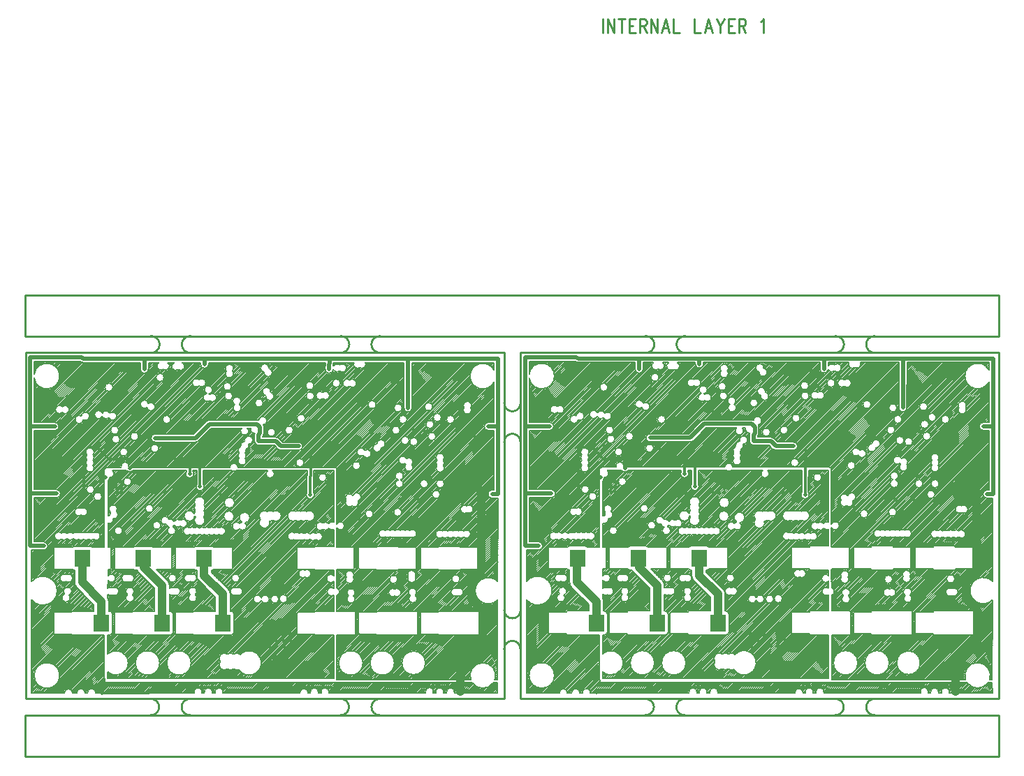
<source format=gbr>
*
%LPD*%
%LN2FOC-I1*%
%FSLAX24Y24*%
%MOIN*%
%SRX1Y1I0.0J0.0*%
%AD*%
%ADD11C,0.010000*%
%ADD16C,0.019690*%
%ADD20C,0.008000*%
%ADD23C,0.085000*%
%ADD39R,0.075000X0.084000*%
%ADD56C,0.011810*%
%ADD58C,0.039370*%
%ADD63C,0.019690*%
G54D11*
G1X7125Y10087D2*
G1X29959Y10087D1*
G1X29959Y26622D1*
G1X7125Y26622D1*
G1X7125Y10087D1*
G1X13104Y26617D2*
G75*
G3X13105Y27417I17J400D1*
G74*
G1X14995Y27417D2*
G75*
G3X14994Y26617I-17J-400D1*
G74*
G1X22154Y26617D2*
G75*
G3X22155Y27417I17J400D1*
G74*
G1X24045Y27417D2*
G75*
G3X24044Y26617I-17J-400D1*
G74*
G1X13094Y9311D2*
G75*
G3X13095Y10087I16J388D1*
G74*
G1X14975Y10086D2*
G75*
G3X14974Y9307I-16J-390D1*
G74*
G1X22154Y9311D2*
G75*
G3X22155Y10087I16J388D1*
G74*
G1X24035Y10086D2*
G75*
G3X24034Y9307I-16J-390D1*
G74*
G1X30741Y12456D2*
G75*
G3X29965Y12457I-388J16D1*
G74*
G1X29966Y14337D2*
G75*
G3X30745Y14337I390J-16D1*
G74*
G1X7118Y29383D2*
G1X53575Y29383D1*
G1X53575Y27415D1*
G1X7118Y27415D1*
G1X7118Y29383D1*
G1X30740Y10092D2*
G1X53575Y10092D1*
G1X53575Y26627D1*
G1X30740Y26627D1*
G1X30740Y10092D1*
G1X7118Y9304D2*
G1X53575Y9304D1*
G1X53575Y7336D1*
G1X7118Y7336D1*
G1X7118Y9304D1*
G1X30741Y22346D2*
G75*
G3X29965Y22347I-388J16D1*
G74*
G1X29966Y24227D2*
G75*
G3X30745Y24227I390J-16D1*
G74*
G1X38605Y27417D2*
G75*
G3X38604Y26617I-17J-400D1*
G74*
G1X36714Y26617D2*
G75*
G3X36715Y27417I17J400D1*
G74*
G1X45764Y26617D2*
G75*
G3X45765Y27417I17J400D1*
G74*
G1X47655Y27417D2*
G75*
G3X47654Y26617I-17J-400D1*
G74*
G1X47645Y10086D2*
G75*
G3X47644Y9307I-16J-390D1*
G74*
G1X45764Y9311D2*
G75*
G3X45765Y10087I16J388D1*
G74*
G1X38585Y10086D2*
G75*
G3X38584Y9307I-16J-390D1*
G74*
G1X36704Y9311D2*
G75*
G3X36705Y10087I16J388D1*
G74*
G1X7341Y19890D2*
G54D16*
G1X7341Y17390D1*
G1X7991Y17390D1*
G1X8601Y19890D2*
G1X7341Y19890D1*
G1X7341Y23099D1*
G1X29388Y19870D2*
G1X29675Y19870D1*
G1X29675Y23099D1*
G1X8522Y23099D2*
G1X7341Y23099D1*
G1X7341Y26406D1*
G1X9802Y26406D1*
G1X13306Y22547D2*
G1X15235Y22547D1*
G1X15904Y23217D1*
G1X18168Y23217D1*
G1X18306Y23079D1*
G1X18306Y22961D1*
G1X18306Y22882D1*
G1X18247Y22390D2*
G1X19074Y22390D1*
G1X19310Y22154D1*
G1X20156Y22154D1*
G1X18247Y22390D2*
G1X18247Y22449D1*
G1X18306Y22823D2*
G1X18306Y22882D1*
G1X18247Y22449D2*
G1X18247Y22705D1*
G1X18306Y22764D1*
G1X18306Y22823D1*
G1X25373Y23984D2*
G1X25385Y26347D1*
G1X29211Y23099D2*
G1X29675Y23099D1*
G1X12794Y25835D2*
G1X12794Y26347D1*
G1X15668Y26071D2*
G1X15668Y26347D1*
G1X21613Y25835D2*
G1X21625Y26347D1*
G1X9802Y26406D2*
G1X9885Y26347D1*
G1X12794Y26347D1*
G1X15668Y26347D1*
G1X21625Y26347D1*
G1X25385Y26347D1*
G1X29675Y26347D1*
G1X29675Y23099D1*
G1X19625Y14870D2*
G75*
G54D20*
G3X19625Y14870I-198J0D1*
G74*
G1X21495Y20658D2*
G75*
G3X21495Y20658I-197J0D1*
G74*
G1X19212Y14851D2*
G75*
G3X19212Y14851I-198J0D1*
G74*
G1X17342Y15854D2*
G75*
G3X17342Y15854I-198J0D1*
G74*
G1X17086Y18807D2*
G75*
G3X17086Y18807I-256J0D1*
G74*
G1X17106Y19457D2*
G75*
G3X17106Y19457I-257J0D1*
G74*
G1X13228Y19181D2*
G75*
G3X13228Y19181I-198J0D1*
G74*
G1X12184Y20461D2*
G75*
G3X12184Y20461I-198J0D1*
G74*
G1X11751Y18118D2*
G75*
G3X11751Y18118I-198J0D1*
G74*
G1X13582Y18374D2*
G75*
G3X13582Y18374I-198J0D1*
G74*
G1X15025Y11804D2*
G75*
G3X15025Y11804I-583J0D1*
G74*
G1X13525Y11804D2*
G75*
G3X13525Y11804I-583J0D1*
G74*
G1X14330Y15854D2*
G75*
G3X14330Y15854I-198J0D1*
G74*
G1X27598Y23433D2*
G75*
G3X27598Y23433I-198J0D1*
G74*
G1X26909Y19851D2*
G75*
G3X26909Y19851I-197J0D1*
G74*
G1X27106Y20362D2*
G75*
G3X27106Y20362I-198J0D1*
G74*
G1X26338Y20362D2*
G75*
G3X26338Y20362I-198J0D1*
G74*
G1X26712Y22626D2*
G75*
G3X26712Y22626I-198J0D1*
G74*
G1X26614Y23197D2*
G75*
G3X26614Y23197I-198J0D1*
G74*
G1X26968Y23532D2*
G75*
G3X26968Y23532I-198J0D1*
G74*
G1X26554Y24043D2*
G75*
G3X26554Y24043I-198J0D1*
G74*
G1X24725Y11804D2*
G75*
G3X24725Y11804I-583J0D1*
G74*
G1X24881Y15795D2*
G75*
G3X24881Y15795I-198J0D1*
G74*
G1X25846Y22370D2*
G75*
G3X25846Y22370I-197J0D1*
G74*
G1X25432Y22429D2*
G75*
G3X25432Y22429I-198J0D1*
G74*
G1X24999Y22921D2*
G75*
G3X24999Y22921I-198J0D1*
G74*
G1X25334Y23433D2*
G75*
G3X25334Y23433I-198J0D1*
G74*
G1X25098Y23984D2*
G75*
G3X25098Y23984I-198J0D1*
G74*
G1X23720Y18925D2*
G75*
G3X23720Y18925I-198J0D1*
G74*
G1X23110Y21229D2*
G75*
G3X23110Y21229I-198J0D1*
G74*
G1X23858Y24142D2*
G75*
G3X23858Y24142I-198J0D1*
G74*
G1X22145Y25166D2*
G75*
G3X22145Y25166I-198J0D1*
G74*
G1X20905Y24555D2*
G75*
G3X20905Y24555I-198J0D1*
G74*
G1X20885Y25047D2*
G75*
G3X20885Y25047I-198J0D1*
G74*
G1X20413Y21366D2*
G75*
G3X20413Y21366I-198J0D1*
G74*
G1X20472Y23492D2*
G75*
G3X20472Y23492I-198J0D1*
G74*
G1X19901Y22921D2*
G75*
G3X19901Y22921I-198J0D1*
G74*
G1X19054Y22823D2*
G75*
G3X19054Y22823I-198J0D1*
G74*
G1X17007Y24555D2*
G75*
G3X17007Y24555I-198J0D1*
G74*
G1X16948Y25008D2*
G75*
G3X16948Y25008I-198J0D1*
G74*
G1X14054Y23433D2*
G75*
G3X14054Y23433I-198J0D1*
G74*
G1X13739Y25441D2*
G75*
G3X13739Y25441I-197J0D1*
G74*
G1X12519Y22626D2*
G75*
G3X12519Y22626I-198J0D1*
G74*
G1X12007Y21878D2*
G75*
G3X12007Y21878I-198J0D1*
G74*
G1X11633Y22488D2*
G75*
G3X11633Y22488I-197J0D1*
G74*
G1X11574Y22921D2*
G75*
G3X11574Y22921I-198J0D1*
G74*
G1X10767Y19752D2*
G75*
G3X10767Y19752I-198J0D1*
G74*
G1X10413Y20087D2*
G75*
G3X10413Y20087I-198J0D1*
G74*
G1X11299Y24969D2*
G75*
G3X11299Y24969I-198J0D1*
G74*
G1X8753Y11204D2*
G75*
G3X8753Y11204I-611J0D1*
G74*
G1X13484Y22055D2*
G75*
G3X13484Y22055I-197J0D1*
G74*
G1X18464Y24221D2*
G75*
G3X18464Y24221I-198J0D1*
G74*
G1X23225Y11804D2*
G75*
G3X23225Y11804I-583J0D1*
G74*
G1X25078Y19004D2*
G75*
G3X25078Y19004I-198J0D1*
G74*
G1X26205Y11804D2*
G75*
G3X26205Y11804I-563J0D1*
G74*
G1X27854Y15815D2*
G75*
G3X27854Y15815I-198J0D1*
G74*
G1X21829Y18536D2*
G1X21829Y19887D1*
G1X21828Y20992D1*
G1X20885Y20992D1*
G1X20885Y20736D1*
G1X20865Y20660D2*
G75*
G3X20885Y20736I-138J76D1*
G74*
G1X20865Y20660D2*
G1X20865Y19949D1*
G1X20549Y19949D2*
G75*
G3X20865Y19949I158J-118D1*
G74*
G1X20549Y19949D2*
G1X20549Y20717D1*
G1X20569Y20793D2*
G75*
G3X20549Y20717I138J-76D1*
G74*
G1X20569Y20793D2*
G1X20569Y20992D1*
G1X18918Y20992D1*
G1X18678Y20992D2*
G75*
G3X18918Y20992I120J-157D1*
G74*
G1X18678Y20992D2*
G1X17184Y20992D1*
G1X16947Y20992D2*
G75*
G3X17184Y20992I118J158D1*
G74*
G1X16947Y20992D2*
G1X15610Y20992D1*
G1X15610Y20343D1*
G1X15293Y20343D2*
G75*
G3X15610Y20343I158J-118D1*
G74*
G1X15293Y20343D2*
G1X15293Y20992D1*
G1X15117Y20992D1*
G1X15117Y20953D1*
G1X14801Y20953D2*
G75*
G3X15117Y20953I158J-118D1*
G74*
G1X14801Y20953D2*
G1X14801Y20992D1*
G1X12263Y20992D1*
G1X11947Y20992D2*
G75*
G3X12263Y20992I158J119D1*
G74*
G1X11947Y20992D2*
G1X11283Y20992D1*
G1X11141Y20657D2*
G75*
G3X11283Y20992I-1J197D1*
G74*
G1X11063Y20500D2*
G75*
G3X11141Y20657I-120J157D1*
G74*
G1X11063Y20500D2*
G1X11060Y18838D1*
G1X11144Y18846D2*
G75*
G3X11060Y18838I-23J-196D1*
G74*
G1X11179Y19004D2*
G75*
G3X11144Y18846I158J-118D1*
G74*
G1X11456Y19044D2*
G75*
G3X11179Y19004I-158J118D1*
G74*
G1X11314Y18690D2*
G75*
G3X11456Y19044I23J196D1*
G74*
G1X11059Y18462D2*
G75*
G3X11314Y18690I61J188D1*
G74*
G1X11059Y18462D2*
G1X11057Y17324D1*
G1X11176Y17324D1*
G1X11216Y17284D2*
G75*
G3X11176Y17324I-40J0D1*
G74*
G1X11216Y17284D2*
G1X11216Y16325D1*
G1X11176Y16285D2*
G75*
G3X11216Y16325I0J40D1*
G74*
G1X11176Y16285D2*
G1X11055Y16285D1*
G1X11054Y15963D1*
G1X11054Y15746D2*
G75*
G3X11054Y15963I165J108D1*
G74*
G1X11054Y15746D2*
G1X11053Y15376D1*
G1X11278Y15396D2*
G75*
G3X11053Y15376I-98J-171D1*
G74*
G1X11278Y15053D2*
G75*
G3X11278Y15396I98J171D1*
G74*
G1X11053Y15073D2*
G75*
G3X11278Y15053I127J151D1*
G74*
G1X11053Y15073D2*
G1X11052Y14905D1*
G1X11097Y14732D2*
G75*
G3X11052Y14905I-355J0D1*
G74*
G1X11097Y14732D2*
G1X11097Y14283D1*
G1X11117Y14283D1*
G1X11275Y14124D2*
G75*
G3X11117Y14283I-158J0D1*
G74*
G1X11275Y14124D2*
G1X11275Y13284D1*
G1X11117Y13126D2*
G75*
G3X11275Y13284I0J158D1*
G74*
G1X11117Y13126D2*
G1X11049Y13126D1*
G1X11047Y12234D1*
G1X11046Y11377D2*
G75*
G3X11047Y12234I397J428D1*
G74*
G1X11046Y11377D2*
G1X11045Y11072D1*
G1X21829Y11072D1*
G1X21829Y13126D1*
G1X20949Y13126D1*
G1X20909Y13166D2*
G75*
G3X20949Y13126I40J0D1*
G74*
G1X20909Y13166D2*
G1X20909Y13185D1*
G1X20108Y13185D1*
G1X20068Y13225D2*
G75*
G3X20108Y13185I40J0D1*
G74*
G1X20068Y13225D2*
G1X20068Y14184D1*
G1X20108Y14224D2*
G75*
G3X20068Y14184I0J-40D1*
G74*
G1X20108Y14224D2*
G1X20909Y14224D1*
G1X20909Y14243D1*
G1X20949Y14283D2*
G75*
G3X20909Y14243I0J-40D1*
G74*
G1X20949Y14283D2*
G1X21829Y14283D1*
G1X21829Y15024D1*
G1X21810Y15034D2*
G75*
G3X21829Y15024I98J171D1*
G74*
G1X21810Y15376D2*
G75*
G3X21810Y15034I-98J-171D1*
G74*
G1X21829Y15386D2*
G75*
G3X21810Y15376I79J-181D1*
G74*
G1X21829Y15386D2*
G1X21829Y15693D1*
G1X21829Y15977D2*
G75*
G3X21829Y15693I-137J-142D1*
G74*
G1X21829Y15977D2*
G1X21829Y16226D1*
G1X20949Y16226D1*
G1X20909Y16266D2*
G75*
G3X20949Y16226I40J0D1*
G74*
G1X20909Y16266D2*
G1X20909Y16285D1*
G1X20108Y16285D1*
G1X20068Y16325D2*
G75*
G3X20108Y16285I40J0D1*
G74*
G1X20068Y16325D2*
G1X20068Y17284D1*
G1X20108Y17324D2*
G75*
G3X20068Y17284I0J-40D1*
G74*
G1X20108Y17324D2*
G1X20909Y17324D1*
G1X20909Y17343D1*
G1X20949Y17383D2*
G75*
G3X20909Y17343I0J-40D1*
G74*
G1X20949Y17383D2*
G1X21829Y17383D1*
G1X21829Y18173D1*
G1X21601Y18226D2*
G75*
G3X21829Y18173I150J128D1*
G74*
G1X21308Y18184D2*
G75*
G3X21601Y18226I128J150D1*
G74*
G1X21308Y18485D2*
G75*
G3X21308Y18184I-128J-150D1*
G74*
G1X21586Y18463D2*
G75*
G3X21308Y18485I-150J-128D1*
G74*
G1X21829Y18536D2*
G75*
G3X21586Y18463I-78J-181D1*
G74*
G1X29650Y15701D2*
G1X29666Y19673D1*
G1X29388Y19673D1*
G1X29388Y20068D2*
G75*
G3X29388Y19673I0J-198D1*
G74*
G1X29388Y20068D2*
G1X29477Y20068D1*
G1X29477Y22901D1*
G1X29211Y22901D1*
G1X29211Y23296D2*
G75*
G3X29211Y22901I0J-198D1*
G74*
G1X29211Y23296D2*
G1X29477Y23296D1*
G1X29477Y25210D1*
G1X29477Y25799D2*
G75*
G3X29477Y25210I-535J-294D1*
G74*
G1X29477Y25799D2*
G1X29477Y26149D1*
G1X25581Y26149D1*
G1X25570Y23983D1*
G1X25175Y23985D2*
G75*
G3X25570Y23983I198J-1D1*
G74*
G1X25175Y23985D2*
G1X25186Y26149D1*
G1X23349Y26149D1*
G1X23070Y25900D2*
G75*
G3X23349Y26149I98J171D1*
G74*
G1X22790Y26149D2*
G75*
G3X23070Y25900I181J-78D1*
G74*
G1X22790Y26149D2*
G1X21818Y26149D1*
G1X21814Y25989D1*
G1X22115Y26044D2*
G75*
G3X21814Y25989I-128J-150D1*
G74*
G1X22115Y25743D2*
G75*
G3X22115Y26044I128J150D1*
G74*
G1X21809Y25809D2*
G75*
G3X22115Y25743I178J85D1*
G74*
G1X21415Y25839D2*
G75*
G3X21809Y25809I197J-4D1*
G74*
G1X21415Y25839D2*
G1X21423Y26149D1*
G1X15865Y26149D1*
G1X15865Y26071D1*
G1X15471Y26071D2*
G75*
G3X15865Y26071I197J0D1*
G74*
G1X15471Y26071D2*
G1X15471Y26149D1*
G1X14614Y26149D1*
G1X14408Y25814D2*
G75*
G3X14614Y26149I118J158D1*
G74*
G1X14202Y26149D2*
G75*
G3X14408Y25814I88J-177D1*
G74*
G1X14202Y26149D2*
G1X13918Y26149D1*
G1X13690Y25827D2*
G75*
G3X13918Y26149I108J165D1*
G74*
G1X13462Y26149D2*
G75*
G3X13690Y25827I120J-157D1*
G74*
G1X13462Y26149D2*
G1X12991Y26149D1*
G1X12991Y25835D1*
G1X12596Y25835D2*
G75*
G3X12991Y25835I198J0D1*
G74*
G1X12596Y25835D2*
G1X12596Y26149D1*
G1X9885Y26149D1*
G1X9770Y26186D2*
G75*
G3X9885Y26149I114J161D1*
G74*
G1X9770Y26186D2*
G1X9739Y26208D1*
G1X7539Y26208D1*
G1X7539Y25600D1*
G1X7539Y25409D2*
G75*
G3X7539Y25600I603J96D1*
G74*
G1X7539Y25409D2*
G1X7539Y23296D1*
G1X8522Y23296D1*
G1X8522Y22901D2*
G75*
G3X8522Y23296I0J197D1*
G74*
G1X8522Y22901D2*
G1X7539Y22901D1*
G1X7539Y20087D1*
G1X8601Y20087D1*
G1X8601Y19692D2*
G75*
G3X8601Y20087I0J198D1*
G74*
G1X8601Y19692D2*
G1X7539Y19692D1*
G1X7539Y17587D1*
G1X7991Y17587D1*
G1X7991Y17192D2*
G75*
G3X7991Y17587I0J198D1*
G74*
G1X7991Y17192D2*
G1X7415Y17192D1*
G1X7415Y15695D1*
G1X7415Y14814D2*
G75*
G3X7415Y15695I530J441D1*
G74*
G1X7415Y14814D2*
G1X7415Y10377D1*
G1X8975Y10377D1*
G1X9369Y10377D2*
G75*
G3X8975Y10377I-197J-14D1*
G74*
G1X9369Y10377D2*
G1X9565Y10377D1*
G1X9960Y10377D2*
G75*
G3X9565Y10377I-197J5D1*
G74*
G1X9960Y10377D2*
G1X10077Y10377D1*
G1X10472Y10377D2*
G75*
G3X10077Y10377I-198J5D1*
G74*
G1X10472Y10377D2*
G1X15161Y10377D1*
G1X15545Y10377D2*
G75*
G3X15161Y10377I-192J45D1*
G74*
G1X15545Y10377D2*
G1X15653Y10377D1*
G1X16038Y10377D2*
G75*
G3X15653Y10377I-192J45D1*
G74*
G1X16038Y10377D2*
G1X16165Y10377D1*
G1X16549Y10377D2*
G75*
G3X16165Y10377I-192J45D1*
G74*
G1X16549Y10377D2*
G1X20215Y10377D1*
G1X20610Y10377D2*
G75*
G3X20215Y10377I-198J5D1*
G74*
G1X20610Y10377D2*
G1X20712Y10377D1*
G1X21097Y10377D2*
G75*
G3X20712Y10377I-192J45D1*
G74*
G1X21097Y10377D2*
G1X21224Y10377D1*
G1X21608Y10377D2*
G75*
G3X21224Y10377I-192J45D1*
G74*
G1X21608Y10377D2*
G1X26210Y10377D1*
G1X26583Y10377D2*
G75*
G3X26210Y10377I-187J64D1*
G74*
G1X26583Y10377D2*
G1X26696Y10377D1*
G1X27081Y10377D2*
G75*
G3X26696Y10377I-192J45D1*
G74*
G1X27081Y10377D2*
G1X27208Y10377D1*
G1X27593Y10377D2*
G75*
G3X27208Y10377I-192J45D1*
G74*
G1X27593Y10377D2*
G1X29644Y10377D1*
G1X29627Y10854D1*
G1X29442Y10854D1*
G1X28442Y10854D2*
G75*
G3X29442Y10854I500J351D1*
G74*
G1X28442Y10854D2*
G1X10905Y10854D1*
G1X10906Y10997D1*
G1X10884Y11072D2*
G75*
G3X10906Y10997I139J0D1*
G74*
G1X10884Y11072D2*
G1X10884Y11636D1*
G1X10884Y11973D2*
G75*
G3X10884Y11636I558J-169D1*
G74*
G1X10884Y11973D2*
G1X10884Y13126D1*
G1X10367Y13126D1*
G1X10346Y13128D2*
G75*
G3X10367Y13126I21J157D1*
G74*
G1X10335Y13126D2*
G75*
G3X10346Y13128I0J40D1*
G74*
G1X10335Y13126D2*
G1X9349Y13126D1*
G1X9309Y13166D2*
G75*
G3X9349Y13126I40J0D1*
G74*
G1X9309Y13166D2*
G1X9309Y13185D1*
G1X8508Y13185D1*
G1X8468Y13225D2*
G75*
G3X8508Y13185I40J0D1*
G74*
G1X8468Y13225D2*
G1X8468Y14184D1*
G1X8508Y14224D2*
G75*
G3X8468Y14184I0J-40D1*
G74*
G1X8508Y14224D2*
G1X9309Y14224D1*
G1X9309Y14243D1*
G1X9349Y14283D2*
G75*
G3X9309Y14243I0J-40D1*
G74*
G1X9349Y14283D2*
G1X10335Y14283D1*
G1X10346Y14281D2*
G75*
G3X10335Y14283I-11J-38D1*
G74*
G1X10367Y14283D2*
G75*
G3X10346Y14281I0J-158D1*
G74*
G1X10367Y14283D2*
G1X10387Y14283D1*
G1X10387Y14585D1*
G1X9571Y15402D1*
G1X9467Y15653D2*
G75*
G3X9571Y15402I355J0D1*
G74*
G1X9467Y15653D2*
G1X9467Y16226D1*
G1X9344Y16285D2*
G75*
G3X9467Y16226I123J99D1*
G74*
G1X9344Y16285D2*
G1X8508Y16285D1*
G1X8468Y16325D2*
G75*
G3X8508Y16285I40J0D1*
G74*
G1X8468Y16325D2*
G1X8468Y17284D1*
G1X8508Y17324D2*
G75*
G3X8468Y17284I0J-40D1*
G74*
G1X8508Y17324D2*
G1X9344Y17324D1*
G1X9467Y17383D2*
G75*
G3X9344Y17324I0J-158D1*
G74*
G1X9467Y17383D2*
G1X10217Y17383D1*
G1X10340Y17324D2*
G75*
G3X10217Y17383I-123J-99D1*
G74*
G1X10340Y17324D2*
G1X10884Y17324D1*
G1X10884Y21011D1*
G1X10925Y21110D2*
G75*
G3X10884Y21011I98J-99D1*
G74*
G1X10925Y21110D2*
G1X10925Y21131D1*
G1X10952Y21131D1*
G1X11023Y21150D2*
G75*
G3X10952Y21131I0J-139D1*
G74*
G1X11023Y21150D2*
G1X11680Y21150D1*
G1X12057Y21150D2*
G75*
G3X11680Y21150I-189J58D1*
G74*
G1X12057Y21150D2*
G1X16868Y21150D1*
G1X17263Y21150D2*
G75*
G3X16868Y21150I-198J-1D1*
G74*
G1X17263Y21150D2*
G1X21829Y21150D1*
G1X21900Y21131D2*
G75*
G3X21829Y21150I-71J-119D1*
G74*
G1X21900Y21131D2*
G1X21967Y21131D1*
G1X21967Y21029D1*
G1X21968Y21011D2*
G75*
G3X21967Y21029I-139J0D1*
G74*
G1X21968Y21011D2*
G1X21968Y19887D1*
G1X21969Y18446D1*
G1X21969Y18263D2*
G75*
G3X21969Y18446I175J92D1*
G74*
G1X21969Y18263D2*
G1X21970Y17362D1*
G1X21975Y17343D2*
G75*
G3X21970Y17362I-40J0D1*
G74*
G1X21975Y17343D2*
G1X21975Y17324D1*
G1X22776Y17324D1*
G1X22816Y17284D2*
G75*
G3X22776Y17324I-40J0D1*
G74*
G1X22816Y17284D2*
G1X22816Y16325D1*
G1X22776Y16285D2*
G75*
G3X22816Y16325I0J40D1*
G74*
G1X22776Y16285D2*
G1X21975Y16285D1*
G1X21975Y16266D1*
G1X21971Y16249D2*
G75*
G3X21975Y16266I-36J17D1*
G74*
G1X21971Y16249D2*
G1X21972Y15392D1*
G1X21973Y15018D2*
G75*
G3X21972Y15392I-64J187D1*
G74*
G1X21973Y15018D2*
G1X21973Y14283D1*
G1X22835Y14283D1*
G1X22875Y14243D2*
G75*
G3X22835Y14283I-40J0D1*
G74*
G1X22875Y14243D2*
G1X22875Y13166D1*
G1X22835Y13126D2*
G75*
G3X22875Y13166I0J40D1*
G74*
G1X22835Y13126D2*
G1X21974Y13126D1*
G1X21976Y10993D1*
G1X28369Y10993D1*
G1X29515Y10993D2*
G75*
G3X28369Y10993I-573J212D1*
G74*
G1X29515Y10993D2*
G1X29632Y10993D1*
G1X29647Y14805D1*
G1X29650Y15701D2*
G75*
G3X29647Y14805I-445J-446D1*
G74*
G1X19625Y14870D2*
G75*
G3X19625Y14870I-198J0D1*
G74*
G1X20973Y17692D2*
G75*
G3X20973Y17993I128J150D1*
G74*
G1X20698Y17712D2*
G75*
G3X20973Y17692I148J131D1*
G74*
G1X20422Y17692D2*
G75*
G3X20698Y17712I128J150D1*
G74*
G1X20176Y17684D2*
G75*
G3X20422Y17692I118J158D1*
G74*
G1X19927Y17695D2*
G75*
G3X20176Y17684I131J147D1*
G74*
G1X19953Y18010D2*
G75*
G3X19927Y17695I-131J-148D1*
G74*
G1X20176Y18001D2*
G75*
G3X19953Y18010I-118J-158D1*
G74*
G1X20422Y17993D2*
G75*
G3X20176Y18001I-128J-150D1*
G74*
G1X20698Y17974D2*
G75*
G3X20422Y17993I-148J-131D1*
G74*
G1X20973Y17993D2*
G75*
G3X20698Y17974I-128J-150D1*
G74*
G1X21495Y20658D2*
G75*
G3X21495Y20658I-197J0D1*
G74*
G1X20530Y18611D2*
G75*
G3X20530Y19043I138J216D1*
G74*
G1X20264Y18605D2*
G75*
G3X20530Y18611I128J222D1*
G74*
G1X20009Y18605D2*
G75*
G3X20264Y18605I128J222D1*
G74*
G1X20009Y19049D2*
G75*
G3X20009Y18605I-128J-222D1*
G74*
G1X20264Y19049D2*
G75*
G3X20009Y19049I-128J-222D1*
G74*
G1X20530Y19043D2*
G75*
G3X20264Y19049I-138J-216D1*
G74*
G1X19212Y14851D2*
G75*
G3X19212Y14851I-198J0D1*
G74*
G1X17304Y11485D2*
G75*
G3X17372Y12209I488J320D1*
G74*
G1X17056Y11511D2*
G75*
G3X17304Y11485I148J210D1*
G74*
G1X16761Y11511D2*
G75*
G3X17056Y11511I148J210D1*
G74*
G1X16403Y11868D2*
G75*
G3X16761Y11511I210J-148D1*
G74*
G1X16761Y12226D2*
G75*
G3X16403Y11868I-148J-210D1*
G74*
G1X17056Y12226D2*
G75*
G3X16761Y12226I-148J-210D1*
G74*
G1X17372Y12209D2*
G75*
G3X17056Y12226I-169J-193D1*
G74*
G1X18375Y14787D2*
G75*
G3X18375Y14914I187J63D1*
G3X18375Y14787I-187J-63D1*
G74*
G1X18936Y18611D2*
G75*
G3X18936Y19043I138J216D1*
G74*
G1X18766Y18572D2*
G75*
G3X18936Y18611I32J255D1*
G74*
G1X18328Y18660D2*
G75*
G3X18766Y18572I195J-167D1*
G74*
G1X18660Y19043D2*
G75*
G3X18328Y18660I-138J-216D1*
G74*
G1X18936Y19043D2*
G75*
G3X18660Y19043I-138J-216D1*
G74*
G1X17075Y14124D2*
G1X17075Y13284D1*
G1X16917Y13126D2*
G75*
G3X17075Y13284I0J158D1*
G74*
G1X16917Y13126D2*
G1X16167Y13126D1*
G1X16146Y13128D2*
G75*
G3X16167Y13126I21J157D1*
G74*
G1X16135Y13126D2*
G75*
G3X16146Y13128I0J40D1*
G74*
G1X16135Y13126D2*
G1X15149Y13126D1*
G1X15109Y13166D2*
G75*
G3X15149Y13126I40J0D1*
G74*
G1X15109Y13166D2*
G1X15109Y13185D1*
G1X14308Y13185D1*
G1X14268Y13225D2*
G75*
G3X14308Y13185I40J0D1*
G74*
G1X14268Y13225D2*
G1X14268Y14184D1*
G1X14308Y14224D2*
G75*
G3X14268Y14184I0J-40D1*
G74*
G1X14308Y14224D2*
G1X15109Y14224D1*
G1X15109Y14243D1*
G1X15149Y14283D2*
G75*
G3X15109Y14243I0J-40D1*
G74*
G1X15149Y14283D2*
G1X16135Y14283D1*
G1X16146Y14281D2*
G75*
G3X16135Y14283I-11J-38D1*
G74*
G1X16167Y14283D2*
G75*
G3X16146Y14281I0J-158D1*
G74*
G1X16167Y14283D2*
G1X16187Y14283D1*
G1X16187Y14940D1*
G1X15397Y15729D1*
G1X15293Y15980D2*
G75*
G3X15397Y15729I355J0D1*
G74*
G1X15293Y15980D2*
G1X15293Y16226D1*
G1X15267Y16226D1*
G1X15144Y16285D2*
G75*
G3X15267Y16226I123J99D1*
G74*
G1X15144Y16285D2*
G1X14308Y16285D1*
G1X14268Y16325D2*
G75*
G3X14308Y16285I40J0D1*
G74*
G1X14268Y16325D2*
G1X14268Y17284D1*
G1X14308Y17324D2*
G75*
G3X14268Y17284I0J-40D1*
G74*
G1X14308Y17324D2*
G1X15144Y17324D1*
G1X15267Y17383D2*
G75*
G3X15144Y17324I0J-158D1*
G74*
G1X15267Y17383D2*
G1X16017Y17383D1*
G1X16140Y17324D2*
G75*
G3X16017Y17383I-123J-99D1*
G74*
G1X16140Y17324D2*
G1X16976Y17324D1*
G1X17016Y17284D2*
G75*
G3X16976Y17324I-40J0D1*
G74*
G1X17016Y17284D2*
G1X17016Y16325D1*
G1X16976Y16285D2*
G75*
G3X17016Y16325I0J40D1*
G74*
G1X16976Y16285D2*
G1X16140Y16285D1*
G1X16017Y16226D2*
G75*
G3X16140Y16285I0J158D1*
G74*
G1X16017Y16226D2*
G1X16003Y16226D1*
G1X16003Y16128D1*
G1X16793Y15338D1*
G1X16897Y15087D2*
G75*
G3X16793Y15338I-355J0D1*
G74*
G1X16897Y15087D2*
G1X16897Y14283D1*
G1X16917Y14283D1*
G1X17075Y14124D2*
G75*
G3X16917Y14283I-158J0D1*
G74*
G1X17184Y15053D2*
G75*
G3X17184Y15396I98J171D1*
G3X17184Y15053I-98J-171D1*
G74*
G1X17342Y15854D2*
G75*
G3X17342Y15854I-198J0D1*
G74*
G1X17598Y18492D2*
G75*
G3X17444Y18529I-21J256D1*
G74*
G1X17331Y18204D2*
G75*
G3X17598Y18492I148J131D1*
G74*
G1X17331Y18466D2*
G75*
G3X17331Y18204I-148J-131D1*
G74*
G1X17444Y18529D2*
G75*
G3X17331Y18466I35J-194D1*
G74*
G1X16357Y17940D2*
G75*
G3X16357Y18257I118J158D1*
G74*
G1X16121Y17940D2*
G75*
G3X16357Y17940I118J158D1*
G74*
G1X15885Y17940D2*
G75*
G3X16121Y17940I118J158D1*
G74*
G1X15658Y17933D2*
G75*
G3X15885Y17940I108J165D1*
G74*
G1X15422Y17948D2*
G75*
G3X15658Y17933I128J150D1*
G74*
G1X15176Y17940D2*
G75*
G3X15422Y17948I118J158D1*
G74*
G1X14949Y17933D2*
G75*
G3X15176Y17940I108J165D1*
G74*
G1X14949Y18264D2*
G75*
G3X14949Y17933I-108J-165D1*
G74*
G1X15176Y18257D2*
G75*
G3X14949Y18264I-118J-158D1*
G74*
G1X15422Y18249D2*
G75*
G3X15176Y18257I-128J-150D1*
G74*
G1X15658Y18264D2*
G75*
G3X15422Y18249I-108J-165D1*
G74*
G1X15885Y18257D2*
G75*
G3X15658Y18264I-118J-158D1*
G74*
G1X16121Y18257D2*
G75*
G3X15885Y18257I-118J-158D1*
G74*
G1X16357Y18257D2*
G75*
G3X16121Y18257I-118J-158D1*
G74*
G1X17086Y18807D2*
G75*
G3X17086Y18807I-256J0D1*
G74*
G1X17106Y19457D2*
G75*
G3X17106Y19457I-257J0D1*
G74*
G1X15648Y19358D2*
G75*
G3X15215Y19358I-216J138D1*
G74*
G1X15642Y19073D2*
G75*
G3X15648Y19358I-210J148D1*
G74*
G1X15634Y18768D2*
G75*
G3X15642Y19073I-203J157D1*
G74*
G1X15229Y18768D2*
G75*
G3X15634Y18768I203J-157D1*
G74*
G1X15196Y18824D2*
G75*
G3X15229Y18768I236J102D1*
G74*
G1X15175Y18928D2*
G75*
G3X15196Y18824I-236J-102D1*
G74*
G1X15222Y19073D2*
G75*
G3X15175Y18928I210J-148D1*
G74*
G1X15215Y19358D2*
G75*
G3X15222Y19073I216J-138D1*
G74*
G1X13228Y19181D2*
G75*
G3X13228Y19181I-198J0D1*
G74*
G1X12184Y20461D2*
G75*
G3X12184Y20461I-198J0D1*
G74*
G1X11751Y18118D2*
G75*
G3X11751Y18118I-198J0D1*
G74*
G1X12224Y15067D2*
G75*
G3X11986Y15067I-119J157D1*
G3X12224Y15067I119J-157D1*
G74*
G1X12007Y15683D2*
G75*
G3X12007Y16026I99J171D1*
G3X12007Y15683I-98J-171D1*
G74*
G1X13582Y18374D2*
G75*
G3X13582Y18374I-198J0D1*
G74*
G1X15025Y11804D2*
G75*
G3X15025Y11804I-583J0D1*
G74*
G1X14516Y18322D2*
G75*
G3X14516Y18623I128J150D1*
G74*
G1X14211Y18385D2*
G75*
G3X14516Y18322I177J87D1*
G74*
G1X14145Y18309D2*
G75*
G3X14211Y18385I-110J164D1*
G74*
G1X13983Y18282D2*
G75*
G3X14145Y18309I110J-164D1*
G74*
G1X13843Y18424D2*
G75*
G3X13983Y18282I191J49D1*
G74*
G1X13970Y18659D2*
G75*
G3X13843Y18424I-191J-49D1*
G74*
G1X14211Y18560D2*
G75*
G3X13970Y18659I-177J-87D1*
G74*
G1X14516Y18623D2*
G75*
G3X14211Y18560I-128J-150D1*
G74*
G1X13525Y11804D2*
G75*
G3X13525Y11804I-583J0D1*
G74*
G1X14211Y15053D2*
G75*
G3X14211Y15396I98J171D1*
G74*
G1X13997Y15065D2*
G75*
G3X14211Y15053I116J160D1*
G74*
G1X13997Y15065D2*
G1X13997Y14283D1*
G1X14017Y14283D1*
G1X14175Y14124D2*
G75*
G3X14017Y14283I-158J0D1*
G74*
G1X14175Y14124D2*
G1X14175Y13284D1*
G1X14017Y13126D2*
G75*
G3X14175Y13284I0J158D1*
G74*
G1X14017Y13126D2*
G1X13267Y13126D1*
G1X13246Y13128D2*
G75*
G3X13267Y13126I21J157D1*
G74*
G1X13235Y13126D2*
G75*
G3X13246Y13128I0J40D1*
G74*
G1X13235Y13126D2*
G1X12249Y13126D1*
G1X12209Y13166D2*
G75*
G3X12249Y13126I40J0D1*
G74*
G1X12209Y13166D2*
G1X12209Y13185D1*
G1X11408Y13185D1*
G1X11368Y13225D2*
G75*
G3X11408Y13185I40J0D1*
G74*
G1X11368Y13225D2*
G1X11368Y14184D1*
G1X11408Y14224D2*
G75*
G3X11368Y14184I0J-40D1*
G74*
G1X11408Y14224D2*
G1X12209Y14224D1*
G1X12209Y14243D1*
G1X12249Y14283D2*
G75*
G3X12209Y14243I0J-40D1*
G74*
G1X12249Y14283D2*
G1X13235Y14283D1*
G1X13246Y14281D2*
G75*
G3X13235Y14283I-11J-38D1*
G74*
G1X13267Y14283D2*
G75*
G3X13246Y14281I0J-158D1*
G74*
G1X13267Y14283D2*
G1X13287Y14283D1*
G1X13287Y15353D1*
G1X12525Y16115D1*
G1X12450Y16226D2*
G75*
G3X12525Y16115I326J140D1*
G74*
G1X12450Y16226D2*
G1X12367Y16226D1*
G1X12244Y16285D2*
G75*
G3X12367Y16226I123J99D1*
G74*
G1X12244Y16285D2*
G1X11408Y16285D1*
G1X11368Y16325D2*
G75*
G3X11408Y16285I40J0D1*
G74*
G1X11368Y16325D2*
G1X11368Y17284D1*
G1X11408Y17324D2*
G75*
G3X11368Y17284I0J-40D1*
G74*
G1X11408Y17324D2*
G1X12244Y17324D1*
G1X12367Y17383D2*
G75*
G3X12244Y17324I0J-158D1*
G74*
G1X12367Y17383D2*
G1X13117Y17383D1*
G1X13240Y17324D2*
G75*
G3X13117Y17383I-123J-99D1*
G74*
G1X13240Y17324D2*
G1X14076Y17324D1*
G1X14116Y17284D2*
G75*
G3X14076Y17324I-40J0D1*
G74*
G1X14116Y17284D2*
G1X14116Y16325D1*
G1X14076Y16285D2*
G75*
G3X14116Y16325I0J40D1*
G74*
G1X14076Y16285D2*
G1X13359Y16285D1*
G1X13893Y15751D1*
G1X13997Y15500D2*
G75*
G3X13893Y15751I-355J0D1*
G74*
G1X13997Y15500D2*
G1X13997Y15384D1*
G1X14211Y15396D2*
G75*
G3X13997Y15384I-99J-171D1*
G74*
G1X14330Y15854D2*
G75*
G3X14330Y15854I-198J0D1*
G74*
G1X15216Y15067D2*
G75*
G3X14978Y15067I-119J157D1*
G3X15216Y15067I119J-157D1*
G74*
G1X14989Y15689D2*
G75*
G3X14989Y16020I108J165D1*
G3X14989Y15689I-108J-165D1*
G74*
G1X20451Y15900D2*
G75*
G3X20451Y16242I98J171D1*
G3X20451Y15900I-98J-171D1*
G74*
G1X28775Y14243D2*
G1X28775Y13166D1*
G1X28735Y13126D2*
G75*
G3X28775Y13166I0J40D1*
G74*
G1X28735Y13126D2*
G1X27749Y13126D1*
G1X26849Y13126D1*
G1X26809Y13166D2*
G75*
G3X26849Y13126I40J0D1*
G74*
G1X26809Y13166D2*
G1X26809Y13185D1*
G1X26008Y13185D1*
G1X25968Y13225D2*
G75*
G3X26008Y13185I40J0D1*
G74*
G1X25968Y13225D2*
G1X25968Y14184D1*
G1X26008Y14224D2*
G75*
G3X25968Y14184I0J-40D1*
G74*
G1X26008Y14224D2*
G1X26809Y14224D1*
G1X26809Y14243D1*
G1X26849Y14283D2*
G75*
G3X26809Y14243I0J-40D1*
G74*
G1X26849Y14283D2*
G1X27835Y14283D1*
G1X28735Y14283D1*
G1X28775Y14243D2*
G75*
G3X28735Y14283I-40J0D1*
G74*
G1X27598Y23433D2*
G75*
G3X27598Y23433I-198J0D1*
G74*
G1X26909Y19851D2*
G75*
G3X26909Y19851I-197J0D1*
G74*
G1X27106Y20362D2*
G75*
G3X27106Y20362I-198J0D1*
G74*
G1X27059Y21494D2*
G75*
G3X26758Y21494I-150J128D1*
G74*
G1X27059Y21238D2*
G75*
G3X27059Y21494I-150J128D1*
G74*
G1X26758Y21238D2*
G75*
G3X27059Y21238I150J-128D1*
G74*
G1X26758Y21494D2*
G75*
G3X26758Y21238I150J-128D1*
G74*
G1X26338Y20362D2*
G75*
G3X26338Y20362I-198J0D1*
G74*
G1X26712Y22626D2*
G75*
G3X26712Y22626I-198J0D1*
G74*
G1X26614Y23197D2*
G75*
G3X26614Y23197I-198J0D1*
G74*
G1X26968Y23532D2*
G75*
G3X26968Y23532I-198J0D1*
G74*
G1X26554Y24043D2*
G75*
G3X26554Y24043I-198J0D1*
G74*
G1X24725Y11804D2*
G75*
G3X24725Y11804I-583J0D1*
G74*
G1X25825Y14243D2*
G1X25825Y13166D1*
G1X25785Y13126D2*
G75*
G3X25825Y13166I0J40D1*
G74*
G1X25785Y13126D2*
G1X24799Y13126D1*
G1X23899Y13126D1*
G1X23859Y13166D2*
G75*
G3X23899Y13126I40J0D1*
G74*
G1X23859Y13166D2*
G1X23859Y13185D1*
G1X23058Y13185D1*
G1X23018Y13225D2*
G75*
G3X23058Y13185I40J0D1*
G74*
G1X23018Y13225D2*
G1X23018Y14184D1*
G1X23058Y14224D2*
G75*
G3X23018Y14184I0J-40D1*
G74*
G1X23058Y14224D2*
G1X23859Y14224D1*
G1X23859Y14243D1*
G1X23899Y14283D2*
G75*
G3X23859Y14243I0J-40D1*
G74*
G1X23899Y14283D2*
G1X24885Y14283D1*
G1X25785Y14283D1*
G1X25825Y14243D2*
G75*
G3X25785Y14283I-40J0D1*
G74*
G1X25481Y15020D2*
G75*
G3X25718Y15035I128J-150D1*
G3X25481Y15020I-128J150D1*
G74*
G1X25721Y15933D2*
G75*
G3X25379Y15933I-171J98D1*
G3X25721Y15933I171J-98D1*
G74*
G1X24743Y14994D2*
G75*
G3X24743Y15337I99J171D1*
G3X24743Y14994I-98J-171D1*
G74*
G1X24881Y15795D2*
G75*
G3X24881Y15795I-198J0D1*
G74*
G1X25766Y17284D2*
G1X25766Y16325D1*
G1X25726Y16285D2*
G75*
G3X25766Y16325I0J40D1*
G74*
G1X25726Y16285D2*
G1X24925Y16285D1*
G1X24925Y16266D1*
G1X24885Y16226D2*
G75*
G3X24925Y16266I0J40D1*
G74*
G1X24885Y16226D2*
G1X23899Y16226D1*
G1X23859Y16266D2*
G75*
G3X23899Y16226I40J0D1*
G74*
G1X23859Y16266D2*
G1X23859Y16285D1*
G1X23058Y16285D1*
G1X23018Y16325D2*
G75*
G3X23058Y16285I40J0D1*
G74*
G1X23018Y16325D2*
G1X23018Y17284D1*
G1X23058Y17324D2*
G75*
G3X23018Y17284I0J-40D1*
G74*
G1X23058Y17324D2*
G1X23859Y17324D1*
G1X23859Y17343D1*
G1X23899Y17383D2*
G75*
G3X23859Y17343I0J-40D1*
G74*
G1X23899Y17383D2*
G1X24885Y17383D1*
G1X24925Y17343D2*
G75*
G3X24885Y17383I-40J0D1*
G74*
G1X24925Y17343D2*
G1X24925Y17324D1*
G1X25726Y17324D1*
G1X25766Y17284D2*
G75*
G3X25726Y17324I-40J0D1*
G74*
G1X25471Y17822D2*
G75*
G3X25471Y18139I118J158D1*
G74*
G1X25235Y17822D2*
G75*
G3X25471Y17822I118J158D1*
G74*
G1X24999Y17822D2*
G75*
G3X25235Y17822I118J158D1*
G74*
G1X24762Y17822D2*
G75*
G3X24999Y17822I118J158D1*
G74*
G1X24526Y17822D2*
G75*
G3X24762Y17822I118J158D1*
G74*
G1X24290Y17822D2*
G75*
G3X24526Y17822I118J158D1*
G74*
G1X24290Y18139D2*
G75*
G3X24290Y17822I-118J-158D1*
G74*
G1X24526Y18139D2*
G75*
G3X24290Y18139I-118J-158D1*
G74*
G1X24762Y18139D2*
G75*
G3X24526Y18139I-118J-158D1*
G74*
G1X24999Y18139D2*
G75*
G3X24762Y18139I-118J-158D1*
G74*
G1X25235Y18139D2*
G75*
G3X24999Y18139I-118J-158D1*
G74*
G1X25471Y18139D2*
G75*
G3X25235Y18139I-118J-158D1*
G74*
G1X25563Y21278D2*
G75*
G3X25297Y21566I-150J128D1*
G74*
G1X25262Y21278D2*
G75*
G3X25563Y21278I150J-128D1*
G74*
G1X25232Y21324D2*
G75*
G3X25262Y21278I180J81D1*
G74*
G1X25297Y21566D2*
G75*
G3X25232Y21324I-180J-81D1*
G74*
G1X25846Y22370D2*
G75*
G3X25846Y22370I-197J0D1*
G74*
G1X25432Y22429D2*
G75*
G3X25432Y22429I-198J0D1*
G74*
G1X24999Y22921D2*
G75*
G3X24999Y22921I-198J0D1*
G74*
G1X25334Y23433D2*
G75*
G3X25334Y23433I-198J0D1*
G74*
G1X25098Y23984D2*
G75*
G3X25098Y23984I-198J0D1*
G74*
G1X23720Y18925D2*
G75*
G3X23720Y18925I-198J0D1*
G74*
G1X24094Y22074D2*
G75*
G3X23896Y22272I-1J198D1*
G3X24094Y22074I1J-198D1*
G74*
G1X22775Y15008D2*
G75*
G3X22537Y15008I-119J157D1*
G3X22775Y15008I119J-157D1*
G74*
G1X22762Y15904D2*
G75*
G3X22432Y15904I-165J108D1*
G3X22762Y15904I165J-108D1*
G74*
G1X22991Y19544D2*
G75*
G3X22745Y19797I-59J188D1*
G74*
G1X22696Y19299D2*
G75*
G3X22991Y19544I118J158D1*
G74*
G1X22419Y19575D2*
G75*
G3X22696Y19299I158J-118D1*
G74*
G1X22745Y19797D2*
G75*
G3X22419Y19575I-168J-104D1*
G74*
G1X23110Y21229D2*
G75*
G3X23110Y21229I-198J0D1*
G74*
G1X23244Y21718D2*
G75*
G3X23308Y21960I180J81D1*
G3X23244Y21718I-180J-81D1*
G74*
G1X23858Y24142D2*
G75*
G3X23858Y24142I-198J0D1*
G74*
G1X22587Y25015D2*
G75*
G3X22587Y25316I128J150D1*
G3X22587Y25015I-128J-150D1*
G74*
G1X22145Y25166D2*
G75*
G3X22145Y25166I-198J0D1*
G74*
G1X21308Y24425D2*
G75*
G3X21308Y24725I128J150D1*
G3X21308Y24425I-128J-150D1*
G74*
G1X20905Y24555D2*
G75*
G3X20905Y24555I-198J0D1*
G74*
G1X20885Y25047D2*
G75*
G3X20885Y25047I-198J0D1*
G74*
G1X20413Y21366D2*
G75*
G3X20413Y21366I-198J0D1*
G74*
G1X20156Y21956D2*
G75*
G3X20156Y22351I0J198D1*
G74*
G1X20156Y21956D2*
G1X19310Y21956D1*
G1X19170Y22014D2*
G75*
G3X19310Y21956I140J140D1*
G74*
G1X19170Y22014D2*
G1X18992Y22192D1*
G1X18247Y22192D1*
G1X18049Y22390D2*
G75*
G3X18247Y22192I198J0D1*
G74*
G1X18049Y22390D2*
G1X18049Y22449D1*
G1X18049Y22705D1*
G1X18058Y22763D2*
G75*
G3X18049Y22705I189J-59D1*
G74*
G1X17861Y23019D2*
G75*
G3X18058Y22763I189J-58D1*
G74*
G1X17861Y23019D2*
G1X17720Y23019D1*
G1X17435Y23019D2*
G75*
G3X17720Y23019I142J-137D1*
G74*
G1X17435Y23019D2*
G1X15986Y23019D1*
G1X15375Y22408D1*
G1X15235Y22350D2*
G75*
G3X15375Y22408I0J198D1*
G74*
G1X15235Y22350D2*
G1X13306Y22350D1*
G1X13306Y22745D2*
G75*
G3X13306Y22350I0J-197D1*
G74*
G1X13306Y22745D2*
G1X15153Y22745D1*
G1X15765Y23356D1*
G1X15904Y23414D2*
G75*
G3X15765Y23356I0J-198D1*
G74*
G1X15904Y23414D2*
G1X18168Y23414D1*
G1X18247Y23397D2*
G75*
G3X18168Y23414I-79J-181D1*
G74*
G1X18476Y23179D2*
G75*
G3X18247Y23397I-32J195D1*
G74*
G1X18503Y23079D2*
G75*
G3X18476Y23179I-198J0D1*
G74*
G1X18503Y23079D2*
G1X18503Y22961D1*
G1X18503Y22882D1*
G1X18503Y22823D1*
G1X18503Y22764D1*
G1X18445Y22624D2*
G75*
G3X18503Y22764I-140J140D1*
G74*
G1X18445Y22624D2*
G1X18444Y22623D1*
G1X18444Y22587D1*
G1X19074Y22587D1*
G1X19213Y22530D2*
G75*
G3X19074Y22587I-140J-140D1*
G74*
G1X19213Y22530D2*
G1X19392Y22351D1*
G1X20156Y22351D1*
G1X20472Y23492D2*
G75*
G3X20472Y23492I-198J0D1*
G74*
G1X19901Y22921D2*
G75*
G3X19901Y22921I-198J0D1*
G74*
G1X19054Y22823D2*
G75*
G3X19054Y22823I-198J0D1*
G74*
G1X18585Y24578D2*
G75*
G3X18814Y24730I193J-42D1*
G3X18585Y24578I-193J42D1*
G74*
G1X18503Y25700D2*
G75*
G3X18738Y25871I196J-23D1*
G3X18503Y25700I-196J23D1*
G74*
G1X17109Y24146D2*
G75*
G3X17318Y24158I114J-161D1*
G3X17109Y24146I-114J161D1*
G74*
G1X17007Y24555D2*
G75*
G3X17007Y24555I-198J0D1*
G74*
G1X16948Y25008D2*
G75*
G3X16948Y25008I-198J0D1*
G74*
G1X17000Y25746D2*
G75*
G3X16699Y25746I-150J128D1*
G3X17000Y25746I150J-128D1*
G74*
G1X15914Y24326D2*
G75*
G3X15914Y24627I128J150D1*
G74*
G1X15760Y24672D2*
G75*
G3X15914Y24326I26J-196D1*
G74*
G1X15871Y24655D2*
G75*
G3X15760Y24672I-26J196D1*
G74*
G1X15914Y24627D2*
G75*
G3X15871Y24655I-128J-150D1*
G74*
G1X15402Y25035D2*
G75*
G3X15402Y25336I128J150D1*
G3X15402Y25035I-128J-150D1*
G74*
G1X14054Y23433D2*
G75*
G3X14054Y23433I-198J0D1*
G74*
G1X13739Y25441D2*
G75*
G3X13739Y25441I-197J0D1*
G74*
G1X12915Y24006D2*
G75*
G3X12988Y24199I194J38D1*
G3X12915Y24006I-194J-38D1*
G74*
G1X12519Y22626D2*
G75*
G3X12519Y22626I-198J0D1*
G74*
G1X12007Y21878D2*
G75*
G3X12007Y21878I-198J0D1*
G74*
G1X11633Y22488D2*
G75*
G3X11633Y22488I-197J0D1*
G74*
G1X11574Y22921D2*
G75*
G3X11574Y22921I-198J0D1*
G74*
G1X10373Y17704D2*
G75*
G3X10373Y18021I118J158D1*
G74*
G1X10136Y17704D2*
G75*
G3X10373Y17704I118J158D1*
G74*
G1X9900Y17704D2*
G75*
G3X10136Y17704I118J158D1*
G74*
G1X9664Y17704D2*
G75*
G3X9900Y17704I118J158D1*
G74*
G1X9398Y17731D2*
G75*
G3X9664Y17704I148J131D1*
G74*
G1X9103Y17731D2*
G75*
G3X9398Y17731I148J131D1*
G74*
G1X8827Y17712D2*
G75*
G3X9103Y17731I128J150D1*
G74*
G1X8827Y18013D2*
G75*
G3X8827Y17712I-128J-150D1*
G74*
G1X9103Y17994D2*
G75*
G3X8827Y18013I-148J-131D1*
G74*
G1X9398Y17994D2*
G75*
G3X9103Y17994I-148J-131D1*
G74*
G1X9664Y18021D2*
G75*
G3X9398Y17994I-118J-158D1*
G74*
G1X9900Y18021D2*
G75*
G3X9664Y18021I-118J-158D1*
G74*
G1X10136Y18021D2*
G75*
G3X9900Y18021I-118J-158D1*
G74*
G1X10373Y18021D2*
G75*
G3X10136Y18021I-118J-158D1*
G74*
G1X10767Y19752D2*
G75*
G3X10767Y19752I-198J0D1*
G74*
G1X9772Y18859D2*
G75*
G3X9772Y19189I108J165D1*
G3X9772Y18859I-108J-165D1*
G74*
G1X10413Y20087D2*
G75*
G3X10413Y20087I-198J0D1*
G74*
G1X11099Y23507D2*
G75*
G3X11142Y23734I179J84D1*
G74*
G1X10781Y23573D2*
G75*
G3X11099Y23507I182J77D1*
G74*
G1X10791Y23746D2*
G75*
G3X10781Y23573I-182J-77D1*
G74*
G1X11142Y23734D2*
G75*
G3X10791Y23746I-179J-84D1*
G74*
G1X11299Y24969D2*
G75*
G3X11299Y24969I-198J0D1*
G74*
G1X10346Y21750D2*
G75*
G3X10045Y21750I-150J128D1*
G74*
G1X10346Y21494D2*
G75*
G3X10346Y21750I-150J128D1*
G74*
G1X10346Y21238D2*
G75*
G3X10346Y21494I-150J128D1*
G74*
G1X10045Y21238D2*
G75*
G3X10346Y21238I150J-128D1*
G74*
G1X10045Y21494D2*
G75*
G3X10045Y21238I150J-128D1*
G74*
G1X10045Y21750D2*
G75*
G3X10045Y21494I150J-128D1*
G74*
G1X9881Y23419D2*
G75*
G3X9782Y23605I98J171D1*
G3X9881Y23419I-98J-171D1*
G74*
G1X8877Y23764D2*
G75*
G3X8877Y24047I138J141D1*
G3X8877Y23764I-138J-141D1*
G74*
G1X8753Y11204D2*
G75*
G3X8753Y11204I-611J0D1*
G74*
G1X9202Y15040D2*
G75*
G3X8984Y15094I-70J185D1*
G3X9202Y15040I70J-185D1*
G74*
G1X9064Y15689D2*
G75*
G3X9064Y16020I108J165D1*
G3X9064Y15689I-108J-165D1*
G74*
G1X13484Y22055D2*
G75*
G3X13484Y22055I-197J0D1*
G74*
G1X17766Y22252D2*
G75*
G3X17586Y22390I8J197D1*
G74*
G1X17650Y22009D2*
G75*
G3X17766Y22252I-72J184D1*
G74*
G1X17610Y21829D2*
G75*
G3X17650Y22009I-150J128D1*
G74*
G1X17610Y21573D2*
G75*
G3X17610Y21829I-150J128D1*
G74*
G1X17309Y21573D2*
G75*
G3X17610Y21573I150J-128D1*
G74*
G1X17309Y21829D2*
G75*
G3X17309Y21573I150J-128D1*
G74*
G1X17387Y22141D2*
G75*
G3X17309Y21829I72J-184D1*
G74*
G1X17586Y22390D2*
G75*
G3X17387Y22141I-8J-197D1*
G74*
G1X18464Y24221D2*
G75*
G3X18464Y24221I-198J0D1*
G74*
G1X23225Y11804D2*
G75*
G3X23225Y11804I-583J0D1*
G74*
G1X25078Y19004D2*
G75*
G3X25078Y19004I-198J0D1*
G74*
G1X25023Y20549D2*
G75*
G3X24896Y20549I-63J187D1*
G3X25023Y20549I63J-187D1*
G74*
G1X26205Y11804D2*
G75*
G3X26205Y11804I-563J0D1*
G74*
G1X27715Y15014D2*
G75*
G3X27715Y15356I98J171D1*
G3X27715Y15014I-98J-171D1*
G74*
G1X27854Y15815D2*
G75*
G3X27854Y15815I-198J0D1*
G74*
G1X28716Y17284D2*
G1X28716Y16325D1*
G1X28676Y16285D2*
G75*
G3X28716Y16325I0J40D1*
G74*
G1X28676Y16285D2*
G1X27875Y16285D1*
G1X27875Y16266D1*
G1X27835Y16226D2*
G75*
G3X27875Y16266I0J40D1*
G74*
G1X27835Y16226D2*
G1X26849Y16226D1*
G1X26809Y16266D2*
G75*
G3X26849Y16226I40J0D1*
G74*
G1X26809Y16266D2*
G1X26809Y16285D1*
G1X26008Y16285D1*
G1X25968Y16325D2*
G75*
G3X26008Y16285I40J0D1*
G74*
G1X25968Y16325D2*
G1X25968Y17284D1*
G1X26008Y17324D2*
G75*
G3X25968Y17284I0J-40D1*
G74*
G1X26008Y17324D2*
G1X26809Y17324D1*
G1X26809Y17343D1*
G1X26849Y17383D2*
G75*
G3X26809Y17343I0J-40D1*
G74*
G1X26849Y17383D2*
G1X27835Y17383D1*
G1X27875Y17343D2*
G75*
G3X27835Y17383I-40J0D1*
G74*
G1X27875Y17343D2*
G1X27875Y17324D1*
G1X28676Y17324D1*
G1X28716Y17284D2*
G75*
G3X28676Y17324I-40J0D1*
G74*
G1X28040Y17810D2*
G75*
G3X28040Y18111I128J150D1*
G74*
G1X27784Y17810D2*
G75*
G3X28040Y17810I128J150D1*
G74*
G1X27528Y17810D2*
G75*
G3X27784Y17810I128J150D1*
G74*
G1X27272Y17810D2*
G75*
G3X27528Y17810I128J150D1*
G74*
G1X27016Y17810D2*
G75*
G3X27272Y17810I128J150D1*
G74*
G1X27016Y18111D2*
G75*
G3X27016Y17810I-128J-150D1*
G74*
G1X27272Y18111D2*
G75*
G3X27016Y18111I-128J-150D1*
G74*
G1X27528Y18111D2*
G75*
G3X27272Y18111I-128J-150D1*
G74*
G1X27784Y18111D2*
G75*
G3X27528Y18111I-128J-150D1*
G74*
G1X28040Y18111D2*
G75*
G3X27784Y18111I-128J-150D1*
G74*
G1X28178Y18977D2*
G75*
G3X28178Y19307I108J165D1*
G3X28178Y18977I-108J-165D1*
G74*
G1X28373Y23994D2*
G75*
G3X28042Y23994I-165J108D1*
G3X28373Y23994I165J-108D1*
G74*
G1X20911Y18910D2*
G1X21829Y19828D1*
G1X20924Y18822D2*
G1X21829Y19726D1*
G1X20236Y18031D2*
G1X21829Y19625D1*
G1X20341Y18035D2*
G1X21829Y19523D1*
G1X20410Y18002D2*
G1X21829Y19421D1*
G1X20550Y18040D2*
G1X21829Y19319D1*
G1X21140Y18528D2*
G1X21829Y19217D1*
G1X21237Y18524D2*
G1X21829Y19115D1*
G1X21304Y18489D2*
G1X21829Y19014D1*
G1X21449Y18532D2*
G1X21829Y18912D1*
G1X21528Y18509D2*
G1X21829Y18810D1*
G1X21636Y18515D2*
G1X21829Y18708D1*
G1X21773Y18551D2*
G1X21829Y18606D1*
G1X21114Y17383D2*
G1X21829Y18097D1*
G1X21216Y17383D2*
G1X21829Y17995D1*
G1X21318Y17383D2*
G1X21829Y17894D1*
G1X21420Y17383D2*
G1X21829Y17792D1*
G1X21521Y17383D2*
G1X21829Y17690D1*
G1X21623Y17383D2*
G1X21829Y17588D1*
G1X21725Y17383D2*
G1X21829Y17486D1*
G1X21827Y17383D2*
G1X21829Y17384D1*
G1X21698Y16032D2*
G1X21829Y16163D1*
G1X21780Y16012D2*
G1X21829Y16061D1*
G1X20399Y14224D2*
G1X21829Y15653D1*
G1X21676Y15399D2*
G1X21829Y15552D1*
G1X21772Y15393D2*
G1X21829Y15450D1*
G1X21171Y14283D2*
G1X21829Y14941D1*
G1X21273Y14283D2*
G1X21829Y14839D1*
G1X21374Y14283D2*
G1X21829Y14737D1*
G1X21476Y14283D2*
G1X21829Y14635D1*
G1X21578Y14283D2*
G1X21829Y14533D1*
G1X21680Y14283D2*
G1X21829Y14432D1*
G1X21782Y14283D2*
G1X21829Y14330D1*
G1X19793Y11072D2*
G1X21829Y13108D1*
G1X19894Y11072D2*
G1X21829Y13006D1*
G1X19996Y11072D2*
G1X21829Y12904D1*
G1X20098Y11072D2*
G1X21829Y12802D1*
G1X20200Y11072D2*
G1X21829Y12701D1*
G1X20302Y11072D2*
G1X21829Y12599D1*
G1X20404Y11072D2*
G1X21829Y12497D1*
G1X20505Y11072D2*
G1X21829Y12395D1*
G1X20607Y11072D2*
G1X21829Y12293D1*
G1X20709Y11072D2*
G1X21829Y12191D1*
G1X20811Y11072D2*
G1X21829Y12090D1*
G1X20913Y11072D2*
G1X21829Y11988D1*
G1X21014Y11072D2*
G1X21829Y11886D1*
G1X21116Y11072D2*
G1X21829Y11784D1*
G1X21218Y11072D2*
G1X21829Y11682D1*
G1X21320Y11072D2*
G1X21829Y11581D1*
G1X21422Y11072D2*
G1X21829Y11479D1*
G1X21524Y11072D2*
G1X21829Y11377D1*
G1X21625Y11072D2*
G1X21829Y11275D1*
G1X21727Y11072D2*
G1X21829Y11173D1*
G1X20876Y18977D2*
G1X21829Y19930D1*
G1X20826Y19029D2*
G1X21829Y20032D1*
G1X20761Y19066D2*
G1X21829Y20133D1*
G1X20677Y19083D2*
G1X21828Y20235D1*
G1X20542Y19050D2*
G1X21828Y20337D1*
G1X20463Y19074D2*
G1X21828Y20439D1*
G1X20370Y19083D2*
G1X21828Y20540D1*
G1X20245Y19059D2*
G1X21828Y20642D1*
G1X20905Y19820D2*
G1X21828Y20744D1*
G1X20890Y19907D2*
G1X21828Y20846D1*
G1X21489Y20609D2*
G1X21828Y20947D1*
G1X21069Y14283D2*
G1X21816Y15030D1*
G1X21012Y17383D2*
G1X21791Y18161D1*
G1X17934Y12370D2*
G1X21791Y16226D1*
G1X21488Y20710D2*
G1X21770Y20992D1*
G1X19691Y11072D2*
G1X21745Y13126D1*
G1X20297Y14224D2*
G1X21712Y15638D1*
G1X21272Y17744D2*
G1X21693Y18165D1*
G1X20967Y14283D2*
G1X21693Y15008D1*
G1X17848Y12385D2*
G1X21689Y16226D1*
G1X21455Y20778D2*
G1X21669Y20992D1*
G1X19589Y11072D2*
G1X21644Y13126D1*
G1X21297Y17870D2*
G1X21627Y18201D1*
G1X20195Y14224D2*
G1X21622Y15650D1*
G1X20806Y14224D2*
G1X21615Y15032D1*
G1X21585Y18464D2*
G1X21590Y18469D1*
G1X17747Y12386D2*
G1X21587Y16226D1*
G1X21401Y20826D2*
G1X21567Y20992D1*
G1X20704Y14224D2*
G1X21559Y15079D1*
G1X20088Y14218D2*
G1X21559Y15689D1*
G1X19487Y11072D2*
G1X21542Y13126D1*
G1X20603Y14224D2*
G1X21523Y15144D1*
G1X20501Y14224D2*
G1X21517Y15240D1*
G1X18080Y12312D2*
G1X21515Y15747D1*
G1X18011Y12345D2*
G1X21494Y15828D1*
G1X17621Y12362D2*
G1X21485Y16226D1*
G1X21326Y20853D2*
G1X21465Y20992D1*
G1X21270Y17945D2*
G1X21464Y18139D1*
G1X19385Y11072D2*
G1X21440Y13126D1*
G1X17369Y12212D2*
G1X21383Y16226D1*
G1X21222Y17999D2*
G1X21371Y18148D1*
G1X21201Y20830D2*
G1X21363Y20992D1*
G1X20865Y19985D2*
G1X21347Y20466D1*
G1X19283Y11072D2*
G1X21338Y13126D1*
G1X21154Y18033D2*
G1X21295Y18175D1*
G1X17306Y12251D2*
G1X21282Y16226D1*
G1X20865Y20596D2*
G1X21261Y20992D1*
G1X20865Y20087D2*
G1X21246Y20467D1*
G1X19182Y11072D2*
G1X21236Y13126D1*
G1X20851Y17324D2*
G1X21199Y17671D1*
G1X17225Y12272D2*
G1X21180Y16226D1*
G1X20865Y20189D2*
G1X21178Y20501D1*
G1X20884Y20716D2*
G1X21159Y20992D1*
G1X21053Y18034D2*
G1X21157Y18139D1*
G1X19080Y11072D2*
G1X21135Y13126D1*
G1X20865Y20290D2*
G1X21130Y20554D1*
G1X20865Y20494D2*
G1X21126Y20754D1*
G1X20865Y20392D2*
G1X21102Y20629D1*
G1X20935Y18018D2*
G1X21081Y18164D1*
G1X17104Y12252D2*
G1X21078Y16226D1*
G1X20750Y17324D2*
G1X21073Y17647D1*
G1X20885Y20819D2*
G1X21058Y20992D1*
G1X18978Y11072D2*
G1X21033Y13126D1*
G1X20855Y18040D2*
G1X21026Y18211D1*
G1X20648Y17324D2*
G1X20998Y17674D1*
G1X20693Y17979D2*
G1X20991Y18277D1*
G1X20633Y18022D2*
G1X20986Y18375D1*
G1X20719Y15969D2*
G1X20976Y16226D1*
G1X20885Y20921D2*
G1X20956Y20992D1*
G1X18876Y11072D2*
G1X20934Y13129D1*
G1X20746Y16098D2*
G1X20909Y16261D1*
G1X20908Y14224D2*
G1X20909Y14224D1*
G1X18774Y11072D2*
G1X20888Y13185D1*
G1X20546Y17324D2*
G1X20869Y17647D1*
G1X20719Y16173D2*
G1X20832Y16285D1*
G1X18673Y11072D2*
G1X20786Y13185D1*
G1X20444Y17324D2*
G1X20778Y17657D1*
G1X20671Y16227D2*
G1X20730Y16285D1*
G1X20166Y19082D2*
G1X20718Y19634D1*
G1X20342Y17324D2*
G1X20714Y17695D1*
G1X18571Y11072D2*
G1X20684Y13185D1*
G1X20129Y18027D2*
G1X20673Y18570D1*
G1X19625Y14875D2*
G1X20652Y15902D1*
G1X20051Y19069D2*
G1X20631Y19649D1*
G1X20604Y16261D2*
G1X20628Y16285D1*
G1X20040Y18039D2*
G1X20585Y18584D1*
G1X18469Y11072D2*
G1X20583Y13185D1*
G1X19953Y19073D2*
G1X20570Y19689D1*
G1X18734Y19075D2*
G1X20569Y20910D1*
G1X18840Y19080D2*
G1X20569Y20808D1*
G1X20241Y17324D2*
G1X20563Y17646D1*
G1X18917Y19054D2*
G1X20549Y20687D1*
G1X19046Y19082D2*
G1X20549Y20585D1*
G1X19141Y19075D2*
G1X20549Y20483D1*
G1X19211Y19043D2*
G1X20549Y20381D1*
G1X19266Y18996D2*
G1X20549Y20280D1*
G1X19306Y18935D2*
G1X20549Y20178D1*
G1X19328Y18855D2*
G1X20549Y20076D1*
G1X19315Y18740D2*
G1X20549Y19974D1*
G1X18621Y19064D2*
G1X20548Y20992D1*
G1X19861Y19083D2*
G1X20528Y19749D1*
G1X20504Y16263D2*
G1X20526Y16285D1*
G1X19605Y14957D2*
G1X20523Y15875D1*
G1X17016Y16339D2*
G1X20510Y19833D1*
G1X19928Y18029D2*
G1X20487Y18589D1*
G1X18367Y11072D2*
G1X20481Y13185D1*
G1X20139Y17324D2*
G1X20475Y17660D1*
G1X18538Y19083D2*
G1X20447Y20992D1*
G1X19562Y15015D2*
G1X20440Y15894D1*
G1X20401Y16263D2*
G1X20424Y16285D1*
G1X18265Y11072D2*
G1X20379Y13185D1*
G1X16982Y14269D2*
G1X20377Y17663D1*
G1X19854Y18057D2*
G1X20368Y18572D1*
G1X18411Y19058D2*
G1X20345Y20992D1*
G1X20298Y16261D2*
G1X20322Y16285D1*
G1X19499Y15055D2*
G1X20321Y15876D1*
G1X19735Y18040D2*
G1X20288Y18593D1*
G1X18163Y11072D2*
G1X20277Y13185D1*
G1X16897Y14285D2*
G1X20260Y17648D1*
G1X19409Y15067D2*
G1X20247Y15904D1*
G1X17662Y18410D2*
G1X20243Y20992D1*
G1X18980Y15045D2*
G1X20221Y16285D1*
G1X19187Y14946D2*
G1X20194Y15954D1*
G1X16897Y14387D2*
G1X20187Y17677D1*
G1X18062Y11072D2*
G1X20175Y13185D1*
G1X16992Y15398D2*
G1X20165Y18572D1*
G1X19075Y15038D2*
G1X20163Y16126D1*
G1X19141Y15002D2*
G1X20162Y16023D1*
G1X17823Y18673D2*
G1X20141Y20992D1*
G1X18748Y14915D2*
G1X20119Y16285D1*
G1X17960Y11072D2*
G1X20083Y13194D1*
G1X18141Y12271D2*
G1X20073Y14203D1*
G1X17342Y15850D2*
G1X20070Y18579D1*
G1X17040Y14224D2*
G1X20068Y17253D1*
G1X17072Y14155D2*
G1X20068Y17151D1*
G1X17075Y14056D2*
G1X20068Y17049D1*
G1X18168Y15047D2*
G1X20068Y16947D1*
G1X18258Y15035D2*
G1X20068Y16845D1*
G1X18321Y14996D2*
G1X20068Y16744D1*
G1X18365Y14938D2*
G1X20068Y16642D1*
G1X18575Y15048D2*
G1X20068Y16540D1*
G1X18655Y15025D2*
G1X20068Y16438D1*
G1X18711Y14980D2*
G1X20068Y16336D1*
G1X18196Y12225D2*
G1X20068Y14096D1*
G1X18245Y12172D2*
G1X20068Y13994D1*
G1X18287Y12112D2*
G1X20068Y13893D1*
G1X18323Y12046D2*
G1X20068Y13791D1*
G1X18351Y11972D2*
G1X20068Y13689D1*
G1X18369Y11888D2*
G1X20068Y13587D1*
G1X18375Y11792D2*
G1X20068Y13485D1*
G1X18361Y11676D2*
G1X20068Y13383D1*
G1X18294Y11508D2*
G1X20068Y13282D1*
G1X16897Y14489D2*
G1X20053Y17645D1*
G1X17831Y18784D2*
G1X20039Y20992D1*
G1X17325Y15935D2*
G1X19980Y18590D1*
G1X17470Y15164D2*
G1X19971Y17665D1*
G1X17808Y18862D2*
G1X19938Y20992D1*
G1X17474Y15270D2*
G1X19877Y17673D1*
G1X17283Y15995D2*
G1X19859Y18571D1*
G1X17766Y18922D2*
G1X19836Y20992D1*
G1X17222Y16036D2*
G1X19778Y18592D1*
G1X17442Y15340D2*
G1X19773Y17671D1*
G1X17710Y18968D2*
G1X19734Y20992D1*
G1X17136Y16052D2*
G1X19715Y18631D1*
G1X17390Y15390D2*
G1X19704Y17704D1*
G1X16557Y15574D2*
G1X19667Y18685D1*
G1X17318Y15419D2*
G1X19655Y17756D1*
G1X17115Y15420D2*
G1X19644Y17949D1*
G1X16506Y15625D2*
G1X19635Y18754D1*
G1X17638Y18998D2*
G1X19632Y20992D1*
G1X17202Y15405D2*
G1X19627Y17830D1*
G1X16455Y15676D2*
G1X19625Y18846D1*
G1X17541Y19002D2*
G1X19530Y20992D1*
G1X16642Y18205D2*
G1X19428Y20992D1*
G1X17004Y12254D2*
G1X19423Y14673D1*
G1X16920Y12272D2*
G1X19341Y14693D1*
G1X17078Y18743D2*
G1X19327Y20992D1*
G1X16790Y12243D2*
G1X19283Y14736D1*
G1X16701Y12257D2*
G1X19244Y14799D1*
G1X19211Y14869D2*
G1X19231Y14889D1*
G1X18969Y20735D2*
G1X19225Y20992D1*
G1X17016Y16441D2*
G1X19161Y18586D1*
G1X18993Y20862D2*
G1X19123Y20992D1*
G1X17016Y16543D2*
G1X19045Y18572D1*
G1X18967Y20937D2*
G1X19021Y20992D1*
G1X16615Y12272D2*
G1X18996Y14654D1*
G1X18754Y18383D2*
G1X18966Y18594D1*
G1X18919Y20991D2*
G1X18919Y20992D1*
G1X16469Y12228D2*
G1X18919Y14678D1*
G1X17082Y18849D2*
G1X18897Y20664D1*
G1X15211Y11072D2*
G1X18863Y14724D1*
G1X18778Y18509D2*
G1X18844Y18575D1*
G1X15109Y11072D2*
G1X18827Y14790D1*
G1X18757Y14822D2*
G1X18820Y14885D1*
G1X17057Y18926D2*
G1X18771Y20639D1*
G1X17014Y18985D2*
G1X18695Y20666D1*
G1X16957Y19030D2*
G1X18642Y20714D1*
G1X17016Y16645D2*
G1X18632Y18260D1*
G1X17104Y19482D2*
G1X18614Y20992D1*
G1X16884Y19058D2*
G1X18608Y20782D1*
G1X17088Y19364D2*
G1X18606Y20882D1*
G1X15007Y11072D2*
G1X18590Y14655D1*
G1X17083Y19563D2*
G1X18512Y20992D1*
G1X17016Y16746D2*
G1X18506Y18236D1*
G1X17067Y13233D2*
G1X18497Y14664D1*
G1X17075Y13344D2*
G1X18433Y14701D1*
G1X17016Y16848D2*
G1X18423Y18256D1*
G1X17043Y19625D2*
G1X18410Y20992D1*
G1X17075Y13445D2*
G1X18387Y14758D1*
G1X17016Y16950D2*
G1X18360Y18294D1*
G1X16982Y17323D2*
G1X18323Y18665D1*
G1X17016Y17052D2*
G1X18311Y18347D1*
G1X16989Y19672D2*
G1X18308Y20992D1*
G1X17676Y18323D2*
G1X18291Y18938D1*
G1X16880Y17324D2*
G1X18285Y18729D1*
G1X17016Y17154D2*
G1X18278Y18415D1*
G1X16779Y17324D2*
G1X18266Y18811D1*
G1X17016Y17256D2*
G1X18266Y18506D1*
G1X16919Y19704D2*
G1X18207Y20992D1*
G1X17075Y13547D2*
G1X18181Y14653D1*
G1X16825Y19712D2*
G1X18105Y20992D1*
G1X17075Y13649D2*
G1X18100Y14674D1*
G1X17858Y11072D2*
G1X18089Y11303D1*
G1X17075Y13751D2*
G1X18042Y14717D1*
G1X17075Y13853D2*
G1X18003Y14781D1*
G1X15681Y18670D2*
G1X18003Y20992D1*
G1X17075Y13954D2*
G1X17991Y14871D1*
G1X17756Y11072D2*
G1X17920Y11236D1*
G1X15652Y18742D2*
G1X17901Y20992D1*
G1X17654Y11072D2*
G1X17804Y11222D1*
G1X15684Y18876D2*
G1X17799Y20992D1*
G1X17552Y11072D2*
G1X17708Y11227D1*
G1X15683Y18977D2*
G1X17697Y20992D1*
G1X17621Y18472D2*
G1X17652Y18503D1*
G1X17451Y11072D2*
G1X17625Y11246D1*
G1X15655Y19051D2*
G1X17596Y20992D1*
G1X17349Y11072D2*
G1X17551Y11274D1*
G1X15686Y19183D2*
G1X17494Y20992D1*
G1X16677Y17324D2*
G1X17491Y18138D1*
G1X17247Y11072D2*
G1X17484Y11309D1*
G1X17145Y11072D2*
G1X17425Y11351D1*
G1X16575Y17324D2*
G1X17404Y18152D1*
G1X17321Y18477D2*
G1X17404Y18560D1*
G1X15681Y19281D2*
G1X17392Y20992D1*
G1X17043Y11072D2*
G1X17372Y11400D1*
G1X17259Y18517D2*
G1X17358Y18616D1*
G1X16897Y14591D2*
G1X17343Y15037D1*
G1X16473Y17324D2*
G1X17342Y18193D1*
G1X17172Y18532D2*
G1X17328Y18688D1*
G1X16942Y11072D2*
G1X17325Y11455D1*
G1X16670Y18131D2*
G1X17324Y18785D1*
G1X15652Y19353D2*
G1X17290Y20992D1*
G1X16897Y14693D2*
G1X17237Y15032D1*
G1X16840Y11072D2*
G1X17234Y11466D1*
G1X15688Y19492D2*
G1X17188Y20992D1*
G1X16371Y17324D2*
G1X17185Y18137D1*
G1X16810Y15319D2*
G1X17149Y15657D1*
G1X16738Y11072D2*
G1X17139Y11472D1*
G1X16897Y14795D2*
G1X17136Y15034D1*
G1X16269Y17324D2*
G1X17101Y18155D1*
G1X16636Y11072D2*
G1X17067Y11503D1*
G1X16760Y15371D2*
G1X17064Y15674D1*
G1X15674Y19580D2*
G1X17048Y20953D1*
G1X16168Y17324D2*
G1X17042Y18198D1*
G1X16897Y14896D2*
G1X17034Y15034D1*
G1X16709Y15421D2*
G1X17004Y15716D1*
G1X16101Y17359D2*
G1X17001Y18259D1*
G1X16653Y18012D2*
G1X16987Y18346D1*
G1X15640Y19647D2*
G1X16970Y20977D1*
G1X14905Y11072D2*
G1X16968Y13135D1*
G1X16897Y14998D2*
G1X16966Y15067D1*
G1X16658Y15472D2*
G1X16963Y15777D1*
G1X16404Y15727D2*
G1X16962Y16285D1*
G1X16607Y15523D2*
G1X16947Y15863D1*
G1X16784Y19060D2*
G1X16942Y19218D1*
G1X16534Y11072D2*
G1X16927Y11465D1*
G1X16897Y15100D2*
G1X16917Y15121D1*
G1X16852Y15259D2*
G1X16911Y15318D1*
G1X16592Y18257D2*
G1X16894Y18559D1*
G1X16882Y15187D2*
G1X16890Y15195D1*
G1X15590Y19698D2*
G1X16883Y20992D1*
G1X16353Y15778D2*
G1X16860Y16285D1*
G1X14803Y11072D2*
G1X16858Y13126D1*
G1X16432Y11072D2*
G1X16835Y11475D1*
G1X15881Y18259D2*
G1X16824Y19202D1*
G1X16523Y18290D2*
G1X16787Y18554D1*
G1X15525Y19735D2*
G1X16781Y20992D1*
G1X16331Y11072D2*
G1X16766Y11507D1*
G1X16302Y15829D2*
G1X16759Y16285D1*
G1X14701Y11072D2*
G1X16756Y13126D1*
G1X15811Y18291D2*
G1X16743Y19223D1*
G1X16419Y18288D2*
G1X16711Y18580D1*
G1X15705Y18286D2*
G1X16681Y19263D1*
G1X15440Y19753D2*
G1X16679Y20992D1*
G1X16251Y15880D2*
G1X16657Y16285D1*
G1X14600Y11072D2*
G1X16654Y13126D1*
G1X16312Y18282D2*
G1X16652Y18622D1*
G1X15605Y18288D2*
G1X16634Y19317D1*
G1X16229Y11072D2*
G1X16621Y11464D1*
G1X16223Y18295D2*
G1X16607Y18679D1*
G1X15506Y18291D2*
G1X16602Y19387D1*
G1X15685Y18572D2*
G1X16594Y19481D1*
G1X16098Y18272D2*
G1X16579Y18753D1*
G1X15305Y19719D2*
G1X16577Y20992D1*
G1X16019Y18295D2*
G1X16577Y18853D1*
G1X16023Y17382D2*
G1X16561Y17921D1*
G1X16200Y15931D2*
G1X16555Y16285D1*
G1X14957Y11531D2*
G1X16552Y13126D1*
G1X16127Y11072D2*
G1X16532Y11477D1*
G1X15635Y20151D2*
G1X16476Y20992D1*
G1X16025Y11072D2*
G1X16465Y11511D1*
G1X16149Y15982D2*
G1X16453Y16285D1*
G1X15014Y11689D2*
G1X16451Y13126D1*
G1X15921Y17383D2*
G1X16442Y17904D1*
G1X15923Y11072D2*
G1X16412Y11561D1*
G1X15312Y11072D2*
G1X16400Y12160D1*
G1X15618Y11072D2*
G1X16385Y11839D1*
G1X15821Y11072D2*
G1X16375Y11625D1*
G1X15645Y20263D2*
G1X16374Y20992D1*
G1X15516Y11072D2*
G1X16372Y11928D1*
G1X15819Y17383D2*
G1X16369Y17932D1*
G1X15720Y11072D2*
G1X16357Y11709D1*
G1X15414Y11072D2*
G1X16356Y12014D1*
G1X16098Y16032D2*
G1X16351Y16285D1*
G1X15025Y11803D2*
G1X16349Y13126D1*
G1X15615Y20335D2*
G1X16272Y20992D1*
G1X16047Y16083D2*
G1X16250Y16285D1*
G1X15018Y11897D2*
G1X16247Y13126D1*
G1X15718Y17383D2*
G1X16236Y17901D1*
G1X15570Y14283D2*
G1X16187Y14899D1*
G1X15672Y14283D2*
G1X16187Y14797D1*
G1X15774Y14283D2*
G1X16187Y14696D1*
G1X15876Y14283D2*
G1X16187Y14594D1*
G1X15978Y14283D2*
G1X16187Y14492D1*
G1X16080Y14283D2*
G1X16187Y14390D1*
G1X16181Y14283D2*
G1X16187Y14288D1*
G1X15610Y20431D2*
G1X16170Y20992D1*
G1X15469Y14283D2*
G1X16156Y14970D1*
G1X15616Y17383D2*
G1X16154Y17920D1*
G1X16003Y16141D2*
G1X16148Y16285D1*
G1X14998Y11979D2*
G1X16147Y13128D1*
G1X15367Y14283D2*
G1X16105Y15021D1*
G1X15610Y20533D2*
G1X16068Y20992D1*
G1X15265Y14283D2*
G1X16055Y15072D1*
G1X14970Y12053D2*
G1X16043Y13126D1*
G1X15514Y17383D2*
G1X16035Y17904D1*
G1X15163Y14283D2*
G1X16004Y15123D1*
G1X15610Y20635D2*
G1X15966Y20992D1*
G1X15002Y14224D2*
G1X15953Y15174D1*
G1X14933Y12118D2*
G1X15942Y13126D1*
G1X15412Y17383D2*
G1X15941Y17911D1*
G1X14900Y14224D2*
G1X15902Y15225D1*
G1X15610Y20737D2*
G1X15865Y20992D1*
G1X14799Y14224D2*
G1X15851Y15276D1*
G1X15310Y17383D2*
G1X15845Y17917D1*
G1X14890Y12177D2*
G1X15840Y13126D1*
G1X14697Y14224D2*
G1X15800Y15327D1*
G1X15610Y20838D2*
G1X15763Y20992D1*
G1X15294Y14923D2*
G1X15749Y15378D1*
G1X14841Y12230D2*
G1X15738Y13126D1*
G1X15186Y17360D2*
G1X15730Y17904D1*
G1X15272Y15002D2*
G1X15698Y15429D1*
G1X15610Y20940D2*
G1X15661Y20992D1*
G1X15048Y17324D2*
G1X15656Y17932D1*
G1X15227Y15059D2*
G1X15647Y15480D1*
G1X14785Y12276D2*
G1X15636Y13126D1*
G1X15295Y15229D2*
G1X15596Y15530D1*
G1X15275Y15311D2*
G1X15545Y15581D1*
G1X14723Y12315D2*
G1X15534Y13126D1*
G1X14129Y18646D2*
G1X15525Y20041D1*
G1X14946Y17324D2*
G1X15525Y17903D1*
G1X15232Y15369D2*
G1X15495Y15632D1*
G1X15386Y18273D2*
G1X15470Y18357D1*
G1X14844Y17324D2*
G1X15449Y17929D1*
G1X15169Y15409D2*
G1X15444Y15683D1*
G1X14654Y12348D2*
G1X15432Y13126D1*
G1X14051Y18669D2*
G1X15413Y20031D1*
G1X15080Y15421D2*
G1X15393Y15734D1*
G1X15307Y18296D2*
G1X15372Y18361D1*
G1X13997Y14440D2*
G1X15348Y15791D1*
G1X13962Y18682D2*
G1X15341Y20061D1*
G1X14576Y12372D2*
G1X15331Y13126D1*
G1X14742Y17324D2*
G1X15322Y17903D1*
G1X15294Y15839D2*
G1X15315Y15860D1*
G1X15170Y18261D2*
G1X15300Y18390D1*
G1X15281Y15927D2*
G1X15295Y15942D1*
G1X15151Y20787D2*
G1X15293Y20930D1*
G1X11789Y17324D2*
G1X15293Y20828D1*
G1X11891Y17324D2*
G1X15293Y20726D1*
G1X11993Y17324D2*
G1X15293Y20624D1*
G1X13337Y18566D2*
G1X15293Y20522D1*
G1X13437Y18564D2*
G1X15293Y20420D1*
G1X15182Y16033D2*
G1X15293Y16144D1*
G1X15241Y15990D2*
G1X15293Y16042D1*
G1X13923Y18745D2*
G1X15290Y20111D1*
G1X15100Y16052D2*
G1X15274Y16226D1*
G1X13783Y18808D2*
G1X15265Y20291D1*
G1X13865Y18788D2*
G1X15259Y20182D1*
G1X15150Y20888D2*
G1X15254Y20992D1*
G1X15099Y18292D2*
G1X15244Y18436D1*
G1X14640Y17324D2*
G1X15229Y17912D1*
G1X14488Y12386D2*
G1X15229Y13126D1*
G1X14185Y18600D2*
G1X15209Y19623D1*
G1X15194Y18794D2*
G1X15205Y18805D1*
G1X14990Y18284D2*
G1X15202Y18496D1*
G1X15112Y19017D2*
G1X15202Y19107D1*
G1X14860Y19071D2*
G1X15193Y19403D1*
G1X14974Y16028D2*
G1X15191Y16246D1*
G1X14973Y19081D2*
G1X15186Y19295D1*
G1X14792Y18290D2*
G1X15186Y18684D1*
G1X15158Y18961D2*
G1X15182Y18986D1*
G1X14893Y18289D2*
G1X15178Y18574D1*
G1X15051Y19058D2*
G1X15178Y19185D1*
G1X14355Y18667D2*
G1X15175Y19488D1*
G1X15117Y20957D2*
G1X15152Y20992D1*
G1X14385Y12385D2*
G1X15131Y13131D1*
G1X14895Y16051D2*
G1X15129Y16285D1*
G1X14538Y17324D2*
G1X15129Y17915D1*
G1X13997Y14542D2*
G1X15113Y15658D1*
G1X15104Y14224D2*
G1X15109Y14228D1*
G1X14256Y12357D2*
G1X15084Y13185D1*
G1X14595Y14224D2*
G1X15084Y14713D1*
G1X14159Y15417D2*
G1X15028Y16285D1*
G1X14483Y15130D2*
G1X15024Y15671D1*
G1X14437Y17324D2*
G1X15018Y17905D1*
G1X11687Y17324D2*
G1X15007Y20643D1*
G1X14493Y14224D2*
G1X15005Y14735D1*
G1X13519Y11722D2*
G1X14982Y13185D1*
G1X14839Y18439D2*
G1X14973Y18573D1*
G1X14113Y14250D2*
G1X14952Y15090D1*
G1X14391Y14224D2*
G1X14948Y14780D1*
G1X14335Y17324D2*
G1X14937Y17926D1*
G1X14053Y15413D2*
G1X14926Y16285D1*
G1X14041Y14281D2*
G1X14913Y15153D1*
G1X14505Y15254D2*
G1X14911Y15659D1*
G1X14175Y14109D2*
G1X14911Y14845D1*
G1X11586Y17324D2*
G1X14907Y20645D1*
G1X14159Y14195D2*
G1X14902Y14938D1*
G1X13997Y14338D2*
G1X14900Y15242D1*
G1X13525Y11829D2*
G1X14881Y13185D1*
G1X14832Y18534D2*
G1X14877Y18578D1*
G1X11484Y17324D2*
G1X14839Y20678D1*
G1X14313Y15775D2*
G1X14824Y16285D1*
G1X14478Y15328D2*
G1X14817Y15668D1*
G1X14116Y17207D2*
G1X14813Y17903D1*
G1X14796Y18599D2*
G1X14805Y18608D1*
G1X13227Y19169D2*
G1X14791Y20732D1*
G1X13173Y19318D2*
G1X14788Y20934D1*
G1X13514Y11920D2*
G1X14779Y13185D1*
G1X13213Y19256D2*
G1X14764Y20807D1*
G1X14429Y15382D2*
G1X14752Y15704D1*
G1X14740Y18645D2*
G1X14750Y18655D1*
G1X13113Y19360D2*
G1X14745Y20992D1*
G1X14111Y17303D2*
G1X14738Y17930D1*
G1X14327Y15890D2*
G1X14722Y16285D1*
G1X14498Y11072D2*
G1X14716Y11290D1*
G1X14662Y18669D2*
G1X14709Y18716D1*
G1X14361Y15415D2*
G1X14707Y15761D1*
G1X14450Y18660D2*
G1X14696Y18906D1*
G1X14515Y18624D2*
G1X14685Y18794D1*
G1X14029Y17324D2*
G1X14684Y17979D1*
G1X14260Y15416D2*
G1X14684Y15840D1*
G1X13724Y17324D2*
G1X14678Y18278D1*
G1X13491Y12000D2*
G1X14677Y13185D1*
G1X13927Y17324D2*
G1X14651Y18047D1*
G1X13826Y17324D2*
G1X14650Y18148D1*
G1X13030Y19379D2*
G1X14643Y20992D1*
G1X14298Y15963D2*
G1X14620Y16285D1*
G1X13622Y17324D2*
G1X14583Y18285D1*
G1X13461Y12071D2*
G1X14575Y13185D1*
G1X14396Y11072D2*
G1X14557Y11233D1*
G1X11738Y18189D2*
G1X14541Y20992D1*
G1X14248Y16015D2*
G1X14519Y16285D1*
G1X14289Y18092D2*
G1X14518Y18321D1*
G1X13423Y12135D2*
G1X14473Y13185D1*
G1X14294Y11072D2*
G1X14444Y11221D1*
G1X11699Y18252D2*
G1X14439Y20992D1*
G1X14178Y16047D2*
G1X14417Y16285D1*
G1X13997Y14644D2*
G1X14404Y15051D1*
G1X13378Y12192D2*
G1X14371Y13185D1*
G1X14279Y18184D2*
G1X14371Y18276D1*
G1X14192Y11072D2*
G1X14349Y11229D1*
G1X11641Y18295D2*
G1X14337Y20992D1*
G1X14072Y16042D2*
G1X14315Y16285D1*
G1X14242Y18249D2*
G1X14293Y18300D1*
G1X13997Y14746D2*
G1X14281Y15029D1*
G1X13327Y12243D2*
G1X14281Y13196D1*
G1X14116Y17105D2*
G1X14268Y17257D1*
G1X14116Y17003D2*
G1X14268Y17155D1*
G1X14116Y16901D2*
G1X14268Y17053D1*
G1X14116Y16799D2*
G1X14268Y16951D1*
G1X14116Y16698D2*
G1X14268Y16849D1*
G1X14116Y16596D2*
G1X14268Y16748D1*
G1X14116Y16494D2*
G1X14268Y16646D1*
G1X14116Y16392D2*
G1X14268Y16544D1*
G1X13735Y15909D2*
G1X14268Y16442D1*
G1X13786Y15858D2*
G1X14268Y16340D1*
G1X14175Y14007D2*
G1X14268Y14100D1*
G1X14175Y13906D2*
G1X14268Y13998D1*
G1X14175Y13804D2*
G1X14268Y13897D1*
G1X14175Y13702D2*
G1X14268Y13795D1*
G1X14175Y13600D2*
G1X14268Y13693D1*
G1X14175Y13498D2*
G1X14268Y13591D1*
G1X14175Y13396D2*
G1X14268Y13489D1*
G1X14175Y13295D2*
G1X14268Y13387D1*
G1X13269Y12287D2*
G1X14268Y13286D1*
G1X14090Y11072D2*
G1X14267Y11248D1*
G1X14185Y18293D2*
G1X14237Y18346D1*
G1X11559Y18316D2*
G1X14235Y20992D1*
G1X13997Y15458D2*
G1X14212Y15674D1*
G1X13997Y14847D2*
G1X14194Y15045D1*
G1X13989Y11072D2*
G1X14194Y11277D1*
G1X11058Y17916D2*
G1X14134Y20992D1*
G1X13887Y11072D2*
G1X14128Y11313D1*
G1X13520Y17324D2*
G1X14119Y17923D1*
G1X13993Y15556D2*
G1X14097Y15660D1*
G1X13997Y14949D2*
G1X14078Y15030D1*
G1X13785Y11072D2*
G1X14069Y11356D1*
G1X11058Y18018D2*
G1X14032Y20992D1*
G1X13418Y17324D2*
G1X14027Y17932D1*
G1X13970Y15635D2*
G1X14024Y15689D1*
G1X13683Y11072D2*
G1X14017Y11405D1*
G1X13684Y15960D2*
G1X14009Y16285D1*
G1X13205Y12325D2*
G1X14007Y13126D1*
G1X13997Y15051D2*
G1X14005Y15059D1*
G1X13070Y17383D2*
G1X13973Y18285D1*
G1X13934Y15701D2*
G1X13972Y15739D1*
G1X13581Y11072D2*
G1X13971Y11461D1*
G1X13317Y17324D2*
G1X13963Y17970D1*
G1X13837Y15807D2*
G1X13945Y15915D1*
G1X13888Y15756D2*
G1X13940Y15809D1*
G1X13480Y11072D2*
G1X13931Y11523D1*
G1X11059Y18120D2*
G1X13930Y20992D1*
G1X13228Y17337D2*
G1X13918Y18027D1*
G1X13633Y16011D2*
G1X13908Y16285D1*
G1X12968Y17383D2*
G1X13907Y18321D1*
G1X13134Y12355D2*
G1X13905Y13126D1*
G1X13378Y11072D2*
G1X13899Y11593D1*
G1X13165Y17375D2*
G1X13896Y18107D1*
G1X13481Y11582D2*
G1X13889Y11991D1*
G1X13276Y11072D2*
G1X13875Y11670D1*
G1X13072Y11072D2*
G1X13862Y11861D1*
G1X12866Y17383D2*
G1X13861Y18377D1*
G1X13174Y11072D2*
G1X13861Y11758D1*
G1X11059Y18222D2*
G1X13828Y20992D1*
G1X13582Y16062D2*
G1X13806Y16285D1*
G1X13054Y12377D2*
G1X13803Y13126D1*
G1X12765Y17383D2*
G1X13796Y18414D1*
G1X11299Y18564D2*
G1X13726Y20992D1*
G1X13555Y18275D2*
G1X13707Y18426D1*
G1X13531Y16113D2*
G1X13704Y16285D1*
G1X12962Y12387D2*
G1X13701Y13126D1*
G1X13580Y18402D2*
G1X13644Y18466D1*
G1X11534Y18901D2*
G1X13624Y20992D1*
G1X13480Y16164D2*
G1X13602Y16285D1*
G1X13553Y18477D2*
G1X13601Y18524D1*
G1X12854Y12381D2*
G1X13600Y13126D1*
G1X13505Y18530D2*
G1X13581Y18606D1*
G1X11511Y18980D2*
G1X13523Y20992D1*
G1X13430Y16215D2*
G1X13500Y16285D1*
G1X12712Y12340D2*
G1X13498Y13126D1*
G1X12663Y17383D2*
G1X13484Y18203D1*
G1X11465Y19036D2*
G1X13421Y20992D1*
G1X13379Y16266D2*
G1X13398Y16285D1*
G1X12023Y11753D2*
G1X13396Y13126D1*
G1X12561Y17383D2*
G1X13357Y18179D1*
G1X11495Y19168D2*
G1X13319Y20992D1*
G1X12023Y11855D2*
G1X13294Y13126D1*
G1X12312Y14283D2*
G1X13287Y15258D1*
G1X12414Y14283D2*
G1X13287Y15156D1*
G1X12516Y14283D2*
G1X13287Y15054D1*
G1X12618Y14283D2*
G1X13287Y14952D1*
G1X12719Y14283D2*
G1X13287Y14850D1*
G1X12821Y14283D2*
G1X13287Y14748D1*
G1X12923Y14283D2*
G1X13287Y14647D1*
G1X13025Y14283D2*
G1X13287Y14545D1*
G1X13127Y14283D2*
G1X13287Y14443D1*
G1X13228Y14283D2*
G1X13287Y14341D1*
G1X12151Y14224D2*
G1X13284Y15356D1*
G1X12459Y17383D2*
G1X13282Y18205D1*
G1X12049Y14224D2*
G1X13233Y15407D1*
G1X12357Y17382D2*
G1X13228Y18253D1*
G1X11475Y19249D2*
G1X13217Y20992D1*
G1X12196Y17324D2*
G1X13194Y18321D1*
G1X12095Y17324D2*
G1X13193Y18422D1*
G1X12009Y11943D2*
G1X13192Y13126D1*
G1X11948Y14224D2*
G1X13182Y15458D1*
G1X12970Y11072D2*
G1X13164Y11265D1*
G1X11846Y14224D2*
G1X13131Y15509D1*
G1X11431Y19307D2*
G1X13115Y20992D1*
G1X11984Y12020D2*
G1X13090Y13126D1*
G1X11744Y14224D2*
G1X13080Y15560D1*
G1X11216Y17158D2*
G1X13043Y18984D1*
G1X12301Y14882D2*
G1X13029Y15611D1*
G1X12869Y11072D2*
G1X13024Y11227D1*
G1X11368Y19346D2*
G1X13014Y20992D1*
G1X11951Y12089D2*
G1X12989Y13126D1*
G1X12291Y14975D2*
G1X12978Y15662D1*
G1X11216Y17260D2*
G1X12955Y18999D1*
G1X12254Y15039D2*
G1X12928Y15713D1*
G1X12767Y11072D2*
G1X12917Y11222D1*
G1X11278Y19358D2*
G1X12912Y20992D1*
G1X11178Y17323D2*
G1X12893Y19039D1*
G1X11911Y12151D2*
G1X12887Y13126D1*
G1X12299Y15186D2*
G1X12877Y15764D1*
G1X11076Y17324D2*
G1X12851Y19098D1*
G1X11750Y18099D2*
G1X12833Y19182D1*
G1X12665Y11072D2*
G1X12826Y11233D1*
G1X12294Y15283D2*
G1X12826Y15814D1*
G1X11061Y19242D2*
G1X12810Y20992D1*
G1X11865Y12206D2*
G1X12785Y13126D1*
G1X12258Y15349D2*
G1X12775Y15865D1*
G1X12563Y11072D2*
G1X12747Y11255D1*
G1X12203Y15396D2*
G1X12724Y15916D1*
G1X12184Y20468D2*
G1X12708Y20992D1*
G1X11812Y12255D2*
G1X12683Y13126D1*
G1X12461Y11072D2*
G1X12675Y11286D1*
G1X12127Y15421D2*
G1X12673Y15967D1*
G1X11986Y15383D2*
G1X12622Y16018D1*
G1X12359Y11072D2*
G1X12612Y11324D1*
G1X12164Y20549D2*
G1X12606Y20992D1*
G1X11753Y12298D2*
G1X12581Y13126D1*
G1X12291Y15789D2*
G1X12571Y16069D1*
G1X12258Y11072D2*
G1X12555Y11369D1*
G1X12298Y15897D2*
G1X12520Y16120D1*
G1X12120Y20607D2*
G1X12504Y20992D1*
G1X12156Y11072D2*
G1X12504Y11420D1*
G1X11687Y12334D2*
G1X12480Y13126D1*
G1X12267Y15968D2*
G1X12476Y16177D1*
G1X12054Y11072D2*
G1X12459Y11477D1*
G1X12215Y16018D2*
G1X12423Y16226D1*
G1X11952Y11072D2*
G1X12422Y11541D1*
G1X11997Y11626D2*
G1X12406Y12035D1*
G1X12057Y20646D2*
G1X12403Y20992D1*
G1X11850Y11072D2*
G1X12391Y11613D1*
G1X11613Y12362D2*
G1X12378Y13126D1*
G1X11749Y11072D2*
G1X12370Y11693D1*
G1X11545Y11072D2*
G1X12366Y11892D1*
G1X11647Y11072D2*
G1X12359Y11784D1*
G1X12143Y16048D2*
G1X12326Y16232D1*
G1X11966Y20657D2*
G1X12301Y20992D1*
G1X11530Y12381D2*
G1X12276Y13126D1*
G1X12030Y16037D2*
G1X12261Y16268D1*
G1X11435Y12388D2*
G1X12209Y13161D1*
G1X11940Y16049D2*
G1X12177Y16285D1*
G1X11097Y14595D2*
G1X12170Y15668D1*
G1X11642Y14224D2*
G1X12133Y14714D1*
G1X11321Y12375D2*
G1X12131Y13185D1*
G1X11062Y19855D2*
G1X12121Y20914D1*
G1X11821Y16032D2*
G1X12075Y16285D1*
G1X11565Y15164D2*
G1X12062Y15662D1*
G1X11540Y14224D2*
G1X12040Y14723D1*
G1X11062Y19957D2*
G1X12032Y20927D1*
G1X11158Y12314D2*
G1X12029Y13185D1*
G1X11179Y14270D2*
G1X11981Y15071D1*
G1X11061Y19345D2*
G1X11980Y20263D1*
G1X11438Y14224D2*
G1X11975Y14761D1*
G1X11086Y15398D2*
G1X11973Y16285D1*
G1X11062Y20059D2*
G1X11970Y20966D1*
G1X11569Y15270D2*
G1X11963Y15665D1*
G1X11097Y14493D2*
G1X11947Y15343D1*
G1X11097Y14289D2*
G1X11934Y15126D1*
G1X11271Y14158D2*
G1X11930Y14817D1*
G1X11047Y12305D2*
G1X11928Y13185D1*
G1X11097Y14391D2*
G1X11909Y15203D1*
G1X11238Y14227D2*
G1X11908Y14897D1*
G1X11061Y19447D2*
G1X11899Y20284D1*
G1X11063Y20161D2*
G1X11893Y20992D1*
G1X11415Y15829D2*
G1X11871Y16285D1*
G1X11537Y15340D2*
G1X11860Y15663D1*
G1X11061Y19549D2*
G1X11841Y20328D1*
G1X11048Y12407D2*
G1X11826Y13185D1*
G1X11062Y19651D2*
G1X11802Y20391D1*
G1X11063Y20263D2*
G1X11792Y20992D1*
G1X11485Y15390D2*
G1X11791Y15696D1*
G1X11062Y19753D2*
G1X11790Y20481D1*
G1X11405Y15921D2*
G1X11769Y16285D1*
G1X11412Y15419D2*
G1X11742Y15749D1*
G1X11209Y15420D2*
G1X11731Y15942D1*
G1X11048Y12509D2*
G1X11724Y13185D1*
G1X11296Y15405D2*
G1X11713Y15822D1*
G1X11063Y20365D2*
G1X11690Y20992D1*
G1X11367Y15985D2*
G1X11667Y16285D1*
G1X11048Y12611D2*
G1X11622Y13185D1*
G1X11443Y11072D2*
G1X11621Y11249D1*
G1X11063Y20467D2*
G1X11588Y20992D1*
G1X11057Y17406D2*
G1X11573Y17922D1*
G1X11310Y16030D2*
G1X11566Y16285D1*
G1X11048Y12713D2*
G1X11520Y13185D1*
G1X11341Y11072D2*
G1X11493Y11224D1*
G1X11338Y20843D2*
G1X11486Y20992D1*
G1X11057Y17508D2*
G1X11483Y17934D1*
G1X11230Y16052D2*
G1X11464Y16285D1*
G1X11097Y14697D2*
G1X11437Y15036D1*
G1X11058Y17610D2*
G1X11420Y17973D1*
G1X11048Y12815D2*
G1X11419Y13185D1*
G1X11239Y11072D2*
G1X11391Y11224D1*
G1X11323Y20930D2*
G1X11384Y20992D1*
G1X11054Y15978D2*
G1X11377Y16300D1*
G1X11058Y17712D2*
G1X11377Y18031D1*
G1X11216Y17056D2*
G1X11368Y17208D1*
G1X11216Y16954D2*
G1X11368Y17106D1*
G1X11216Y16852D2*
G1X11368Y17004D1*
G1X11216Y16750D2*
G1X11368Y16902D1*
G1X11216Y16649D2*
G1X11368Y16800D1*
G1X11216Y16547D2*
G1X11368Y16699D1*
G1X11216Y16445D2*
G1X11368Y16597D1*
G1X11216Y16343D2*
G1X11368Y16495D1*
G1X11055Y16080D2*
G1X11368Y16393D1*
G1X11275Y14060D2*
G1X11368Y14153D1*
G1X11275Y13958D2*
G1X11368Y14051D1*
G1X11275Y13857D2*
G1X11368Y13949D1*
G1X11275Y13755D2*
G1X11368Y13848D1*
G1X11275Y13653D2*
G1X11368Y13746D1*
G1X11275Y13551D2*
G1X11368Y13644D1*
G1X11275Y13449D2*
G1X11368Y13542D1*
G1X11275Y13347D2*
G1X11368Y13440D1*
G1X11268Y13239D2*
G1X11368Y13338D1*
G1X11049Y12917D2*
G1X11368Y13237D1*
G1X11058Y17814D2*
G1X11356Y18113D1*
G1X11092Y14793D2*
G1X11331Y15032D1*
G1X11315Y18683D2*
G1X11322Y18689D1*
G1X11138Y11072D2*
G1X11304Y11238D1*
G1X11283Y20992D2*
G1X11283Y20992D1*
G1X11053Y15468D2*
G1X11244Y15659D1*
G1X11068Y14872D2*
G1X11230Y15034D1*
G1X11045Y11081D2*
G1X11227Y11263D1*
G1X11059Y18324D2*
G1X11207Y18472D1*
G1X11049Y13019D2*
G1X11163Y13133D1*
G1X11055Y16182D2*
G1X11158Y16285D1*
G1X11045Y11183D2*
G1X11158Y11295D1*
G1X11054Y15570D2*
G1X11152Y15669D1*
G1X11060Y18936D2*
G1X11152Y19028D1*
G1X11141Y20646D2*
G1X11152Y20657D1*
G1X11065Y18839D2*
G1X11142Y18917D1*
G1X11052Y14958D2*
G1X11129Y15034D1*
G1X11060Y19038D2*
G1X11113Y19091D1*
G1X11061Y19140D2*
G1X11101Y19181D1*
G1X11045Y11285D2*
G1X11096Y11335D1*
G1X11054Y15672D2*
G1X11088Y15706D1*
G1X11059Y18426D2*
G1X11088Y18455D1*
G1X11053Y15060D2*
G1X11060Y15067D1*
G1X11055Y16284D2*
G1X11057Y16285D1*
G1X11049Y13121D2*
G1X11054Y13126D1*
G1X28204Y18155D2*
G1X29665Y19617D1*
G1X28276Y18126D2*
G1X29665Y19514D1*
G1X28328Y18076D2*
G1X29665Y19412D1*
G1X28360Y18006D2*
G1X29664Y19310D1*
G1X28356Y17900D2*
G1X29664Y19208D1*
G1X27881Y17324D2*
G1X29663Y19106D1*
G1X27983Y17324D2*
G1X29663Y19003D1*
G1X28085Y17324D2*
G1X29663Y18901D1*
G1X28187Y17324D2*
G1X29662Y18799D1*
G1X28289Y17324D2*
G1X29662Y18697D1*
G1X28390Y17324D2*
G1X29661Y18595D1*
G1X28492Y17324D2*
G1X29661Y18492D1*
G1X28594Y17324D2*
G1X29661Y18390D1*
G1X28692Y17320D2*
G1X29660Y18288D1*
G1X28716Y17242D2*
G1X29660Y18186D1*
G1X28716Y17140D2*
G1X29659Y18083D1*
G1X28716Y17038D2*
G1X29659Y17981D1*
G1X28716Y16936D2*
G1X29659Y17879D1*
G1X28716Y16835D2*
G1X29658Y17777D1*
G1X28716Y16733D2*
G1X29658Y17675D1*
G1X28716Y16631D2*
G1X29657Y17572D1*
G1X28716Y16529D2*
G1X29657Y17470D1*
G1X28716Y16427D2*
G1X29657Y17368D1*
G1X28716Y16326D2*
G1X29656Y17266D1*
G1X27868Y15375D2*
G1X29656Y17164D1*
G1X27935Y15341D2*
G1X29656Y17061D1*
G1X27983Y15287D2*
G1X29655Y16959D1*
G1X28009Y15212D2*
G1X29655Y16857D1*
G1X27983Y15083D2*
G1X29654Y16755D1*
G1X27284Y14283D2*
G1X29654Y16652D1*
G1X28921Y15817D2*
G1X29654Y16550D1*
G1X29077Y15872D2*
G1X29653Y16448D1*
G1X29192Y15885D2*
G1X29653Y16346D1*
G1X29288Y15880D2*
G1X29652Y16244D1*
G1X29373Y15862D2*
G1X29652Y16141D1*
G1X29449Y15836D2*
G1X29652Y16039D1*
G1X29517Y15803D2*
G1X29651Y15937D1*
G1X29579Y15762D2*
G1X29651Y15835D1*
G1X29634Y15716D2*
G1X29650Y15733D1*
G1X28775Y13839D2*
G1X29647Y14710D1*
G1X28775Y13737D2*
G1X29646Y14608D1*
G1X28775Y13635D2*
G1X29646Y14506D1*
G1X28775Y13534D2*
G1X29645Y14404D1*
G1X28775Y13432D2*
G1X29645Y14302D1*
G1X28775Y13330D2*
G1X29645Y14199D1*
G1X28775Y13228D2*
G1X29644Y14097D1*
G1X26642Y10993D2*
G1X29644Y13995D1*
G1X26744Y10993D2*
G1X29643Y13893D1*
G1X26845Y10993D2*
G1X29643Y13790D1*
G1X26947Y10993D2*
G1X29643Y13688D1*
G1X27049Y10993D2*
G1X29642Y13586D1*
G1X29589Y10377D2*
G1X29642Y10429D1*
G1X27151Y10993D2*
G1X29642Y13484D1*
G1X27253Y10993D2*
G1X29641Y13382D1*
G1X27355Y10993D2*
G1X29641Y13279D1*
G1X27456Y10993D2*
G1X29641Y13177D1*
G1X27558Y10993D2*
G1X29640Y13075D1*
G1X27660Y10993D2*
G1X29640Y12973D1*
G1X27762Y10993D2*
G1X29639Y12871D1*
G1X27864Y10993D2*
G1X29639Y12768D1*
G1X28760Y11788D2*
G1X29639Y12666D1*
G1X29488Y10377D2*
G1X29639Y10528D1*
G1X28887Y11813D2*
G1X29638Y12564D1*
G1X28990Y11813D2*
G1X29638Y12462D1*
G1X29078Y11800D2*
G1X29638Y12359D1*
G1X29156Y11777D2*
G1X29637Y12257D1*
G1X29227Y11745D2*
G1X29637Y12155D1*
G1X29290Y11707D2*
G1X29636Y12053D1*
G1X29347Y11662D2*
G1X29636Y11951D1*
G1X29398Y11611D2*
G1X29636Y11848D1*
G1X29443Y11554D2*
G1X29635Y11746D1*
G1X29386Y10377D2*
G1X29635Y10626D1*
G1X29482Y11491D2*
G1X29635Y11644D1*
G1X29513Y11421D2*
G1X29634Y11542D1*
G1X29537Y11343D2*
G1X29634Y11440D1*
G1X29551Y11255D2*
G1X29634Y11337D1*
G1X29551Y11153D2*
G1X29633Y11235D1*
G1X29526Y11026D2*
G1X29633Y11133D1*
G1X29595Y10993D2*
G1X29632Y11031D1*
G1X29284Y10377D2*
G1X29632Y10724D1*
G1X29182Y10377D2*
G1X29628Y10823D1*
G1X28088Y18141D2*
G1X29620Y19673D1*
G1X28775Y13941D2*
G1X29588Y14753D1*
G1X29080Y10377D2*
G1X29557Y10854D1*
G1X27988Y18143D2*
G1X29518Y19673D1*
G1X29316Y25988D2*
G1X29477Y26149D1*
G1X29370Y25940D2*
G1X29477Y26047D1*
G1X29419Y25887D2*
G1X29477Y25945D1*
G1X29461Y25827D2*
G1X29477Y25843D1*
G1X28398Y24052D2*
G1X29477Y25131D1*
G1X28395Y23947D2*
G1X29477Y25029D1*
G1X28402Y23852D2*
G1X29477Y24927D1*
G1X25124Y20472D2*
G1X29477Y24825D1*
G1X25153Y20400D2*
G1X29477Y24723D1*
G1X25141Y20286D2*
G1X29477Y24622D1*
G1X22281Y17324D2*
G1X29477Y24520D1*
G1X26876Y21817D2*
G1X29477Y24418D1*
G1X26971Y21810D2*
G1X29477Y24316D1*
G1X27036Y21773D2*
G1X29477Y24214D1*
G1X27082Y21717D2*
G1X29477Y24112D1*
G1X27105Y21638D2*
G1X29477Y24011D1*
G1X27060Y21492D2*
G1X29477Y23909D1*
G1X27096Y21426D2*
G1X29477Y23807D1*
G1X27102Y21330D2*
G1X29477Y23705D1*
G1X29164Y23290D2*
G1X29477Y23603D1*
G1X29272Y23296D2*
G1X29477Y23502D1*
G1X29374Y23296D2*
G1X29477Y23400D1*
G1X29475Y23296D2*
G1X29477Y23298D1*
G1X27067Y20480D2*
G1X29477Y22891D1*
G1X27100Y20411D2*
G1X29477Y22789D1*
G1X27098Y20308D2*
G1X29477Y22687D1*
G1X26866Y19974D2*
G1X29477Y22585D1*
G1X26901Y19907D2*
G1X29477Y22483D1*
G1X26904Y19809D2*
G1X29477Y22381D1*
G1X25374Y18177D2*
G1X29477Y22280D1*
G1X25451Y18152D2*
G1X29477Y22178D1*
G1X25579Y18178D2*
G1X29477Y22076D1*
G1X25666Y18163D2*
G1X29477Y21974D1*
G1X25727Y18122D2*
G1X29477Y21872D1*
G1X25769Y18062D2*
G1X29477Y21771D1*
G1X25787Y17978D2*
G1X29477Y21669D1*
G1X25234Y17324D2*
G1X29477Y21567D1*
G1X25336Y17324D2*
G1X29477Y21465D1*
G1X25438Y17324D2*
G1X29477Y21363D1*
G1X25539Y17324D2*
G1X29477Y21261D1*
G1X25641Y17324D2*
G1X29477Y21160D1*
G1X25740Y17321D2*
G1X29477Y21058D1*
G1X25766Y17245D2*
G1X29477Y20956D1*
G1X25766Y17143D2*
G1X29477Y20854D1*
G1X28064Y19339D2*
G1X29477Y20752D1*
G1X28149Y19323D2*
G1X29477Y20650D1*
G1X28267Y19338D2*
G1X29477Y20549D1*
G1X28357Y19326D2*
G1X29477Y20447D1*
G1X28420Y19287D2*
G1X29477Y20345D1*
G1X28463Y19229D2*
G1X29477Y20243D1*
G1X29404Y20068D2*
G1X29477Y20141D1*
G1X28979Y10377D2*
G1X29456Y10854D1*
G1X27901Y18158D2*
G1X29416Y19673D1*
G1X27014Y20529D2*
G1X29386Y22901D1*
G1X28775Y14043D2*
G1X29382Y14649D1*
G1X29255Y26029D2*
G1X29376Y26149D1*
G1X27766Y18125D2*
G1X29325Y19683D1*
G1X26940Y20557D2*
G1X29284Y22901D1*
G1X29188Y26064D2*
G1X29274Y26149D1*
G1X27694Y18155D2*
G1X29260Y19720D1*
G1X28775Y14144D2*
G1X29257Y14626D1*
G1X27581Y18143D2*
G1X29214Y19777D1*
G1X28398Y24153D2*
G1X29192Y24947D1*
G1X28484Y19148D2*
G1X29192Y19856D1*
G1X26820Y20539D2*
G1X29184Y22903D1*
G1X29114Y26091D2*
G1X29172Y26149D1*
G1X28775Y14246D2*
G1X29155Y14626D1*
G1X28877Y10377D2*
G1X29120Y10620D1*
G1X24348Y18169D2*
G1X29109Y22930D1*
G1X29030Y26109D2*
G1X29070Y26149D1*
G1X28710Y14283D2*
G1X29066Y14639D1*
G1X25078Y19001D2*
G1X29055Y22978D1*
G1X28365Y24222D2*
G1X29045Y24902D1*
G1X27105Y21129D2*
G1X29021Y23045D1*
G1X27081Y21207D2*
G1X29020Y23146D1*
G1X28775Y10377D2*
G1X28994Y10596D1*
G1X28608Y14283D2*
G1X28988Y14663D1*
G1X28934Y26115D2*
G1X28968Y26149D1*
G1X28311Y24270D2*
G1X28935Y24894D1*
G1X28506Y14283D2*
G1X28917Y14694D1*
G1X28673Y10377D2*
G1X28892Y10596D1*
G1X28820Y26103D2*
G1X28867Y26149D1*
G1X28404Y14283D2*
G1X28853Y14731D1*
G1X28237Y24298D2*
G1X28841Y24902D1*
G1X28571Y10377D2*
G1X28804Y10609D1*
G1X28302Y14283D2*
G1X28795Y14775D1*
G1X28664Y26048D2*
G1X28765Y26149D1*
G1X28114Y24276D2*
G1X28759Y24922D1*
G1X28200Y14283D2*
G1X28743Y14825D1*
G1X28469Y10377D2*
G1X28726Y10633D1*
G1X28099Y14283D2*
G1X28697Y14881D1*
G1X27363Y23627D2*
G1X28686Y24950D1*
G1X27768Y15377D2*
G1X28676Y16285D1*
G1X26540Y10993D2*
G1X28673Y13126D1*
G1X26554Y24041D2*
G1X28663Y26149D1*
G1X27997Y14283D2*
G1X28657Y14943D1*
G1X28368Y10377D2*
G1X28656Y10665D1*
G1X27386Y14283D2*
G1X28642Y15539D1*
G1X27895Y14283D2*
G1X28623Y15011D1*
G1X26445Y22811D2*
G1X28619Y24986D1*
G1X27793Y14283D2*
G1X28597Y15087D1*
G1X28266Y10377D2*
G1X28592Y10703D1*
G1X27488Y14283D2*
G1X28588Y15382D1*
G1X27691Y14283D2*
G1X28580Y15171D1*
G1X27590Y14283D2*
G1X28575Y15268D1*
G1X27665Y15377D2*
G1X28574Y16285D1*
G1X26438Y10993D2*
G1X28572Y13126D1*
G1X26537Y24125D2*
G1X28561Y26149D1*
G1X25833Y22302D2*
G1X28560Y25028D1*
G1X28164Y10377D2*
G1X28536Y10748D1*
G1X26968Y23538D2*
G1X28506Y25076D1*
G1X28062Y10377D2*
G1X28485Y10799D1*
G1X27562Y15375D2*
G1X28472Y16285D1*
G1X26336Y10993D2*
G1X28470Y13126D1*
G1X26495Y24185D2*
G1X28459Y26149D1*
G1X26947Y23619D2*
G1X28459Y25131D1*
G1X27960Y10377D2*
G1X28437Y10854D1*
G1X26904Y23677D2*
G1X28418Y25191D1*
G1X25242Y22627D2*
G1X28398Y25783D1*
G1X26841Y23716D2*
G1X28383Y25258D1*
G1X27846Y15761D2*
G1X28371Y16285D1*
G1X26235Y10993D2*
G1X28368Y13126D1*
G1X27966Y10993D2*
G1X28359Y11386D1*
G1X26434Y24225D2*
G1X28357Y26149D1*
G1X26751Y23728D2*
G1X28356Y25333D1*
G1X28271Y10993D2*
G1X28346Y11068D1*
G1X25323Y22606D2*
G1X28343Y25626D1*
G1X25420Y22499D2*
G1X28338Y25417D1*
G1X27858Y10377D2*
G1X28336Y10854D1*
G1X28067Y10993D2*
G1X28334Y11259D1*
G1X28169Y10993D2*
G1X28333Y11157D1*
G1X25381Y22562D2*
G1X28331Y25512D1*
G1X27478Y18142D2*
G1X28280Y18944D1*
G1X27847Y15864D2*
G1X28269Y16285D1*
G1X26133Y10993D2*
G1X28266Y13126D1*
G1X26347Y24241D2*
G1X28256Y26149D1*
G1X25074Y20523D2*
G1X28242Y23692D1*
G1X27757Y10377D2*
G1X28234Y10854D1*
G1X27838Y17382D2*
G1X28229Y17773D1*
G1X27392Y18158D2*
G1X28199Y18965D1*
G1X27815Y15933D2*
G1X28167Y16285D1*
G1X26031Y10993D2*
G1X28164Y13126D1*
G1X24989Y22984D2*
G1X28154Y26149D1*
G1X25609Y21161D2*
G1X28146Y23698D1*
G1X27655Y10377D2*
G1X28132Y10854D1*
G1X27737Y17383D2*
G1X28123Y17769D1*
G1X25587Y21241D2*
G1X28081Y23734D1*
G1X27256Y18124D2*
G1X28077Y18945D1*
G1X27762Y15982D2*
G1X28065Y16285D1*
G1X25929Y10993D2*
G1X28063Y13126D1*
G1X27635Y17383D2*
G1X28053Y17800D1*
G1X25334Y23431D2*
G1X28052Y26149D1*
G1X27572Y23531D2*
G1X28040Y23998D1*
G1X27554Y23310D2*
G1X28035Y23790D1*
G1X27459Y23622D2*
G1X28033Y24196D1*
G1X27598Y10422D2*
G1X28030Y10854D1*
G1X27525Y23586D2*
G1X28012Y24073D1*
G1X27597Y23454D2*
G1X28011Y23868D1*
G1X27185Y18154D2*
G1X27991Y18961D1*
G1X27688Y16010D2*
G1X27963Y16285D1*
G1X25827Y10993D2*
G1X27961Y13126D1*
G1X25316Y23515D2*
G1X27950Y26149D1*
G1X27074Y18145D2*
G1X27930Y19002D1*
G1X27579Y10505D2*
G1X27928Y10854D1*
G1X27182Y14283D2*
G1X27916Y15016D1*
G1X27533Y17383D2*
G1X27914Y17763D1*
G1X26968Y18141D2*
G1X27889Y19062D1*
G1X26883Y18158D2*
G1X27872Y19147D1*
G1X25725Y10993D2*
G1X27859Y13126D1*
G1X25274Y23575D2*
G1X27848Y26149D1*
G1X27431Y17383D2*
G1X27830Y17781D1*
G1X27537Y10564D2*
G1X27826Y10854D1*
G1X27568Y15992D2*
G1X27802Y16226D1*
G1X27080Y14283D2*
G1X27787Y14989D1*
G1X26077Y11446D2*
G1X27757Y13126D1*
G1X25570Y23973D2*
G1X27747Y26149D1*
G1X27475Y10604D2*
G1X27725Y10854D1*
G1X27329Y17383D2*
G1X27721Y17774D1*
G1X26309Y14224D2*
G1X27710Y15625D1*
G1X26979Y14283D2*
G1X27704Y15008D1*
G1X25757Y14283D2*
G1X27701Y16226D1*
G1X26186Y11657D2*
G1X27655Y13126D1*
G1X25571Y24075D2*
G1X27645Y26149D1*
G1X27387Y10618D2*
G1X27623Y10854D1*
G1X27228Y17383D2*
G1X27613Y17768D1*
G1X26207Y14224D2*
G1X27607Y15624D1*
G1X25655Y14283D2*
G1X27599Y16226D1*
G1X26877Y14283D2*
G1X27585Y14990D1*
G1X26205Y11778D2*
G1X27553Y13126D1*
G1X25571Y24178D2*
G1X27543Y26149D1*
G1X27126Y17383D2*
G1X27542Y17799D1*
G1X26105Y14224D2*
G1X27538Y15657D1*
G1X25604Y21359D2*
G1X27524Y23279D1*
G1X27086Y10419D2*
G1X27521Y10854D1*
G1X26716Y14224D2*
G1X27511Y15019D1*
G1X25553Y14283D2*
G1X27497Y16226D1*
G1X26003Y14223D2*
G1X27489Y15710D1*
G1X25825Y14249D2*
G1X27480Y15904D1*
G1X25825Y14147D2*
G1X27461Y15783D1*
G1X26614Y14224D2*
G1X27458Y15068D1*
G1X26201Y11876D2*
G1X27452Y13126D1*
G1X25572Y24280D2*
G1X27441Y26149D1*
G1X26410Y14224D2*
G1X27427Y15240D1*
G1X26512Y14224D2*
G1X27425Y15137D1*
G1X27068Y10503D2*
G1X27419Y10854D1*
G1X27024Y17383D2*
G1X27405Y17763D1*
G1X25451Y14283D2*
G1X27395Y16226D1*
G1X26699Y22556D2*
G1X27380Y23237D1*
G1X26184Y11960D2*
G1X27350Y13126D1*
G1X25572Y24382D2*
G1X27339Y26149D1*
G1X26922Y17383D2*
G1X27320Y17780D1*
G1X27026Y10563D2*
G1X27317Y10854D1*
G1X26708Y22667D2*
G1X27303Y23262D1*
G1X25349Y14283D2*
G1X27293Y16226D1*
G1X26156Y12035D2*
G1X27248Y13126D1*
G1X26677Y22738D2*
G1X27247Y23308D1*
G1X25573Y24485D2*
G1X27237Y26149D1*
G1X26965Y10603D2*
G1X27216Y10854D1*
G1X26761Y17324D2*
G1X27213Y17776D1*
G1X26626Y22789D2*
G1X27212Y23374D1*
G1X26555Y22819D2*
G1X27206Y23471D1*
G1X27146Y10377D2*
G1X27203Y10434D1*
G1X25804Y14839D2*
G1X27191Y16226D1*
G1X26121Y12101D2*
G1X27146Y13126D1*
G1X25573Y24587D2*
G1X27136Y26149D1*
G1X26878Y10619D2*
G1X27114Y10854D1*
G1X26659Y17324D2*
G1X27103Y17768D1*
G1X25796Y14933D2*
G1X27090Y16226D1*
G1X26079Y12161D2*
G1X27044Y13126D1*
G1X25574Y24689D2*
G1X27034Y26149D1*
G1X26558Y17324D2*
G1X27032Y17798D1*
G1X26594Y10436D2*
G1X27012Y10854D1*
G1X25759Y14998D2*
G1X26988Y16226D1*
G1X26811Y20021D2*
G1X26963Y20173D1*
G1X26030Y12213D2*
G1X26942Y13126D1*
G1X25574Y24792D2*
G1X26932Y26149D1*
G1X26577Y10521D2*
G1X26910Y10854D1*
G1X26456Y17324D2*
G1X26896Y17763D1*
G1X26338Y20362D2*
G1X26889Y20914D1*
G1X25773Y15114D2*
G1X26886Y16226D1*
G1X26735Y20047D2*
G1X26859Y20171D1*
G1X25974Y12260D2*
G1X26841Y13127D1*
G1X25575Y24894D2*
G1X26830Y26149D1*
G1X26319Y20446D2*
G1X26812Y20938D1*
G1X25783Y15225D2*
G1X26811Y16253D1*
G1X26354Y17324D2*
G1X26810Y17780D1*
G1X26536Y10581D2*
G1X26808Y10854D1*
G1X25912Y12299D2*
G1X26798Y13185D1*
G1X26601Y20014D2*
G1X26790Y20204D1*
G1X26613Y23183D2*
G1X26764Y23334D1*
G1X22586Y17324D2*
G1X26757Y21495D1*
G1X26277Y20505D2*
G1X26756Y20984D1*
G1X25235Y18139D2*
G1X26753Y19658D1*
G1X26252Y17324D2*
G1X26749Y17821D1*
G1X24662Y18177D2*
G1X26741Y20257D1*
G1X25752Y15296D2*
G1X26741Y16285D1*
G1X22788Y17322D2*
G1X26736Y21269D1*
G1X24454Y18173D2*
G1X26731Y20450D1*
G1X25575Y24996D2*
G1X26728Y26149D1*
G1X22485Y17324D2*
G1X26721Y21560D1*
G1X26215Y20545D2*
G1X26720Y21050D1*
G1X26128Y20559D2*
G1X26714Y21145D1*
G1X24524Y18141D2*
G1X26713Y20330D1*
G1X22383Y17324D2*
G1X26713Y21654D1*
G1X22688Y17324D2*
G1X26712Y21347D1*
G1X26150Y17324D2*
G1X26708Y17881D1*
G1X26475Y10622D2*
G1X26706Y10854D1*
G1X25842Y12331D2*
G1X26696Y13185D1*
G1X26637Y10377D2*
G1X26691Y10431D1*
G1X26048Y17324D2*
G1X26691Y17966D1*
G1X26599Y23271D2*
G1X26683Y23355D1*
G1X25166Y18172D2*
G1X26655Y19661D1*
G1X25702Y15348D2*
G1X26640Y16285D1*
G1X25576Y25099D2*
G1X26626Y26149D1*
G1X26559Y23333D2*
G1X26625Y23398D1*
G1X26389Y10638D2*
G1X26605Y10854D1*
G1X25763Y12355D2*
G1X26594Y13185D1*
G1X25062Y18170D2*
G1X26588Y19696D1*
G1X26500Y23376D2*
G1X26586Y23461D1*
G1X25602Y21459D2*
G1X26584Y22441D1*
G1X26417Y23394D2*
G1X26574Y23551D1*
G1X24740Y18153D2*
G1X26548Y19961D1*
G1X24954Y18164D2*
G1X26541Y19751D1*
G1X25631Y15378D2*
G1X26538Y16285D1*
G1X25576Y25201D2*
G1X26525Y26149D1*
G1X24866Y18177D2*
G1X26515Y19827D1*
G1X26026Y10377D2*
G1X26503Y10854D1*
G1X25674Y12367D2*
G1X26492Y13185D1*
G1X25568Y21527D2*
G1X26474Y22433D1*
G1X25521Y15370D2*
G1X26436Y16285D1*
G1X25841Y22411D2*
G1X26430Y23000D1*
G1X25577Y25303D2*
G1X26423Y26149D1*
G1X25514Y21575D2*
G1X26403Y22463D1*
G1X25924Y10377D2*
G1X26401Y10854D1*
G1X25568Y12363D2*
G1X26391Y13185D1*
G1X21968Y19455D2*
G1X26360Y23846D1*
G1X25439Y21601D2*
G1X26352Y22514D1*
G1X25811Y22483D2*
G1X26342Y23014D1*
G1X24331Y14283D2*
G1X26334Y16285D1*
G1X25257Y21623D2*
G1X26330Y22696D1*
G1X25311Y21575D2*
G1X26321Y22586D1*
G1X25577Y25406D2*
G1X26321Y26149D1*
G1X25822Y10377D2*
G1X26299Y10854D1*
G1X25430Y12326D2*
G1X26289Y13185D1*
G1X25760Y22533D2*
G1X26280Y23054D1*
G1X21968Y19556D2*
G1X26275Y23864D1*
G1X25688Y22564D2*
G1X26237Y23113D1*
G1X25744Y15797D2*
G1X26232Y16285D1*
G1X25578Y25508D2*
G1X26219Y26149D1*
G1X25577Y22555D2*
G1X26219Y23196D1*
G1X21968Y19658D2*
G1X26216Y23906D1*
G1X26127Y10377D2*
G1X26199Y10448D1*
G1X25720Y10377D2*
G1X26197Y10854D1*
G1X24719Y11717D2*
G1X26187Y13185D1*
G1X21968Y19760D2*
G1X26175Y23967D1*
G1X24997Y22891D2*
G1X26160Y24053D1*
G1X25061Y19085D2*
G1X26141Y20165D1*
G1X25738Y15893D2*
G1X26130Y16285D1*
G1X25578Y25610D2*
G1X26117Y26149D1*
G1X25618Y10377D2*
G1X26095Y10854D1*
G1X24725Y11825D2*
G1X26085Y13185D1*
G1X25019Y19145D2*
G1X26057Y20183D1*
G1X25745Y16002D2*
G1X26029Y16285D1*
G1X25579Y25713D2*
G1X26016Y26149D1*
G1X25624Y10993D2*
G1X26000Y11370D1*
G1X24958Y19186D2*
G1X25998Y20226D1*
G1X25517Y10377D2*
G1X25994Y10854D1*
G1X24714Y11916D2*
G1X25988Y13191D1*
G1X25825Y14046D2*
G1X25968Y14189D1*
G1X25766Y17041D2*
G1X25968Y17243D1*
G1X25766Y16939D2*
G1X25968Y17141D1*
G1X25766Y16838D2*
G1X25968Y17039D1*
G1X25766Y16736D2*
G1X25968Y16938D1*
G1X25766Y16634D2*
G1X25968Y16836D1*
G1X25766Y16532D2*
G1X25968Y16734D1*
G1X25766Y16430D2*
G1X25968Y16632D1*
G1X25766Y16328D2*
G1X25968Y16530D1*
G1X25700Y16160D2*
G1X25968Y16428D1*
G1X25737Y16095D2*
G1X25968Y16327D1*
G1X25825Y13944D2*
G1X25968Y14087D1*
G1X25825Y13842D2*
G1X25968Y13985D1*
G1X25825Y13740D2*
G1X25968Y13883D1*
G1X25825Y13638D2*
G1X25968Y13781D1*
G1X25825Y13536D2*
G1X25968Y13679D1*
G1X25825Y13435D2*
G1X25968Y13577D1*
G1X25825Y13333D2*
G1X25968Y13476D1*
G1X25825Y13231D2*
G1X25968Y13374D1*
G1X24693Y11997D2*
G1X25968Y13272D1*
G1X24872Y19201D2*
G1X25958Y20287D1*
G1X22816Y17248D2*
G1X25943Y20375D1*
G1X25579Y25815D2*
G1X25914Y26149D1*
G1X25415Y10377D2*
G1X25892Y10854D1*
G1X25580Y25917D2*
G1X25812Y26149D1*
G1X25313Y10377D2*
G1X25790Y10854D1*
G1X25522Y10993D2*
G1X25790Y11261D1*
G1X25643Y16206D2*
G1X25723Y16285D1*
G1X24662Y12068D2*
G1X25721Y13126D1*
G1X25197Y21665D2*
G1X25717Y22185D1*
G1X25581Y26020D2*
G1X25710Y26149D1*
G1X25211Y10377D2*
G1X25688Y10854D1*
G1X25420Y10993D2*
G1X25669Y11242D1*
G1X25248Y14283D2*
G1X25640Y14675D1*
G1X25564Y16229D2*
G1X25621Y16285D1*
G1X24624Y12132D2*
G1X25619Y13126D1*
G1X25581Y26122D2*
G1X25608Y26149D1*
G1X25112Y21682D2*
G1X25607Y22177D1*
G1X25132Y17324D2*
G1X25591Y17783D1*
G1X25010Y15064D2*
G1X25588Y15641D1*
G1X25109Y10377D2*
G1X25586Y10854D1*
G1X25318Y10993D2*
G1X25571Y11246D1*
G1X25146Y14283D2*
G1X25546Y14683D1*
G1X23120Y19792D2*
G1X25536Y22208D1*
G1X24589Y15355D2*
G1X25519Y16285D1*
G1X24580Y12189D2*
G1X25517Y13126D1*
G1X25030Y17324D2*
G1X25507Y17801D1*
G1X25037Y15192D2*
G1X25491Y15646D1*
G1X25216Y10993D2*
G1X25486Y11263D1*
G1X23084Y19858D2*
G1X25485Y22259D1*
G1X25007Y10377D2*
G1X25485Y10854D1*
G1X25044Y14283D2*
G1X25481Y14720D1*
G1X24738Y14283D2*
G1X25478Y15022D1*
G1X25431Y22409D2*
G1X25464Y22441D1*
G1X23029Y19904D2*
G1X25455Y22330D1*
G1X24942Y14283D2*
G1X25435Y14776D1*
G1X24637Y14283D2*
G1X25427Y15073D1*
G1X25010Y15267D2*
G1X25425Y15682D1*
G1X24874Y15742D2*
G1X25418Y16285D1*
G1X24529Y12240D2*
G1X25415Y13126D1*
G1X24840Y14283D2*
G1X25412Y14854D1*
G1X25114Y10993D2*
G1X25412Y11290D1*
G1X24433Y14283D2*
G1X25404Y15254D1*
G1X25154Y20706D2*
G1X25401Y20953D1*
G1X24535Y14283D2*
G1X25396Y15144D1*
G1X24928Y17324D2*
G1X25392Y17787D1*
G1X25213Y23615D2*
G1X25385Y23787D1*
G1X24906Y10377D2*
G1X25383Y10854D1*
G1X24963Y15321D2*
G1X25378Y15737D1*
G1X24795Y15358D2*
G1X25376Y15938D1*
G1X24895Y15356D2*
G1X25353Y15814D1*
G1X24693Y15357D2*
G1X25353Y16017D1*
G1X25013Y10993D2*
G1X25345Y11326D1*
G1X25146Y20800D2*
G1X25321Y20975D1*
G1X24875Y15845D2*
G1X25316Y16285D1*
G1X24472Y12285D2*
G1X25313Y13126D1*
G1X25126Y23630D2*
G1X25297Y23802D1*
G1X24886Y17383D2*
G1X25295Y17792D1*
G1X24911Y10993D2*
G1X25286Y11368D1*
G1X24804Y10377D2*
G1X25281Y10854D1*
G1X25109Y20865D2*
G1X25264Y21019D1*
G1X22952Y19929D2*
G1X25256Y22233D1*
G1X22337Y18398D2*
G1X25243Y21304D1*
G1X23387Y21993D2*
G1X25236Y23842D1*
G1X24809Y10993D2*
G1X25233Y11417D1*
G1X25053Y20910D2*
G1X25226Y21083D1*
G1X24974Y20933D2*
G1X25216Y21175D1*
G1X24842Y15913D2*
G1X25214Y16285D1*
G1X24408Y12323D2*
G1X25211Y13126D1*
G1X24784Y17383D2*
G1X25205Y17804D1*
G1X23287Y21996D2*
G1X25193Y23902D1*
G1X24707Y10993D2*
G1X25187Y11473D1*
G1X20413Y21361D2*
G1X25186Y26134D1*
G1X20304Y21150D2*
G1X25186Y26032D1*
G1X23576Y24320D2*
G1X25185Y25930D1*
G1X23694Y24337D2*
G1X25185Y25827D1*
G1X23767Y24308D2*
G1X25184Y25725D1*
G1X23819Y24259D2*
G1X25184Y25623D1*
G1X23852Y24189D2*
G1X25183Y25520D1*
G1X23849Y24085D2*
G1X25182Y25418D1*
G1X21017Y21150D2*
G1X25182Y25316D1*
G1X21118Y21150D2*
G1X25181Y25213D1*
G1X21220Y21150D2*
G1X25181Y25111D1*
G1X21322Y21150D2*
G1X25180Y25009D1*
G1X21424Y21150D2*
G1X25180Y24906D1*
G1X21526Y21150D2*
G1X25179Y24804D1*
G1X24702Y10377D2*
G1X25179Y10854D1*
G1X21628Y21150D2*
G1X25179Y24702D1*
G1X21729Y21150D2*
G1X25178Y24599D1*
G1X24858Y24177D2*
G1X25178Y24497D1*
G1X24956Y24174D2*
G1X25177Y24395D1*
G1X25023Y24139D2*
G1X25177Y24292D1*
G1X25071Y24084D2*
G1X25176Y24190D1*
G1X25096Y24008D2*
G1X25176Y24088D1*
G1X25064Y23874D2*
G1X25175Y23985D1*
G1X22804Y19883D2*
G1X25165Y22244D1*
G1X24605Y10993D2*
G1X25147Y11535D1*
G1X24952Y23049D2*
G1X25138Y23236D1*
G1X22306Y18468D2*
G1X25124Y21287D1*
G1X24678Y11575D2*
G1X25120Y12017D1*
G1X24504Y10993D2*
G1X25115Y11605D1*
G1X24789Y15962D2*
G1X25112Y16285D1*
G1X24337Y12354D2*
G1X25110Y13126D1*
G1X22681Y19861D2*
G1X25102Y22283D1*
G1X20396Y21446D2*
G1X25099Y26149D1*
G1X24402Y10993D2*
G1X25092Y11683D1*
G1X24682Y17383D2*
G1X25085Y17786D1*
G1X24198Y10993D2*
G1X25083Y11878D1*
G1X24300Y10993D2*
G1X25079Y11773D1*
G1X24600Y10377D2*
G1X25077Y10854D1*
G1X22606Y19889D2*
G1X25058Y22341D1*
G1X24896Y23095D2*
G1X25054Y23254D1*
G1X22254Y18519D2*
G1X25039Y21303D1*
G1X22481Y19865D2*
G1X25038Y22422D1*
G1X23704Y18849D2*
G1X25036Y20180D1*
G1X24580Y17383D2*
G1X25011Y17814D1*
G1X23235Y22045D2*
G1X25011Y23821D1*
G1X24715Y15990D2*
G1X25010Y16285D1*
G1X24257Y12376D2*
G1X25008Y13126D1*
G1X20354Y21506D2*
G1X24997Y26149D1*
G1X24817Y23118D2*
G1X24995Y23296D1*
G1X22970Y19337D2*
G1X24978Y21344D1*
G1X24498Y10377D2*
G1X24975Y10854D1*
G1X24064Y22467D2*
G1X24954Y23357D1*
G1X24229Y14283D2*
G1X24943Y14996D1*
G1X23483Y21988D2*
G1X24939Y23444D1*
G1X23010Y19478D2*
G1X24936Y21404D1*
G1X23716Y18962D2*
G1X24922Y20168D1*
G1X23126Y19696D2*
G1X24919Y21489D1*
G1X24167Y12387D2*
G1X24906Y13126D1*
G1X24896Y20549D2*
G1X24896Y20549D1*
G1X20294Y21548D2*
G1X24896Y26149D1*
G1X24242Y18165D2*
G1X24884Y18807D1*
G1X24478Y17383D2*
G1X24879Y17783D1*
G1X23161Y22073D2*
G1X24877Y23788D1*
G1X24396Y10377D2*
G1X24874Y10854D1*
G1X23687Y19035D2*
G1X24850Y20198D1*
G1X24595Y15972D2*
G1X24849Y16226D1*
G1X21968Y19861D2*
G1X24833Y22726D1*
G1X21970Y17725D2*
G1X24831Y20586D1*
G1X24128Y14283D2*
G1X24815Y14970D1*
G1X24060Y12382D2*
G1X24804Y13126D1*
G1X23042Y22055D2*
G1X24800Y23814D1*
G1X24153Y18177D2*
G1X24800Y18824D1*
G1X23637Y19086D2*
G1X24798Y20248D1*
G1X24377Y17383D2*
G1X24796Y17802D1*
G1X20208Y21564D2*
G1X24794Y26149D1*
G1X21970Y17827D2*
G1X24786Y20643D1*
G1X23459Y19112D2*
G1X24772Y20426D1*
G1X24295Y10377D2*
G1X24772Y10854D1*
G1X23566Y19118D2*
G1X24767Y20318D1*
G1X22331Y18290D2*
G1X24762Y20721D1*
G1X22804Y14283D2*
G1X24748Y16226D1*
G1X21967Y21082D2*
G1X24746Y23861D1*
G1X23197Y17324D2*
G1X24740Y18866D1*
G1X24290Y22286D2*
G1X24739Y22734D1*
G1X23356Y14224D2*
G1X24738Y15605D1*
G1X24026Y14283D2*
G1X24731Y14988D1*
G1X21913Y21131D2*
G1X24711Y23928D1*
G1X21831Y21150D2*
G1X24707Y24026D1*
G1X23919Y12343D2*
G1X24702Y13126D1*
G1X23096Y17324D2*
G1X24699Y18927D1*
G1X19693Y21150D2*
G1X24692Y26149D1*
G1X22816Y17146D2*
G1X24683Y19013D1*
G1X24275Y17383D2*
G1X24678Y17786D1*
G1X24267Y22365D2*
G1X24674Y22771D1*
G1X24193Y10377D2*
G1X24670Y10854D1*
G1X22702Y14283D2*
G1X24646Y16226D1*
G1X23254Y14224D2*
G1X24635Y15604D1*
G1X24222Y22421D2*
G1X24628Y22827D1*
G1X23924Y14283D2*
G1X24612Y14971D1*
G1X24158Y22459D2*
G1X24605Y22906D1*
G1X23222Y11748D2*
G1X24601Y13126D1*
G1X19591Y21150D2*
G1X24590Y26149D1*
G1X24173Y17383D2*
G1X24583Y17793D1*
G1X24091Y10377D2*
G1X24568Y10854D1*
G1X23152Y14224D2*
G1X24566Y15637D1*
G1X22600Y14283D2*
G1X24544Y16226D1*
G1X23763Y14224D2*
G1X24538Y14999D1*
G1X23049Y14223D2*
G1X24517Y15690D1*
G1X22874Y14251D2*
G1X24507Y15884D1*
G1X23223Y11851D2*
G1X24499Y13126D1*
G1X22875Y14150D2*
G1X24489Y15764D1*
G1X24071Y17383D2*
G1X24489Y17800D1*
G1X19489Y21150D2*
G1X24488Y26149D1*
G1X23661Y14224D2*
G1X24486Y15048D1*
G1X23989Y10377D2*
G1X24466Y10854D1*
G1X23458Y14224D2*
G1X24455Y15221D1*
G1X23559Y14224D2*
G1X24453Y15117D1*
G1X22498Y14283D2*
G1X24442Y16226D1*
G1X23209Y11939D2*
G1X24397Y13126D1*
G1X20349Y22112D2*
G1X24386Y26149D1*
G1X23969Y17383D2*
G1X24373Y17786D1*
G1X24096Y10993D2*
G1X24372Y11269D1*
G1X23887Y10377D2*
G1X24364Y10854D1*
G1X22397Y14283D2*
G1X24340Y16226D1*
G1X23808Y17324D2*
G1X24300Y17815D1*
G1X23185Y12017D2*
G1X24295Y13126D1*
G1X20345Y22210D2*
G1X24285Y26149D1*
G1X23786Y10377D2*
G1X24263Y10854D1*
G1X22853Y14841D2*
G1X24239Y16226D1*
G1X23994Y10993D2*
G1X24229Y11228D1*
G1X23153Y12086D2*
G1X24193Y13126D1*
G1X20310Y22277D2*
G1X24183Y26149D1*
G1X23707Y17324D2*
G1X24166Y17783D1*
G1X23684Y10377D2*
G1X24161Y10854D1*
G1X22838Y14928D2*
G1X24137Y16226D1*
G1X23893Y10993D2*
G1X24121Y11222D1*
G1X23113Y12148D2*
G1X24091Y13126D1*
G1X23605Y17324D2*
G1X24085Y17803D1*
G1X20256Y22324D2*
G1X24081Y26149D1*
G1X23582Y10377D2*
G1X24059Y10854D1*
G1X22797Y14989D2*
G1X24035Y16226D1*
G1X23791Y10993D2*
G1X24030Y11232D1*
G1X23503Y17324D2*
G1X24026Y17847D1*
G1X23067Y12204D2*
G1X23990Y13126D1*
G1X23401Y17324D2*
G1X23987Y17910D1*
G1X20180Y22350D2*
G1X23979Y26149D1*
G1X23299Y17324D2*
G1X23975Y18000D1*
G1X23480Y10377D2*
G1X23957Y10854D1*
G1X23689Y10993D2*
G1X23950Y11254D1*
G1X22853Y15146D2*
G1X23933Y16226D1*
G1X23868Y22270D2*
G1X23898Y22301D1*
G1X23014Y12253D2*
G1X23889Y13128D1*
G1X21968Y19963D2*
G1X23883Y21878D1*
G1X23587Y10993D2*
G1X23879Y11284D1*
G1X22912Y25184D2*
G1X23877Y26149D1*
G1X22841Y15236D2*
G1X23860Y16256D1*
G1X23378Y10377D2*
G1X23855Y10854D1*
G1X22956Y12296D2*
G1X23845Y13185D1*
G1X23485Y10993D2*
G1X23814Y11322D1*
G1X23575Y21673D2*
G1X23803Y21901D1*
G1X22802Y15299D2*
G1X23788Y16285D1*
G1X22888Y25262D2*
G1X23775Y26149D1*
G1X23383Y10993D2*
G1X23757Y11367D1*
G1X23276Y10377D2*
G1X23754Y10854D1*
G1X23620Y21819D2*
G1X23747Y21946D1*
G1X22890Y12332D2*
G1X23743Y13185D1*
G1X20915Y21150D2*
G1X23717Y23953D1*
G1X23596Y21897D2*
G1X23710Y22011D1*
G1X23282Y10993D2*
G1X23706Y11417D1*
G1X23549Y21952D2*
G1X23701Y22104D1*
G1X22744Y15343D2*
G1X23687Y16285D1*
G1X22842Y25317D2*
G1X23674Y26149D1*
G1X23180Y10993D2*
G1X23661Y11474D1*
G1X23175Y10377D2*
G1X23652Y10854D1*
G1X22817Y12361D2*
G1X23641Y13185D1*
G1X23078Y10993D2*
G1X23623Y11538D1*
G1X20813Y21150D2*
G1X23613Y23950D1*
G1X23195Y11619D2*
G1X23603Y12027D1*
G1X22179Y17324D2*
G1X23599Y18743D1*
G1X22976Y10993D2*
G1X23593Y11609D1*
G1X22662Y15363D2*
G1X23585Y16285D1*
G1X22776Y25353D2*
G1X23572Y26149D1*
G1X22874Y10993D2*
G1X23570Y11689D1*
G1X22671Y10993D2*
G1X23565Y11887D1*
G1X22773Y10993D2*
G1X23559Y11780D1*
G1X23108Y21205D2*
G1X23551Y21648D1*
G1X23073Y10377D2*
G1X23550Y10854D1*
G1X20711Y21150D2*
G1X23543Y23983D1*
G1X22734Y12380D2*
G1X23540Y13185D1*
G1X20609Y21150D2*
G1X23494Y24035D1*
G1X22077Y17324D2*
G1X23485Y18731D1*
G1X21973Y14775D2*
G1X23483Y16285D1*
G1X20406Y21150D2*
G1X23482Y24226D1*
G1X23363Y26043D2*
G1X23470Y26149D1*
G1X20508Y21150D2*
G1X23466Y24108D1*
G1X22971Y10377D2*
G1X23448Y10854D1*
G1X22640Y12388D2*
G1X23438Y13185D1*
G1X21976Y17324D2*
G1X23413Y18761D1*
G1X23097Y21297D2*
G1X23404Y21603D1*
G1X21973Y14877D2*
G1X23381Y16285D1*
G1X23355Y26136D2*
G1X23368Y26149D1*
G1X21970Y17420D2*
G1X23361Y18811D1*
G1X22869Y10377D2*
G1X23346Y10854D1*
G1X22526Y12376D2*
G1X23336Y13185D1*
G1X21970Y17624D2*
G1X23335Y18989D1*
G1X21970Y17522D2*
G1X23330Y18881D1*
G1X23059Y21360D2*
G1X23327Y21628D1*
G1X22795Y15801D2*
G1X23279Y16285D1*
G1X23002Y21404D2*
G1X23271Y21674D1*
G1X22767Y10377D2*
G1X23244Y10854D1*
G1X22368Y12319D2*
G1X23234Y13185D1*
G1X22681Y25360D2*
G1X23196Y25876D1*
G1X22921Y21426D2*
G1X23184Y21689D1*
G1X22774Y15882D2*
G1X23178Y16285D1*
G1X22665Y10377D2*
G1X23143Y10854D1*
G1X21975Y12029D2*
G1X23132Y13185D1*
G1X22556Y25338D2*
G1X23103Y25884D1*
G1X21968Y20574D2*
G1X23080Y21687D1*
G1X22794Y16004D2*
G1X23076Y16285D1*
G1X22564Y10377D2*
G1X23041Y10854D1*
G1X21975Y12130D2*
G1X23037Y13192D1*
G1X22875Y14048D2*
G1X23019Y14192D1*
G1X22816Y17044D2*
G1X23018Y17246D1*
G1X22816Y16942D2*
G1X23018Y17144D1*
G1X22816Y16840D2*
G1X23018Y17042D1*
G1X22816Y16739D2*
G1X23018Y16940D1*
G1X22816Y16637D2*
G1X23018Y16839D1*
G1X22816Y16535D2*
G1X23018Y16737D1*
G1X22816Y16433D2*
G1X23018Y16635D1*
G1X22816Y16331D2*
G1X23018Y16533D1*
G1X22737Y16151D2*
G1X23018Y16431D1*
G1X22779Y16090D2*
G1X23018Y16330D1*
G1X22875Y13947D2*
G1X23018Y14089D1*
G1X22875Y13845D2*
G1X23018Y13988D1*
G1X22875Y13743D2*
G1X23018Y13886D1*
G1X22875Y13641D2*
G1X23018Y13784D1*
G1X22875Y13539D2*
G1X23018Y13682D1*
G1X22875Y13437D2*
G1X23018Y13580D1*
G1X22875Y13336D2*
G1X23018Y13478D1*
G1X22875Y13234D2*
G1X23018Y13377D1*
G1X21975Y12232D2*
G1X23018Y13275D1*
G1X21968Y20676D2*
G1X23011Y21719D1*
G1X22479Y25362D2*
G1X22992Y25875D1*
G1X21968Y20778D2*
G1X22962Y21772D1*
G1X21968Y20982D2*
G1X22951Y21965D1*
G1X22462Y10377D2*
G1X22939Y10854D1*
G1X21968Y20065D2*
G1X22935Y21032D1*
G1X22182Y18548D2*
G1X22934Y19300D1*
G1X21968Y20880D2*
G1X22934Y21846D1*
G1X22330Y25315D2*
G1X22901Y25886D1*
G1X21968Y20167D2*
G1X22844Y21043D1*
G1X22136Y25223D2*
G1X22838Y25925D1*
G1X22360Y10377D2*
G1X22837Y10854D1*
G1X22569Y10993D2*
G1X22828Y11252D1*
G1X22101Y25290D2*
G1X22794Y25983D1*
G1X22069Y18537D2*
G1X22792Y19261D1*
G1X22734Y19813D2*
G1X22781Y19860D1*
G1X21968Y20269D2*
G1X22780Y21081D1*
G1X22046Y25337D2*
G1X22774Y26064D1*
G1X22677Y16192D2*
G1X22770Y16285D1*
G1X21975Y12334D2*
G1X22768Y13126D1*
G1X22425Y25817D2*
G1X22757Y26149D1*
G1X21968Y20371D2*
G1X22736Y21139D1*
G1X22258Y10377D2*
G1X22735Y10854D1*
G1X21969Y18539D2*
G1X22716Y19285D1*
G1X21968Y20472D2*
G1X22715Y21219D1*
G1X22467Y10993D2*
G1X22698Y11224D1*
G1X20079Y22351D2*
G1X22697Y24969D1*
G1X22592Y16209D2*
G1X22668Y16285D1*
G1X21975Y12436D2*
G1X22666Y13126D1*
G1X22295Y14283D2*
G1X22665Y14653D1*
G1X22437Y25931D2*
G1X22655Y26149D1*
G1X22156Y10377D2*
G1X22633Y10854D1*
G1X19977Y22351D2*
G1X22619Y24993D1*
G1X22365Y10993D2*
G1X22596Y11223D1*
G1X21973Y14979D2*
G1X22592Y15598D1*
G1X21969Y18641D2*
G1X22588Y19260D1*
G1X22193Y14283D2*
G1X22579Y14669D1*
G1X21972Y15691D2*
G1X22567Y16285D1*
G1X21975Y12537D2*
G1X22564Y13126D1*
G1X22407Y26003D2*
G1X22554Y26149D1*
G1X22055Y10377D2*
G1X22532Y10854D1*
G1X21973Y14470D2*
G1X22523Y15020D1*
G1X22091Y14283D2*
G1X22518Y14709D1*
G1X22105Y15213D2*
G1X22510Y15618D1*
G1X22263Y10993D2*
G1X22508Y11237D1*
G1X21969Y18743D2*
G1X22501Y19275D1*
G1X19876Y22351D2*
G1X22496Y24971D1*
G1X21973Y14572D2*
G1X22479Y15078D1*
G1X21989Y14283D2*
G1X22476Y14769D1*
G1X21972Y15792D2*
G1X22465Y16285D1*
G1X21975Y12639D2*
G1X22462Y13126D1*
G1X21973Y14674D2*
G1X22459Y15159D1*
G1X21973Y14368D2*
G1X22459Y14854D1*
G1X22084Y15294D2*
G1X22452Y15662D1*
G1X22357Y26055D2*
G1X22452Y26149D1*
G1X21969Y18844D2*
G1X22440Y19315D1*
G1X22162Y10993D2*
G1X22430Y11261D1*
G1X21953Y10377D2*
G1X22430Y10854D1*
G1X21972Y15487D2*
G1X22417Y15932D1*
G1X22040Y15352D2*
G1X22413Y15724D1*
G1X21969Y19149D2*
G1X22409Y19590D1*
G1X21968Y19353D2*
G1X22405Y19790D1*
G1X21977Y15390D2*
G1X22401Y15814D1*
G1X19774Y22351D2*
G1X22400Y24977D1*
G1X21972Y15589D2*
G1X22400Y16017D1*
G1X21969Y18946D2*
G1X22398Y19375D1*
G1X21968Y19251D2*
G1X22382Y19665D1*
G1X21969Y19048D2*
G1X22380Y19459D1*
G1X21972Y15894D2*
G1X22363Y16285D1*
G1X22060Y10993D2*
G1X22361Y11294D1*
G1X21975Y12741D2*
G1X22360Y13126D1*
G1X22287Y26086D2*
G1X22350Y26149D1*
G1X19672Y22351D2*
G1X22334Y25013D1*
G1X21851Y10377D2*
G1X22328Y10854D1*
G1X21970Y25362D2*
G1X22320Y25712D1*
G1X22141Y25126D2*
G1X22310Y25295D1*
G1X21976Y11011D2*
G1X22298Y11333D1*
G1X19570Y22351D2*
G1X22287Y25068D1*
G1X21619Y24502D2*
G1X22263Y25146D1*
G1X21972Y15996D2*
G1X22261Y16285D1*
G1X21975Y12842D2*
G1X22259Y13126D1*
G1X22180Y26081D2*
G1X22248Y26149D1*
G1X21976Y11113D2*
G1X22243Y11380D1*
G1X21749Y10377D2*
G1X22226Y10854D1*
G1X21970Y17929D2*
G1X22209Y18168D1*
G1X21831Y25325D2*
G1X22206Y25700D1*
G1X21976Y11215D2*
G1X22193Y11432D1*
G1X21972Y16098D2*
G1X22159Y16285D1*
G1X21975Y12944D2*
G1X22157Y13126D1*
G1X21976Y11317D2*
G1X22150Y11491D1*
G1X22070Y26073D2*
G1X22146Y26149D1*
G1X21177Y24772D2*
G1X22134Y25729D1*
G1X21976Y11927D2*
G1X22127Y12079D1*
G1X21647Y10377D2*
G1X22124Y10854D1*
G1X21976Y11418D2*
G1X22114Y11557D1*
G1X21970Y18030D2*
G1X22101Y18162D1*
G1X21976Y11520D2*
G1X22086Y11630D1*
G1X21976Y11825D2*
G1X22070Y11920D1*
G1X21976Y11622D2*
G1X22066Y11712D1*
G1X21976Y11724D2*
G1X22059Y11807D1*
G1X21971Y16199D2*
G1X22057Y16285D1*
G1X21974Y13046D2*
G1X22055Y13126D1*
G1X21986Y26091D2*
G1X22044Y26149D1*
G1X21970Y18132D2*
G1X22031Y18193D1*
G1X21612Y10444D2*
G1X22023Y10854D1*
G1X20900Y24598D2*
G1X21999Y25697D1*
G1X21629Y24614D2*
G1X21987Y24972D1*
G1X21969Y18234D2*
G1X21980Y18245D1*
G1X21815Y26021D2*
G1X21943Y26149D1*
G1X21587Y10520D2*
G1X21921Y10854D1*
G1X20869Y24669D2*
G1X21912Y25711D1*
G1X21599Y24686D2*
G1X21890Y24977D1*
G1X20818Y24719D2*
G1X21850Y25751D1*
G1X21817Y26126D2*
G1X21841Y26149D1*
G1X21549Y24737D2*
G1X21823Y25012D1*
G1X21540Y10575D2*
G1X21819Y10854D1*
G1X21261Y24755D2*
G1X21788Y25282D1*
G1X21478Y24768D2*
G1X21777Y25067D1*
G1X21369Y24761D2*
G1X21751Y25143D1*
G1X21474Y10610D2*
G1X21717Y10854D1*
G1X20746Y24749D2*
G1X21636Y25639D1*
G1X21376Y10615D2*
G1X21615Y10854D1*
G1X20872Y24977D2*
G1X21545Y25649D1*
G1X21101Y10441D2*
G1X21513Y10854D1*
G1X19468Y22351D2*
G1X21508Y24391D1*
G1X20881Y25088D2*
G1X21481Y25688D1*
G1X20851Y25159D2*
G1X21437Y25745D1*
G1X18640Y23356D2*
G1X21422Y26138D1*
G1X20618Y25232D2*
G1X21420Y26034D1*
G1X20728Y25241D2*
G1X21418Y25930D1*
G1X20800Y25210D2*
G1X21416Y25826D1*
G1X21076Y10518D2*
G1X21412Y10854D1*
G1X20468Y23453D2*
G1X21397Y24381D1*
G1X18628Y23445D2*
G1X21332Y26149D1*
G1X20463Y23550D2*
G1X21325Y24412D1*
G1X21030Y10574D2*
G1X21310Y10854D1*
G1X18589Y23508D2*
G1X21230Y26149D1*
G1X21138Y10377D2*
G1X21223Y10461D1*
G1X20964Y10610D2*
G1X21208Y10854D1*
G1X20428Y23616D2*
G1X21189Y24378D1*
G1X18530Y23552D2*
G1X21128Y26149D1*
G1X20868Y10616D2*
G1X21106Y10854D1*
G1X20373Y23663D2*
G1X21103Y24393D1*
G1X20296Y23689D2*
G1X21042Y24434D1*
G1X18449Y23572D2*
G1X21026Y26149D1*
G1X20598Y10448D2*
G1X21004Y10854D1*
G1X20158Y23652D2*
G1X21000Y24494D1*
G1X20893Y24489D2*
G1X20982Y24578D1*
G1X18188Y23413D2*
G1X20924Y26149D1*
G1X20561Y10512D2*
G1X20902Y10854D1*
G1X18087Y23414D2*
G1X20823Y26149D1*
G1X20504Y10557D2*
G1X20801Y10854D1*
G1X18992Y22587D2*
G1X20773Y24369D1*
G1X20634Y24738D2*
G1X20758Y24863D1*
G1X17986Y23414D2*
G1X20721Y26149D1*
G1X20629Y10377D2*
G1X20710Y10458D1*
G1X20424Y10579D2*
G1X20699Y10854D1*
G1X19030Y22727D2*
G1X20665Y24362D1*
G1X18808Y23014D2*
G1X20647Y24854D1*
G1X18973Y24503D2*
G1X20619Y26149D1*
G1X20120Y10377D2*
G1X20597Y10854D1*
G1X19052Y22852D2*
G1X20594Y24393D1*
G1X18503Y22812D2*
G1X20576Y24885D1*
G1X19025Y22926D2*
G1X20544Y24445D1*
G1X18503Y22914D2*
G1X20525Y24935D1*
G1X18909Y23014D2*
G1X20524Y24629D1*
G1X18966Y24598D2*
G1X20517Y26149D1*
G1X18977Y22980D2*
G1X20514Y24517D1*
G1X18500Y23114D2*
G1X20503Y25117D1*
G1X20018Y10377D2*
G1X20495Y10854D1*
G1X18503Y23015D2*
G1X20494Y25007D1*
G1X18929Y24663D2*
G1X20415Y26149D1*
G1X19916Y10377D2*
G1X20393Y10854D1*
G1X19897Y22882D2*
G1X20314Y23299D1*
G1X18873Y24709D2*
G1X20313Y26149D1*
G1X19814Y10377D2*
G1X20292Y10854D1*
G1X20202Y21150D2*
G1X20221Y21169D1*
G1X19892Y22979D2*
G1X20217Y23303D1*
G1X18818Y24755D2*
G1X20212Y26149D1*
G1X19387Y21150D2*
G1X20198Y21961D1*
G1X19713Y10377D2*
G1X20190Y10854D1*
G1X19857Y23045D2*
G1X20150Y23339D1*
G1X20100Y21150D2*
G1X20135Y21186D1*
G1X19587Y23081D2*
G1X20115Y23609D1*
G1X18805Y24844D2*
G1X20110Y26149D1*
G1X19802Y23092D2*
G1X20103Y23394D1*
G1X19286Y21150D2*
G1X20091Y21956D1*
G1X19611Y10377D2*
G1X20088Y10854D1*
G1X19726Y23118D2*
G1X20078Y23470D1*
G1X19998Y21150D2*
G1X20075Y21227D1*
G1X19897Y21150D2*
G1X20034Y21288D1*
G1X19795Y21150D2*
G1X20018Y21374D1*
G1X18765Y24906D2*
G1X20008Y26149D1*
G1X19184Y21150D2*
G1X19990Y21956D1*
G1X19509Y10377D2*
G1X19986Y10854D1*
G1X18707Y24950D2*
G1X19906Y26149D1*
G1X19082Y21150D2*
G1X19888Y21956D1*
G1X19407Y10377D2*
G1X19884Y10854D1*
G1X18624Y24969D2*
G1X19804Y26149D1*
G1X18980Y21150D2*
G1X19786Y21956D1*
G1X19305Y10377D2*
G1X19782Y10854D1*
G1X19379Y22364D2*
G1X19743Y22728D1*
G1X16967Y23414D2*
G1X19703Y26149D1*
G1X18878Y21150D2*
G1X19684Y21956D1*
G1X19203Y10377D2*
G1X19681Y10854D1*
G1X19328Y22415D2*
G1X19646Y22733D1*
G1X17420Y23969D2*
G1X19601Y26149D1*
G1X18777Y21150D2*
G1X19582Y21956D1*
G1X19277Y22466D2*
G1X19579Y22768D1*
G1X19102Y10377D2*
G1X19579Y10854D1*
G1X19093Y22586D2*
G1X19544Y23038D1*
G1X19226Y22516D2*
G1X19532Y22823D1*
G1X19170Y22562D2*
G1X19507Y22899D1*
G1X17407Y24057D2*
G1X19499Y26149D1*
G1X18675Y21150D2*
G1X19481Y21956D1*
G1X19000Y10377D2*
G1X19477Y10854D1*
G1X18895Y25647D2*
G1X19397Y26149D1*
G1X18573Y21150D2*
G1X19379Y21956D1*
G1X18898Y10377D2*
G1X19375Y10854D1*
G1X18887Y25741D2*
G1X19295Y26149D1*
G1X18471Y21150D2*
G1X19279Y21959D1*
G1X18796Y10377D2*
G1X19273Y10854D1*
G1X18369Y21150D2*
G1X19205Y21986D1*
G1X18850Y25806D2*
G1X19193Y26149D1*
G1X18694Y10377D2*
G1X19171Y10854D1*
G1X18267Y21150D2*
G1X19151Y22034D1*
G1X18166Y21150D2*
G1X19100Y22084D1*
G1X18793Y25851D2*
G1X19092Y26149D1*
G1X18593Y10377D2*
G1X19070Y10854D1*
G1X18064Y21150D2*
G1X19049Y22135D1*
G1X17962Y21150D2*
G1X18998Y22186D1*
G1X18739Y25899D2*
G1X18990Y26149D1*
G1X18491Y10377D2*
G1X18968Y10854D1*
G1X18890Y22587D2*
G1X18953Y22650D1*
G1X17860Y21150D2*
G1X18902Y22192D1*
G1X18719Y25981D2*
G1X18888Y26149D1*
G1X18389Y10377D2*
G1X18866Y10854D1*
G1X18788Y22587D2*
G1X18828Y22628D1*
G1X17884Y23414D2*
G1X18810Y24341D1*
G1X17758Y21150D2*
G1X18800Y22192D1*
G1X18676Y26039D2*
G1X18786Y26149D1*
G1X18287Y10377D2*
G1X18764Y10854D1*
G1X18686Y22587D2*
G1X18754Y22655D1*
G1X17367Y24119D2*
G1X18730Y25482D1*
G1X17782Y23414D2*
G1X18716Y24348D1*
G1X18584Y22587D2*
G1X18700Y22703D1*
G1X17656Y21150D2*
G1X18699Y22192D1*
G1X18613Y26078D2*
G1X18684Y26149D1*
G1X18483Y22587D2*
G1X18666Y22771D1*
G1X18492Y22699D2*
G1X18666Y22872D1*
G1X18185Y10377D2*
G1X18662Y10854D1*
G1X18462Y24196D2*
G1X18651Y24385D1*
G1X17383Y24237D2*
G1X18636Y25490D1*
G1X18452Y24288D2*
G1X18605Y24441D1*
G1X17555Y21150D2*
G1X18597Y22192D1*
G1X18524Y26090D2*
G1X18582Y26149D1*
G1X18414Y24352D2*
G1X18581Y24519D1*
G1X17398Y24354D2*
G1X18571Y25527D1*
G1X18083Y10377D2*
G1X18561Y10854D1*
G1X18357Y24396D2*
G1X18549Y24588D1*
G1X17369Y24427D2*
G1X18526Y25583D1*
G1X17319Y24479D2*
G1X18503Y25662D1*
G1X17453Y21150D2*
G1X18495Y22192D1*
G1X18277Y24418D2*
G1X18486Y24627D1*
G1X16982Y24651D2*
G1X18481Y26149D1*
G1X17982Y10377D2*
G1X18459Y10854D1*
G1X17250Y24511D2*
G1X18455Y25717D1*
G1X17171Y23414D2*
G1X18443Y24686D1*
G1X17069Y23414D2*
G1X18423Y24768D1*
G1X17144Y24507D2*
G1X18397Y25760D1*
G1X17657Y21456D2*
G1X18393Y22192D1*
G1X16936Y24707D2*
G1X18379Y26149D1*
G1X15949Y23414D2*
G1X18358Y25823D1*
G1X17880Y10377D2*
G1X18357Y10854D1*
G1X17006Y24573D2*
G1X18345Y25912D1*
G1X17635Y21536D2*
G1X18291Y22192D1*
G1X17680Y23414D2*
G1X18291Y24025D1*
G1X16871Y24743D2*
G1X18277Y26149D1*
G1X17778Y10377D2*
G1X18255Y10854D1*
G1X17578Y23414D2*
G1X18199Y24035D1*
G1X17651Y21654D2*
G1X18196Y22199D1*
G1X16776Y24750D2*
G1X18175Y26149D1*
G1X17676Y10377D2*
G1X18153Y10854D1*
G1X17477Y23414D2*
G1X18135Y24073D1*
G1X17649Y21754D2*
G1X18128Y22232D1*
G1X17375Y23414D2*
G1X18091Y24130D1*
G1X17615Y21822D2*
G1X18079Y22286D1*
G1X16948Y25024D2*
G1X18073Y26149D1*
G1X17273Y23414D2*
G1X18069Y24211D1*
G1X17657Y21965D2*
G1X18052Y22360D1*
G1X17574Y10377D2*
G1X18051Y10854D1*
G1X17941Y22555D2*
G1X18049Y22663D1*
G1X17969Y22481D2*
G1X18049Y22561D1*
G1X17951Y22362D2*
G1X18049Y22460D1*
G1X17892Y22608D2*
G1X18048Y22763D1*
G1X16924Y25102D2*
G1X17972Y26149D1*
G1X17823Y22640D2*
G1X17965Y22783D1*
G1X17472Y10377D2*
G1X17950Y10854D1*
G1X17719Y22639D2*
G1X17906Y22825D1*
G1X16879Y25158D2*
G1X17870Y26149D1*
G1X16129Y21150D2*
G1X17866Y22888D1*
G1X17775Y22185D2*
G1X17861Y22272D1*
G1X17774Y22897D2*
G1X17853Y22976D1*
G1X17371Y10377D2*
G1X17848Y10854D1*
G1X17751Y22976D2*
G1X17794Y23019D1*
G1X16814Y25195D2*
G1X17768Y26149D1*
G1X17269Y10377D2*
G1X17746Y10854D1*
G1X16720Y25203D2*
G1X17666Y26149D1*
G1X17167Y10377D2*
G1X17644Y10854D1*
G1X16231Y21150D2*
G1X17585Y22504D1*
G1X17573Y22391D2*
G1X17583Y22400D1*
G1X17046Y25631D2*
G1X17564Y26149D1*
G1X16027Y21150D2*
G1X17562Y22685D1*
G1X17065Y10377D2*
G1X17542Y10854D1*
G1X15925Y21150D2*
G1X17483Y22708D1*
G1X17024Y25711D2*
G1X17462Y26149D1*
G1X17351Y21150D2*
G1X17448Y21248D1*
G1X16963Y10377D2*
G1X17440Y10854D1*
G1X15824Y21150D2*
G1X17427Y22754D1*
G1X15722Y21150D2*
G1X17390Y22819D1*
G1X15518Y21150D2*
G1X17387Y23019D1*
G1X15620Y21150D2*
G1X17382Y22913D1*
G1X16333Y21150D2*
G1X17380Y22198D1*
G1X17263Y21164D2*
G1X17368Y21270D1*
G1X17042Y25830D2*
G1X17361Y26149D1*
G1X16862Y10377D2*
G1X17339Y10854D1*
G1X17240Y21243D2*
G1X17311Y21314D1*
G1X17037Y21345D2*
G1X17290Y21599D1*
G1X16638Y21150D2*
G1X17289Y21802D1*
G1X15416Y21150D2*
G1X17285Y23019D1*
G1X16536Y21150D2*
G1X17274Y21888D1*
G1X17195Y21299D2*
G1X17273Y21378D1*
G1X16740Y21150D2*
G1X17264Y21674D1*
G1X17130Y21337D2*
G1X17263Y21470D1*
G1X16435Y21150D2*
G1X17263Y21979D1*
G1X17039Y25929D2*
G1X17259Y26149D1*
G1X16866Y23414D2*
G1X17239Y23788D1*
G1X16760Y10377D2*
G1X17237Y10854D1*
G1X15315Y21150D2*
G1X17183Y23019D1*
G1X17004Y25996D2*
G1X17157Y26149D1*
G1X16764Y23414D2*
G1X17150Y23801D1*
G1X16658Y10377D2*
G1X17135Y10854D1*
G1X16356Y23414D2*
G1X17096Y24153D1*
G1X16662Y23414D2*
G1X17088Y23840D1*
G1X15213Y21150D2*
G1X17082Y23019D1*
G1X16950Y26044D2*
G1X17055Y26149D1*
G1X16560Y23414D2*
G1X17045Y23899D1*
G1X16255Y23414D2*
G1X17044Y24203D1*
G1X16556Y10377D2*
G1X17033Y10854D1*
G1X16458Y23414D2*
G1X17026Y23982D1*
G1X16051Y23414D2*
G1X17015Y24378D1*
G1X16153Y23414D2*
G1X17011Y24273D1*
G1X15111Y21150D2*
G1X16980Y23019D1*
G1X16874Y26070D2*
G1X16953Y26149D1*
G1X16548Y10471D2*
G1X16931Y10854D1*
G1X15009Y21150D2*
G1X16878Y23019D1*
G1X16842Y21150D2*
G1X16870Y21179D1*
G1X16743Y26041D2*
G1X16851Y26149D1*
G1X16084Y24669D2*
G1X16836Y25421D1*
G1X16515Y10540D2*
G1X16830Y10854D1*
G1X15835Y23402D2*
G1X16792Y24359D1*
G1X14907Y21150D2*
G1X16776Y23019D1*
G1X15976Y24663D2*
G1X16757Y25444D1*
G1X15714Y25114D2*
G1X16750Y26149D1*
G1X14669Y22745D2*
G1X16735Y24811D1*
G1X16462Y10588D2*
G1X16728Y10854D1*
G1X15076Y22745D2*
G1X16714Y24383D1*
G1X16042Y24830D2*
G1X16700Y25489D1*
G1X14007Y23305D2*
G1X16683Y25981D1*
G1X15933Y25027D2*
G1X16679Y25773D1*
G1X14805Y21150D2*
G1X16674Y23019D1*
G1X16030Y24920D2*
G1X16663Y25553D1*
G1X14974Y22745D2*
G1X16658Y24429D1*
G1X16225Y24403D2*
G1X16657Y24834D1*
G1X15991Y24984D2*
G1X16654Y25646D1*
G1X15852Y25048D2*
G1X16653Y25849D1*
G1X15724Y25225D2*
G1X16648Y26149D1*
G1X16388Y10616D2*
G1X16626Y10854D1*
G1X14873Y22745D2*
G1X16622Y24494D1*
G1X14771Y22745D2*
G1X16615Y24589D1*
G1X16236Y24515D2*
G1X16600Y24880D1*
G1X14704Y21150D2*
G1X16572Y23019D1*
G1X16206Y24587D2*
G1X16564Y24945D1*
G1X16155Y24638D2*
G1X16556Y25039D1*
G1X15693Y25297D2*
G1X16546Y26149D1*
G1X16268Y10598D2*
G1X16524Y10854D1*
G1X14602Y21150D2*
G1X16471Y23019D1*
G1X15643Y25348D2*
G1X16444Y26149D1*
G1X16037Y10469D2*
G1X16422Y10854D1*
G1X14500Y21150D2*
G1X16369Y23019D1*
G1X15571Y25378D2*
G1X16342Y26149D1*
G1X16005Y10538D2*
G1X16320Y10854D1*
G1X14398Y21150D2*
G1X16267Y23019D1*
G1X15462Y25370D2*
G1X16241Y26149D1*
G1X15952Y10587D2*
G1X16219Y10854D1*
G1X16047Y10377D2*
G1X16181Y10511D1*
G1X14296Y21150D2*
G1X16165Y23019D1*
G1X16149Y10377D2*
G1X16162Y10390D1*
G1X15355Y25365D2*
G1X16139Y26149D1*
G1X15879Y10616D2*
G1X16117Y10854D1*
G1X14567Y22745D2*
G1X16115Y24293D1*
G1X14194Y21150D2*
G1X16063Y23019D1*
G1X15270Y25383D2*
G1X16037Y26149D1*
G1X15761Y10600D2*
G1X16015Y10854D1*
G1X14465Y22745D2*
G1X16003Y24283D1*
G1X15865Y26080D2*
G1X15935Y26149D1*
G1X14363Y22745D2*
G1X15931Y24313D1*
G1X15541Y10482D2*
G1X15913Y10854D1*
G1X15505Y10548D2*
G1X15811Y10854D1*
G1X14262Y22745D2*
G1X15796Y24279D1*
G1X13753Y22745D2*
G1X15712Y24705D1*
G1X15449Y10594D2*
G1X15709Y10854D1*
G1X14160Y22745D2*
G1X15709Y24295D1*
G1X13651Y22745D2*
G1X15668Y24763D1*
G1X15547Y10386D2*
G1X15666Y10505D1*
G1X12499Y22713D2*
G1X15659Y25874D1*
G1X15640Y10377D2*
G1X15651Y10388D1*
G1X14058Y22745D2*
G1X15648Y24335D1*
G1X13549Y22745D2*
G1X15648Y24844D1*
G1X15372Y10618D2*
G1X15608Y10854D1*
G1X13956Y22745D2*
G1X15606Y24395D1*
G1X14053Y23453D2*
G1X15601Y25001D1*
G1X13854Y22745D2*
G1X15589Y24479D1*
G1X12455Y22771D2*
G1X15579Y25895D1*
G1X12393Y22810D2*
G1X15521Y25939D1*
G1X15029Y10377D2*
G1X15506Y10854D1*
G1X14029Y23530D2*
G1X15490Y24992D1*
G1X12303Y22823D2*
G1X15483Y26002D1*
G1X7539Y18160D2*
G1X15471Y26092D1*
G1X13306Y24029D2*
G1X15426Y26149D1*
G1X13982Y23586D2*
G1X15419Y25022D1*
G1X14927Y10377D2*
G1X15404Y10854D1*
G1X13292Y24117D2*
G1X15324Y26149D1*
G1X14093Y21150D2*
G1X15305Y22363D1*
G1X14825Y10377D2*
G1X15302Y10854D1*
G1X13916Y23622D2*
G1X15283Y24988D1*
G1X13252Y24179D2*
G1X15222Y26149D1*
G1X14723Y10377D2*
G1X15200Y10854D1*
G1X13820Y23627D2*
G1X15197Y25004D1*
G1X13991Y21150D2*
G1X15190Y22350D1*
G1X15131Y10377D2*
G1X15156Y10403D1*
G1X12004Y21913D2*
G1X15136Y25044D1*
G1X13193Y24222D2*
G1X15120Y26149D1*
G1X14621Y10377D2*
G1X15099Y10854D1*
G1X11975Y21986D2*
G1X15094Y25105D1*
G1X13889Y21150D2*
G1X15089Y22350D1*
G1X12519Y22631D2*
G1X15077Y25189D1*
G1X13110Y24241D2*
G1X15019Y26149D1*
G1X14520Y10377D2*
G1X14997Y10854D1*
G1X13787Y21150D2*
G1X14987Y22350D1*
G1X14723Y25955D2*
G1X14917Y26149D1*
G1X14418Y10377D2*
G1X14895Y10854D1*
G1X13685Y21150D2*
G1X14885Y22350D1*
G1X14710Y26044D2*
G1X14815Y26149D1*
G1X14316Y10377D2*
G1X14793Y10854D1*
G1X13584Y21150D2*
G1X14783Y22350D1*
G1X14671Y26107D2*
G1X14713Y26149D1*
G1X14214Y10377D2*
G1X14691Y10854D1*
G1X13482Y21150D2*
G1X14681Y22350D1*
G1X14112Y10377D2*
G1X14589Y10854D1*
G1X13380Y21150D2*
G1X14579Y22350D1*
G1X12984Y24216D2*
G1X14543Y25776D1*
G1X14011Y10377D2*
G1X14488Y10854D1*
G1X13278Y21150D2*
G1X14478Y22350D1*
G1X12949Y24284D2*
G1X14454Y25789D1*
G1X13909Y10377D2*
G1X14386Y10854D1*
G1X13176Y21150D2*
G1X14376Y22350D1*
G1X12895Y24331D2*
G1X14348Y25784D1*
G1X13807Y10377D2*
G1X14284Y10854D1*
G1X13074Y21150D2*
G1X14274Y22350D1*
G1X12819Y24357D2*
G1X14243Y25781D1*
G1X13705Y10377D2*
G1X14182Y10854D1*
G1X13724Y25363D2*
G1X14173Y25813D1*
G1X12973Y21150D2*
G1X14172Y22350D1*
G1X13736Y25478D2*
G1X14124Y25866D1*
G1X13986Y25931D2*
G1X14111Y26057D1*
G1X13990Y26037D2*
G1X14102Y26149D1*
G1X13707Y25550D2*
G1X14095Y25939D1*
G1X13603Y10377D2*
G1X14080Y10854D1*
G1X12871Y21150D2*
G1X14070Y22350D1*
G1X13958Y26107D2*
G1X14000Y26149D1*
G1X13447Y22745D2*
G1X13985Y23283D1*
G1X13501Y10377D2*
G1X13978Y10854D1*
G1X12769Y21150D2*
G1X13968Y22350D1*
G1X13400Y10377D2*
G1X13877Y10854D1*
G1X12667Y21150D2*
G1X13867Y22350D1*
G1X13657Y25602D2*
G1X13859Y25805D1*
G1X13345Y22745D2*
G1X13837Y23237D1*
G1X13298Y10377D2*
G1X13775Y10854D1*
G1X13483Y22068D2*
G1X13765Y22350D1*
G1X13227Y22728D2*
G1X13760Y23261D1*
G1X13586Y25634D2*
G1X13753Y25800D1*
G1X11784Y21387D2*
G1X13704Y23308D1*
G1X13196Y10377D2*
G1X13673Y10854D1*
G1X11445Y21150D2*
G1X13669Y23374D1*
G1X13480Y25628D2*
G1X13664Y25813D1*
G1X13461Y22148D2*
G1X13663Y22350D1*
G1X11990Y21797D2*
G1X13663Y23470D1*
G1X12689Y24329D2*
G1X13620Y25260D1*
G1X13094Y10377D2*
G1X13571Y10854D1*
G1X13416Y22204D2*
G1X13561Y22350D1*
G1X11445Y23696D2*
G1X13547Y25798D1*
G1X11377Y23119D2*
G1X13505Y25247D1*
G1X11396Y23749D2*
G1X13474Y25827D1*
G1X12992Y10377D2*
G1X13469Y10854D1*
G1X13351Y22242D2*
G1X13459Y22350D1*
G1X10229Y22073D2*
G1X13433Y25276D1*
G1X11328Y23782D2*
G1X13422Y25876D1*
G1X11116Y23774D2*
G1X13393Y26051D1*
G1X11225Y23781D2*
G1X13389Y25946D1*
G1X11061Y23821D2*
G1X13389Y26149D1*
G1X10112Y22057D2*
G1X13381Y25326D1*
G1X12890Y10377D2*
G1X13368Y10854D1*
G1X13258Y22251D2*
G1X13358Y22350D1*
G1X11473Y23622D2*
G1X13355Y25504D1*
G1X11454Y23501D2*
G1X13350Y25397D1*
G1X12991Y25853D2*
G1X13288Y26149D1*
G1X12565Y21150D2*
G1X13273Y21858D1*
G1X12789Y10377D2*
G1X13266Y10854D1*
G1X12058Y21152D2*
G1X13261Y22355D1*
G1X12464Y21150D2*
G1X13194Y21881D1*
G1X12060Y21256D2*
G1X13191Y22387D1*
G1X12991Y25955D2*
G1X13186Y26149D1*
G1X12687Y10377D2*
G1X13164Y10854D1*
G1X12028Y21326D2*
G1X13141Y22439D1*
G1X12362Y21150D2*
G1X13137Y21926D1*
G1X11902Y21403D2*
G1X13125Y22626D1*
G1X10393Y21116D2*
G1X13123Y23846D1*
G1X11975Y21375D2*
G1X13112Y22511D1*
G1X12260Y21150D2*
G1X13100Y21990D1*
G1X12158Y21150D2*
G1X13091Y22083D1*
G1X12991Y26057D2*
G1X13084Y26149D1*
G1X12585Y10377D2*
G1X13062Y10854D1*
G1X11630Y22456D2*
G1X13035Y23860D1*
G1X11623Y22550D2*
G1X12973Y23900D1*
G1X12483Y10377D2*
G1X12960Y10854D1*
G1X11587Y22616D2*
G1X12930Y23959D1*
G1X12381Y10377D2*
G1X12858Y10854D1*
G1X11531Y22661D2*
G1X12839Y23969D1*
G1X10984Y23846D2*
G1X12776Y25638D1*
G1X12280Y10377D2*
G1X12757Y10854D1*
G1X11453Y22685D2*
G1X12739Y23972D1*
G1X10843Y23806D2*
G1X12698Y25662D1*
G1X11574Y22908D2*
G1X12672Y24006D1*
G1X12178Y10377D2*
G1X12655Y10854D1*
G1X10746Y23811D2*
G1X12643Y25708D1*
G1X11460Y23100D2*
G1X12627Y24266D1*
G1X11560Y22996D2*
G1X12624Y24060D1*
G1X10685Y23852D2*
G1X12606Y25773D1*
G1X11520Y23058D2*
G1X12598Y24136D1*
G1X10170Y23642D2*
G1X12596Y26069D1*
G1X10170Y23541D2*
G1X12596Y25967D1*
G1X10598Y23867D2*
G1X12596Y25865D1*
G1X10136Y23710D2*
G1X12575Y26149D1*
G1X12076Y10377D2*
G1X12553Y10854D1*
G1X11298Y24975D2*
G1X12473Y26149D1*
G1X11974Y10377D2*
G1X12451Y10854D1*
G1X11278Y25056D2*
G1X12371Y26149D1*
G1X11872Y10377D2*
G1X12349Y10854D1*
G1X11926Y22038D2*
G1X12316Y22429D1*
G1X11234Y25114D2*
G1X12269Y26149D1*
G1X11770Y10377D2*
G1X12247Y10854D1*
G1X11856Y22070D2*
G1X12235Y22449D1*
G1X11750Y22066D2*
G1X12176Y22492D1*
G1X11171Y25153D2*
G1X12168Y26149D1*
G1X11669Y10377D2*
G1X12146Y10854D1*
G1X7539Y17957D2*
G1X12137Y22555D1*
G1X7539Y18058D2*
G1X12125Y22645D1*
G1X11082Y25165D2*
G1X12066Y26149D1*
G1X11567Y10377D2*
G1X12044Y10854D1*
G1X7539Y21724D2*
G1X11964Y26149D1*
G1X11465Y10377D2*
G1X11942Y10854D1*
G1X11343Y21150D2*
G1X11891Y21698D1*
G1X7539Y21826D2*
G1X11862Y26149D1*
G1X11363Y10377D2*
G1X11840Y10854D1*
G1X11242Y21150D2*
G1X11775Y21684D1*
G1X8720Y23109D2*
G1X11760Y26149D1*
G1X11261Y10377D2*
G1X11738Y10854D1*
G1X11140Y21150D2*
G1X11702Y21713D1*
G1X11547Y21150D2*
G1X11691Y21294D1*
G1X11649Y21150D2*
G1X11674Y21176D1*
G1X8698Y23189D2*
G1X11658Y26149D1*
G1X11038Y21150D2*
G1X11650Y21762D1*
G1X11159Y10377D2*
G1X11637Y10854D1*
G1X7539Y17855D2*
G1X11621Y21937D1*
G1X7539Y17753D2*
G1X11618Y21832D1*
G1X8654Y23246D2*
G1X11557Y26149D1*
G1X11058Y10377D2*
G1X11535Y10854D1*
G1X10373Y21198D2*
G1X11468Y22294D1*
G1X9212Y23906D2*
G1X11455Y26149D1*
G1X10956Y10377D2*
G1X11433Y10854D1*
G1X10374Y21708D2*
G1X11390Y22724D1*
G1X10386Y21313D2*
G1X11374Y22301D1*
G1X8040Y20087D2*
G1X11367Y23415D1*
G1X9193Y23990D2*
G1X11353Y26149D1*
G1X10854Y10377D2*
G1X11331Y10854D1*
G1X10387Y21416D2*
G1X11308Y22337D1*
G1X10384Y21821D2*
G1X11302Y22738D1*
G1X10354Y21484D2*
G1X11263Y22393D1*
G1X9151Y24049D2*
G1X11251Y26149D1*
G1X7939Y20087D2*
G1X11247Y23396D1*
G1X10387Y21925D2*
G1X11240Y22778D1*
G1X10393Y21625D2*
G1X11239Y22471D1*
G1X10752Y10377D2*
G1X11229Y10854D1*
G1X10355Y21995D2*
G1X11198Y22838D1*
G1X10303Y22044D2*
G1X11179Y22921D1*
G1X7837Y20087D2*
G1X11173Y23424D1*
G1X9089Y24089D2*
G1X11149Y26149D1*
G1X10650Y10377D2*
G1X11127Y10854D1*
G1X7735Y20087D2*
G1X11120Y23473D1*
G1X10083Y23759D2*
G1X11095Y24771D1*
G1X9001Y24103D2*
G1X11048Y26149D1*
G1X10549Y10377D2*
G1X11026Y10854D1*
G1X10008Y23786D2*
G1X11014Y24792D1*
G1X7633Y20087D2*
G1X11002Y23456D1*
G1X9884Y23764D2*
G1X10955Y24835D1*
G1X8859Y24062D2*
G1X10946Y26149D1*
G1X10471Y10401D2*
G1X10924Y10854D1*
G1X9645Y23627D2*
G1X10917Y24898D1*
G1X10447Y10479D2*
G1X10906Y10938D1*
G1X7539Y20095D2*
G1X10905Y23461D1*
G1X7539Y21622D2*
G1X10905Y24988D1*
G1X10400Y10534D2*
G1X10892Y11026D1*
G1X10165Y20278D2*
G1X10884Y20996D1*
G1X10267Y20277D2*
G1X10884Y20894D1*
G1X10335Y20244D2*
G1X10884Y20793D1*
G1X10383Y20190D2*
G1X10884Y20691D1*
G1X10411Y20116D2*
G1X10884Y20589D1*
G1X10388Y19992D2*
G1X10884Y20487D1*
G1X9713Y19215D2*
G1X10884Y20385D1*
G1X10549Y19949D2*
G1X10884Y20284D1*
G1X10639Y19937D2*
G1X10884Y20182D1*
G1X10702Y19898D2*
G1X10884Y20080D1*
G1X10746Y19840D2*
G1X10884Y19978D1*
G1X10767Y19759D2*
G1X10884Y19876D1*
G1X10066Y18957D2*
G1X10884Y19774D1*
G1X9270Y18059D2*
G1X10884Y19673D1*
G1X9348Y18034D2*
G1X10884Y19571D1*
G1X9450Y18035D2*
G1X10884Y19469D1*
G1X9575Y18058D2*
G1X10884Y19367D1*
G1X9649Y18031D2*
G1X10884Y19265D1*
G1X9780Y18060D2*
G1X10884Y19164D1*
G1X9864Y18042D2*
G1X10884Y19062D1*
G1X9980Y18056D2*
G1X10884Y18960D1*
G1X10077Y18051D2*
G1X10884Y18858D1*
G1X10167Y18039D2*
G1X10884Y18756D1*
G1X10287Y18057D2*
G1X10884Y18654D1*
G1X10360Y18029D2*
G1X10884Y18553D1*
G1X10493Y18060D2*
G1X10884Y18451D1*
G1X10576Y18041D2*
G1X10884Y18349D1*
G1X10635Y17998D2*
G1X10884Y18247D1*
G1X10674Y17936D2*
G1X10884Y18145D1*
G1X10688Y17847D2*
G1X10884Y18043D1*
G1X10301Y17359D2*
G1X10884Y17942D1*
G1X10368Y17324D2*
G1X10884Y17840D1*
G1X10469Y17324D2*
G1X10884Y17738D1*
G1X10571Y17324D2*
G1X10884Y17636D1*
G1X10673Y17324D2*
G1X10884Y17534D1*
G1X10775Y17324D2*
G1X10884Y17433D1*
G1X10877Y17324D2*
G1X10884Y17331D1*
G1X8207Y10377D2*
G1X10884Y13054D1*
G1X8308Y10377D2*
G1X10884Y12952D1*
G1X8410Y10377D2*
G1X10884Y12850D1*
G1X8512Y10377D2*
G1X10884Y12749D1*
G1X8614Y10377D2*
G1X10884Y12647D1*
G1X8716Y10377D2*
G1X10884Y12545D1*
G1X8818Y10377D2*
G1X10884Y12443D1*
G1X9079Y10537D2*
G1X10884Y12341D1*
G1X9202Y10558D2*
G1X10884Y12240D1*
G1X9276Y10530D2*
G1X10884Y12138D1*
G1X9329Y10481D2*
G1X10884Y12036D1*
G1X9825Y10569D2*
G1X10884Y11629D1*
G1X9890Y10533D2*
G1X10884Y11527D1*
G1X9936Y10477D2*
G1X10884Y11425D1*
G1X9959Y10398D2*
G1X10884Y11323D1*
G1X10239Y10576D2*
G1X10884Y11221D1*
G1X10335Y10570D2*
G1X10884Y11119D1*
G1X9363Y10413D2*
G1X10871Y11921D1*
G1X9730Y10577D2*
G1X10866Y11713D1*
G1X9428Y10377D2*
G1X10859Y11807D1*
G1X8712Y10984D2*
G1X10854Y13126D1*
G1X8791Y24096D2*
G1X10844Y26149D1*
G1X7539Y20197D2*
G1X10839Y23497D1*
G1X10788Y23752D2*
G1X10807Y23770D1*
G1X7539Y20299D2*
G1X10792Y23552D1*
G1X8747Y11121D2*
G1X10753Y13126D1*
G1X8690Y24097D2*
G1X10742Y26149D1*
G1X8752Y11228D2*
G1X10651Y13126D1*
G1X7787Y23296D2*
G1X10640Y26149D1*
G1X7539Y20400D2*
G1X10610Y23472D1*
G1X10074Y19066D2*
G1X10562Y19555D1*
G1X8742Y11319D2*
G1X10549Y13126D1*
G1X7685Y23296D2*
G1X10538Y26149D1*
G1X7539Y20502D2*
G1X10527Y23490D1*
G1X10223Y17382D2*
G1X10506Y17665D1*
G1X10043Y19137D2*
G1X10481Y19575D1*
G1X7539Y20604D2*
G1X10467Y23532D1*
G1X8721Y11400D2*
G1X10447Y13126D1*
G1X7583Y23296D2*
G1X10437Y26149D1*
G1X7539Y20706D2*
G1X10427Y23594D1*
G1X9991Y19187D2*
G1X10423Y19619D1*
G1X10121Y17383D2*
G1X10418Y17679D1*
G1X7539Y20808D2*
G1X10412Y23681D1*
G1X10178Y14283D2*
G1X10387Y14492D1*
G1X10280Y14283D2*
G1X10387Y14390D1*
G1X10381Y14283D2*
G1X10387Y14288D1*
G1X9920Y19217D2*
G1X10385Y19683D1*
G1X10076Y14283D2*
G1X10383Y14590D1*
G1X9808Y19207D2*
G1X10373Y19773D1*
G1X8691Y11472D2*
G1X10347Y13128D1*
G1X7539Y23353D2*
G1X10335Y26149D1*
G1X9974Y14283D2*
G1X10332Y14640D1*
G1X9611Y19214D2*
G1X10310Y19914D1*
G1X10019Y17383D2*
G1X10309Y17673D1*
G1X9872Y14283D2*
G1X10281Y14691D1*
G1X8654Y11537D2*
G1X10243Y13126D1*
G1X7539Y23455D2*
G1X10233Y26149D1*
G1X9770Y14283D2*
G1X10230Y14742D1*
G1X9918Y17383D2*
G1X10206Y17671D1*
G1X7539Y18262D2*
G1X10190Y20913D1*
G1X7882Y17587D2*
G1X10186Y19891D1*
G1X9669Y14283D2*
G1X10179Y14793D1*
G1X8611Y11596D2*
G1X10142Y13126D1*
G1X9816Y17383D2*
G1X10137Y17704D1*
G1X7539Y23557D2*
G1X10131Y26149D1*
G1X9567Y14283D2*
G1X10128Y14844D1*
G1X7780Y17587D2*
G1X10112Y19919D1*
G1X7539Y18364D2*
G1X10108Y20933D1*
G1X10039Y10377D2*
G1X10080Y10417D1*
G1X9465Y14283D2*
G1X10077Y14895D1*
G1X7679Y17587D2*
G1X10058Y19967D1*
G1X7539Y18466D2*
G1X10050Y20977D1*
G1X8562Y11648D2*
G1X10040Y13126D1*
G1X8346Y20087D2*
G1X10030Y21771D1*
G1X7539Y23659D2*
G1X10029Y26149D1*
G1X7539Y20909D2*
G1X10029Y23400D1*
G1X8766Y19999D2*
G1X10028Y21261D1*
G1X9363Y14283D2*
G1X10027Y14946D1*
G1X7577Y17587D2*
G1X10025Y20035D1*
G1X7539Y17651D2*
G1X10024Y20137D1*
G1X8646Y20082D2*
G1X10019Y21455D1*
G1X8142Y20087D2*
G1X10017Y21962D1*
G1X8549Y20087D2*
G1X10012Y21550D1*
G1X8782Y19811D2*
G1X10011Y21040D1*
G1X8244Y20087D2*
G1X10001Y21844D1*
G1X8716Y20050D2*
G1X10001Y21335D1*
G1X8795Y19926D2*
G1X9999Y21130D1*
G1X8448Y20087D2*
G1X9999Y21639D1*
G1X9714Y17383D2*
G1X9997Y17666D1*
G1X9202Y14224D2*
G1X9976Y14997D1*
G1X9119Y18010D2*
G1X9947Y18838D1*
G1X8506Y11695D2*
G1X9938Y13126D1*
G1X9840Y23313D2*
G1X9927Y23400D1*
G1X7539Y23761D2*
G1X9927Y26149D1*
G1X9100Y14224D2*
G1X9925Y15048D1*
G1X9612Y17383D2*
G1X9920Y17691D1*
G1X8999Y14224D2*
G1X9874Y15099D1*
G1X9046Y18038D2*
G1X9838Y18831D1*
G1X8445Y11735D2*
G1X9836Y13126D1*
G1X7539Y23862D2*
G1X9833Y26156D1*
G1X8897Y14224D2*
G1X9823Y15150D1*
G1X9742Y23622D2*
G1X9806Y23686D1*
G1X7539Y21011D2*
G1X9804Y23277D1*
G1X9510Y17383D2*
G1X9793Y17665D1*
G1X8795Y14224D2*
G1X9772Y15201D1*
G1X7539Y23964D2*
G1X9764Y26190D1*
G1X8965Y18060D2*
G1X9754Y18848D1*
G1X8376Y11769D2*
G1X9734Y13126D1*
G1X8693Y14224D2*
G1X9721Y15251D1*
G1X9386Y17360D2*
G1X9706Y17680D1*
G1X8670Y25197D2*
G1X9681Y26208D1*
G1X9249Y14881D2*
G1X9670Y15302D1*
G1X7539Y21113D2*
G1X9662Y23237D1*
G1X8822Y18018D2*
G1X9633Y18829D1*
G1X8301Y11794D2*
G1X9632Y13126D1*
G1X9240Y14974D2*
G1X9619Y15353D1*
G1X9248Y17324D2*
G1X9595Y17671D1*
G1X7539Y21215D2*
G1X9586Y23262D1*
G1X8737Y25366D2*
G1X9579Y26208D1*
G1X9316Y15152D2*
G1X9568Y15404D1*
G1X9530Y10377D2*
G1X9568Y10414D1*
G1X8754Y18052D2*
G1X9559Y18857D1*
G1X8215Y11811D2*
G1X9531Y13126D1*
G1X7539Y21317D2*
G1X9531Y23309D1*
G1X9326Y15264D2*
G1X9523Y15461D1*
G1X8655Y18055D2*
G1X9506Y18906D1*
G1X7539Y21419D2*
G1X9495Y23375D1*
G1X9146Y17324D2*
G1X9494Y17672D1*
G1X7539Y21520D2*
G1X9490Y23472D1*
G1X9296Y15335D2*
G1X9489Y15529D1*
G1X8753Y25483D2*
G1X9477Y26208D1*
G1X7984Y17587D2*
G1X9474Y19077D1*
G1X8070Y17571D2*
G1X9473Y18974D1*
G1X9245Y15387D2*
G1X9469Y15610D1*
G1X9272Y16025D2*
G1X9467Y16219D1*
G1X9327Y15977D2*
G1X9467Y16117D1*
G1X9361Y15910D2*
G1X9467Y16015D1*
G1X9365Y15811D2*
G1X9467Y15913D1*
G1X9065Y15410D2*
G1X9467Y15812D1*
G1X9174Y15418D2*
G1X9467Y15710D1*
G1X8117Y11815D2*
G1X9429Y13126D1*
G1X9044Y17324D2*
G1X9426Y17706D1*
G1X9196Y16050D2*
G1X9391Y16246D1*
G1X8748Y25581D2*
G1X9375Y26208D1*
G1X7999Y11798D2*
G1X9331Y13131D1*
G1X9064Y16020D2*
G1X9330Y16285D1*
G1X9304Y14224D2*
G1X9309Y14228D1*
G1X8942Y17324D2*
G1X9287Y17668D1*
G1X7826Y11727D2*
G1X9284Y13185D1*
G1X8731Y25666D2*
G1X9274Y26208D1*
G1X8991Y16049D2*
G1X9228Y16285D1*
G1X8604Y15051D2*
G1X9215Y15662D1*
G1X9203Y15039D2*
G1X9205Y15041D1*
G1X8840Y17324D2*
G1X9191Y17674D1*
G1X7415Y11418D2*
G1X9182Y13185D1*
G1X8705Y25741D2*
G1X9172Y26208D1*
G1X8876Y16035D2*
G1X9126Y16285D1*
G1X8738Y17324D2*
G1X9125Y17710D1*
G1X8631Y15179D2*
G1X9116Y15665D1*
G1X9103Y17994D2*
G1X9103Y17994D1*
G1X8591Y14224D2*
G1X9082Y14714D1*
G1X7415Y11520D2*
G1X9081Y13185D1*
G1X8671Y25810D2*
G1X9070Y26208D1*
G1X8456Y15718D2*
G1X9024Y16285D1*
G1X8634Y15285D2*
G1X9016Y15667D1*
G1X8590Y23284D2*
G1X9014Y23708D1*
G1X8919Y10377D2*
G1X8997Y10455D1*
G1X7415Y13149D2*
G1X8989Y14723D1*
G1X8637Y17324D2*
G1X8979Y17666D1*
G1X7415Y11621D2*
G1X8979Y13185D1*
G1X7415Y13556D2*
G1X8970Y15112D1*
G1X8631Y25871D2*
G1X8968Y26208D1*
G1X8500Y14845D2*
G1X8947Y15292D1*
G1X7415Y13658D2*
G1X8940Y15183D1*
G1X8500Y23296D2*
G1X8931Y23727D1*
G1X7415Y13251D2*
G1X8925Y14760D1*
G1X8405Y15768D2*
G1X8922Y16285D1*
G1X8624Y15376D2*
G1X8910Y15662D1*
G1X8535Y17324D2*
G1X8888Y17677D1*
G1X7415Y13352D2*
G1X8879Y14817D1*
G1X7415Y11723D2*
G1X8877Y13185D1*
G1X8584Y25926D2*
G1X8866Y26208D1*
G1X7415Y13454D2*
G1X8857Y14896D1*
G1X8604Y15458D2*
G1X8840Y15694D1*
G1X8398Y23296D2*
G1X8835Y23733D1*
G1X8349Y15814D2*
G1X8820Y16285D1*
G1X7415Y16305D2*
G1X8805Y17695D1*
G1X8576Y15532D2*
G1X8790Y15746D1*
G1X7415Y11825D2*
G1X8775Y13185D1*
G1X8502Y15661D2*
G1X8775Y15934D1*
G1X8531Y25975D2*
G1X8764Y26208D1*
G1X8542Y15600D2*
G1X8761Y15819D1*
G1X8287Y15854D2*
G1X8719Y16285D1*
G1X8296Y23296D2*
G1X8710Y23710D1*
G1X7539Y18568D2*
G1X8680Y19709D1*
G1X7415Y16407D2*
G1X8674Y17667D1*
G1X7415Y11927D2*
G1X8673Y13185D1*
G1X8473Y26018D2*
G1X8663Y26208D1*
G1X8194Y23296D2*
G1X8636Y23737D1*
G1X8219Y15887D2*
G1X8617Y16285D1*
G1X7415Y16509D2*
G1X8598Y17693D1*
G1X8092Y23296D2*
G1X8582Y23786D1*
G1X7415Y12029D2*
G1X8571Y13185D1*
G1X7539Y18669D2*
G1X8562Y19692D1*
G1X8407Y26055D2*
G1X8561Y26208D1*
G1X7991Y23296D2*
G1X8548Y23854D1*
G1X7889Y23296D2*
G1X8548Y23955D1*
G1X8188Y17384D2*
G1X8544Y17740D1*
G1X8144Y15915D2*
G1X8515Y16285D1*
G1X7539Y21928D2*
G1X8512Y22901D1*
G1X8172Y17469D2*
G1X8510Y17808D1*
G1X8130Y17530D2*
G1X8507Y17907D1*
G1X7415Y12130D2*
G1X8481Y13196D1*
G1X7415Y16203D2*
G1X8468Y17257D1*
G1X7415Y16102D2*
G1X8468Y17155D1*
G1X7415Y16000D2*
G1X8468Y17053D1*
G1X7415Y15898D2*
G1X8468Y16951D1*
G1X7415Y15796D2*
G1X8468Y16849D1*
G1X7509Y15789D2*
G1X8468Y16748D1*
G1X7733Y15911D2*
G1X8468Y16646D1*
G1X7863Y15939D2*
G1X8468Y16544D1*
G1X7970Y15944D2*
G1X8468Y16442D1*
G1X8062Y15934D2*
G1X8468Y16340D1*
G1X7415Y13047D2*
G1X8468Y14100D1*
G1X7415Y12945D2*
G1X8468Y13998D1*
G1X7415Y12843D2*
G1X8468Y13897D1*
G1X7415Y12741D2*
G1X8468Y13795D1*
G1X7415Y12640D2*
G1X8468Y13693D1*
G1X7415Y12538D2*
G1X8468Y13591D1*
G1X7415Y12436D2*
G1X8468Y13489D1*
G1X7415Y12334D2*
G1X8468Y13387D1*
G1X7415Y12232D2*
G1X8468Y13286D1*
G1X7539Y18771D2*
G1X8460Y19692D1*
G1X8335Y26084D2*
G1X8459Y26208D1*
G1X7539Y24066D2*
G1X8449Y24976D1*
G1X7539Y22030D2*
G1X8410Y22901D1*
G1X8105Y10377D2*
G1X8363Y10635D1*
G1X7539Y18873D2*
G1X8358Y19692D1*
G1X8254Y26105D2*
G1X8357Y26208D1*
G1X7415Y13760D2*
G1X8355Y14700D1*
G1X7539Y22131D2*
G1X8308Y22901D1*
G1X7539Y24168D2*
G1X8280Y24909D1*
G1X7539Y18975D2*
G1X8256Y19692D1*
G1X8162Y26115D2*
G1X8255Y26208D1*
G1X8003Y10377D2*
G1X8226Y10599D1*
G1X7539Y22233D2*
G1X8207Y22901D1*
G1X7539Y24270D2*
G1X8163Y24894D1*
G1X7539Y19077D2*
G1X8154Y19692D1*
G1X8054Y26109D2*
G1X8154Y26208D1*
G1X7415Y13861D2*
G1X8149Y14596D1*
G1X7901Y10377D2*
G1X8118Y10594D1*
G1X7539Y22335D2*
G1X8105Y22901D1*
G1X7539Y24371D2*
G1X8066Y24898D1*
G1X7539Y19178D2*
G1X8053Y19692D1*
G1X7915Y26072D2*
G1X8052Y26208D1*
G1X7799Y10377D2*
G1X8027Y10605D1*
G1X7415Y13963D2*
G1X8020Y14569D1*
G1X7539Y22437D2*
G1X8003Y22901D1*
G1X7415Y16611D2*
G1X7997Y17193D1*
G1X7539Y24473D2*
G1X7981Y24915D1*
G1X7539Y19280D2*
G1X7951Y19692D1*
G1X7539Y25797D2*
G1X7950Y26208D1*
G1X7697Y10377D2*
G1X7946Y10626D1*
G1X7415Y14065D2*
G1X7915Y14566D1*
G1X7539Y24575D2*
G1X7905Y24941D1*
G1X7539Y22539D2*
G1X7901Y22901D1*
G1X7415Y16713D2*
G1X7895Y17192D1*
G1X7596Y10377D2*
G1X7874Y10655D1*
G1X7539Y19382D2*
G1X7849Y19692D1*
G1X7539Y25899D2*
G1X7848Y26208D1*
G1X7539Y24677D2*
G1X7837Y24975D1*
G1X7415Y14167D2*
G1X7823Y14576D1*
G1X7494Y10377D2*
G1X7809Y10692D1*
G1X7539Y22640D2*
G1X7799Y22901D1*
G1X7415Y16814D2*
G1X7793Y17192D1*
G1X7539Y24779D2*
G1X7776Y25016D1*
G1X7415Y10399D2*
G1X7751Y10735D1*
G1X7539Y19484D2*
G1X7747Y19692D1*
G1X7539Y26001D2*
G1X7746Y26208D1*
G1X7415Y14269D2*
G1X7742Y14596D1*
G1X7539Y24881D2*
G1X7720Y25062D1*
G1X7415Y10501D2*
G1X7698Y10785D1*
G1X7539Y22742D2*
G1X7698Y22901D1*
G1X7415Y16916D2*
G1X7691Y17192D1*
G1X7539Y24982D2*
G1X7671Y25115D1*
G1X7415Y14371D2*
G1X7667Y14623D1*
G1X7415Y10603D2*
G1X7652Y10840D1*
G1X7539Y19586D2*
G1X7645Y19692D1*
G1X7539Y26102D2*
G1X7644Y26208D1*
G1X7539Y25084D2*
G1X7628Y25174D1*
G1X7415Y11316D2*
G1X7619Y11520D1*
G1X7415Y10705D2*
G1X7611Y10902D1*
G1X7415Y14472D2*
G1X7600Y14658D1*
G1X7539Y22844D2*
G1X7596Y22901D1*
G1X7539Y25186D2*
G1X7592Y25239D1*
G1X7415Y17018D2*
G1X7589Y17192D1*
G1X7415Y10807D2*
G1X7578Y10970D1*
G1X7539Y25695D2*
G1X7575Y25731D1*
G1X7539Y25288D2*
G1X7562Y25312D1*
G1X7415Y10909D2*
G1X7552Y11046D1*
G1X7415Y11214D2*
G1X7548Y11347D1*
G1X7539Y19688D2*
G1X7544Y19692D1*
G1X7539Y26204D2*
G1X7543Y26208D1*
G1X7539Y25390D2*
G1X7541Y25392D1*
G1X7415Y14574D2*
G1X7538Y14698D1*
G1X7415Y11010D2*
G1X7536Y11131D1*
G1X7415Y11112D2*
G1X7532Y11229D1*
G1X7415Y17120D2*
G1X7487Y17192D1*
G1X7415Y14676D2*
G1X7482Y14743D1*
G1X7415Y14778D2*
G1X7431Y14795D1*
G54D23*
G1X19292Y11804D3*
G54D39*
G1X10742Y13704D3*
G1X13642Y13704D3*
G1X16542Y13704D3*
G1X9842Y16804D3*
G1X12742Y16804D3*
G1X15642Y16804D3*
G1X10766Y10382D2*
G54D56*
G1X12991Y10382D1*
G1X13247Y10638D1*
G1X16633Y10638D1*
G1X16849Y10421D1*
G1X18601Y10421D1*
G1X18818Y10638D1*
G1X21692Y10638D1*
G1X21908Y10421D1*
G1X24093Y10421D1*
G1X24349Y10677D1*
G1X27617Y10677D1*
G1X27873Y10421D1*
G1X9664Y19791D2*
G1X9900Y20028D1*
G1X9900Y21898D1*
G1X10097Y22095D1*
G1X10550Y22095D1*
G1X11101Y21543D1*
G1X12125Y21543D1*
G1X12853Y22272D1*
G1X13522Y22272D1*
G1X14329Y21465D1*
G1X14959Y21465D1*
G1X20707Y19831D2*
G1X20707Y20717D1*
G1X20727Y20736D1*
G1X20727Y21622D1*
G1X14959Y20835D2*
G1X14959Y21465D1*
G1X15255Y21465D1*
G1X15451Y21268D1*
G1X15451Y20225D1*
G1X27873Y10421D2*
G54D58*
G1X27873Y11662D1*
G1X28936Y12725D1*
G1X28936Y13704D1*
G1X9822Y15653D2*
G1X10742Y14732D1*
G1X10742Y13704D1*
G1X9822Y15653D2*
G1X9822Y16784D1*
G1X9842Y16804D1*
G1X28404Y15254D2*
G1X28404Y14851D1*
G1X28936Y14319D1*
G1X28936Y13704D1*
G1X28404Y15254D2*
G1X28404Y15697D1*
G1X28877Y16169D1*
G1X28877Y16804D1*
G1X12742Y16804D2*
G1X12742Y16825D1*
G1X12776Y16858D1*
G1X12776Y16366D1*
G1X13642Y15500D1*
G1X13642Y13704D1*
G1X15642Y16804D2*
G1X15647Y16799D1*
G1X15648Y16799D1*
G1X15648Y15980D1*
G1X16542Y15087D1*
G1X16542Y13704D1*
G1X27282Y19791D2*
G1X27735Y20244D1*
G1X28621Y20244D1*
G1X28877Y19988D1*
G1X28877Y16804D1*
G1X27007Y19516D2*
G1X27282Y19791D1*
G54D63*
G1X10766Y10382D3*
G1X16849Y10421D3*
G1X21908Y10421D3*
G1X27873Y10421D3*
G1X18111Y12608D3*
G1X18111Y12884D3*
G1X18109Y13158D3*
G1X18422Y13156D3*
G1X19428Y13158D3*
G1X19071Y13156D3*
G1X18736Y13156D3*
G1X18424Y12882D3*
G1X18424Y12606D3*
G1X18739Y12606D3*
G1X19074Y12606D3*
G1X19762Y12606D3*
G1X19428Y12606D3*
G1X19762Y12882D3*
G1X19428Y12882D3*
G1X18739Y12882D3*
G1X19074Y12882D3*
G1X19762Y13158D3*
G1X7991Y17390D3*
G1X9664Y19791D3*
G1X8601Y19890D3*
G1X11455Y19969D3*
G1X11672Y19969D3*
G1X13778Y19969D3*
G1X15432Y19949D3*
G1X15038Y19870D3*
G1X16869Y19929D3*
G1X16357Y19890D3*
G1X17164Y19910D3*
G1X16633Y19910D3*
G1X19625Y19969D3*
G1X18050Y19851D3*
G1X20235Y19811D3*
G1X20707Y19831D3*
G1X23011Y18709D3*
G1X23011Y18984D3*
G1X23011Y19260D3*
G1X25018Y19614D3*
G1X25885Y19614D3*
G1X27341Y19791D3*
G1X26140Y19713D3*
G1X27007Y19516D3*
G1X29388Y19870D3*
G1X8503Y20382D3*
G1X11672Y20185D3*
G1X11672Y20421D3*
G1X11455Y20185D3*
G1X11455Y20421D3*
G1X10944Y20658D3*
G1X11672Y20658D3*
G1X12105Y21110D3*
G1X15451Y20225D3*
G1X14310Y20815D3*
G1X14959Y20835D3*
G1X16869Y20166D3*
G1X16869Y20402D3*
G1X16869Y20638D3*
G1X19349Y21642D3*
G1X20727Y21622D3*
G1X20747Y21917D3*
G1X26022Y20756D3*
G1X28503Y20382D3*
G1X8522Y23099D3*
G1X8522Y22606D3*
G1X11101Y22193D3*
G1X12577Y22626D3*
G1X13306Y22547D3*
G1X16298Y23827D3*
G1X18247Y23807D3*
G1X18247Y22390D3*
G1X20156Y22154D3*
G1X22577Y22941D3*
G1X25589Y22980D3*
G1X25373Y23984D3*
G1X24428Y23197D3*
G1X26160Y22862D3*
G1X28562Y22606D3*
G1X29211Y23099D3*
G1X9113Y24536D3*
G1X9467Y24536D3*
G1X12794Y25835D3*
G1X13306Y25205D3*
G1X15668Y26071D3*
G1X14703Y25382D3*
G1X16298Y24673D3*
G1X18995Y24791D3*
G1X18444Y25185D3*
G1X21318Y25008D3*
G1X20963Y25795D3*
G1X21613Y25835D3*
G1X22203Y25166D3*
G1X24859Y25242D3*
G1X26081Y25795D3*
G1X27636Y25303D3*
G1X26731Y25284D3*
G1X9802Y26406D3*
G1X30740Y10092D2*
G54D11*
G1X53575Y10092D1*
G1X53575Y26627D1*
G1X30740Y26627D1*
G1X30740Y10092D1*
G1X30957Y19895D2*
G54D16*
G1X30957Y17395D1*
G1X31606Y17395D1*
G1X32217Y19895D2*
G1X30957Y19895D1*
G1X30957Y23104D1*
G1X53004Y19875D2*
G1X53290Y19875D1*
G1X53290Y23104D1*
G1X32138Y23104D2*
G1X30957Y23104D1*
G1X30957Y26411D1*
G1X33417Y26411D1*
G1X36921Y22553D2*
G1X38850Y22553D1*
G1X39520Y23222D1*
G1X41783Y23222D1*
G1X41921Y23084D1*
G1X41921Y22966D1*
G1X41921Y22887D1*
G1X41862Y22395D2*
G1X42689Y22395D1*
G1X42925Y22159D1*
G1X43772Y22159D1*
G1X41862Y22395D2*
G1X41862Y22454D1*
G1X41921Y22828D2*
G1X41921Y22887D1*
G1X41862Y22454D2*
G1X41862Y22710D1*
G1X41921Y22769D1*
G1X41921Y22828D1*
G1X48988Y23990D2*
G1X49000Y26352D1*
G1X52827Y23104D2*
G1X53290Y23104D1*
G1X36409Y25840D2*
G1X36409Y26352D1*
G1X39283Y26076D2*
G1X39283Y26352D1*
G1X45228Y25840D2*
G1X45240Y26352D1*
G1X33417Y26411D2*
G1X33500Y26352D1*
G1X36409Y26352D1*
G1X39283Y26352D1*
G1X45240Y26352D1*
G1X49000Y26352D1*
G1X53290Y26352D1*
G1X53290Y23104D1*
G1X43241Y14875D2*
G75*
G54D20*
G3X43241Y14875I-198J0D1*
G74*
G1X45111Y20663D2*
G75*
G3X45111Y20663I-197J0D1*
G74*
G1X42827Y14856D2*
G75*
G3X42827Y14856I-198J0D1*
G74*
G1X40957Y15860D2*
G75*
G3X40957Y15860I-198J0D1*
G74*
G1X40701Y18812D2*
G75*
G3X40701Y18812I-256J0D1*
G74*
G1X40721Y19462D2*
G75*
G3X40721Y19462I-257J0D1*
G74*
G1X36843Y19186D2*
G75*
G3X36843Y19186I-198J0D1*
G74*
G1X35800Y20466D2*
G75*
G3X35800Y20466I-198J0D1*
G74*
G1X35367Y18123D2*
G75*
G3X35367Y18123I-198J0D1*
G74*
G1X37198Y18379D2*
G75*
G3X37198Y18379I-198J0D1*
G74*
G1X38641Y11810D2*
G75*
G3X38641Y11810I-583J0D1*
G74*
G1X37141Y11810D2*
G75*
G3X37141Y11810I-583J0D1*
G74*
G1X37946Y15860D2*
G75*
G3X37946Y15860I-198J0D1*
G74*
G1X51213Y23438D2*
G75*
G3X51213Y23438I-198J0D1*
G74*
G1X50524Y19856D2*
G75*
G3X50524Y19856I-197J0D1*
G74*
G1X50721Y20367D2*
G75*
G3X50721Y20367I-198J0D1*
G74*
G1X49953Y20367D2*
G75*
G3X49953Y20367I-198J0D1*
G74*
G1X50327Y22631D2*
G75*
G3X50327Y22631I-198J0D1*
G74*
G1X50229Y23202D2*
G75*
G3X50229Y23202I-198J0D1*
G74*
G1X50583Y23537D2*
G75*
G3X50583Y23537I-198J0D1*
G74*
G1X50170Y24049D2*
G75*
G3X50170Y24049I-198J0D1*
G74*
G1X48341Y11810D2*
G75*
G3X48341Y11810I-583J0D1*
G74*
G1X48497Y15801D2*
G75*
G3X48497Y15801I-198J0D1*
G74*
G1X49461Y22375D2*
G75*
G3X49461Y22375I-197J0D1*
G74*
G1X49048Y22434D2*
G75*
G3X49048Y22434I-198J0D1*
G74*
G1X48615Y22927D2*
G75*
G3X48615Y22927I-198J0D1*
G74*
G1X48949Y23438D2*
G75*
G3X48949Y23438I-198J0D1*
G74*
G1X48713Y23990D2*
G75*
G3X48713Y23990I-198J0D1*
G74*
G1X47335Y18930D2*
G75*
G3X47335Y18930I-198J0D1*
G74*
G1X46725Y21234D2*
G75*
G3X46725Y21234I-198J0D1*
G74*
G1X47473Y24147D2*
G75*
G3X47473Y24147I-198J0D1*
G74*
G1X45761Y25171D2*
G75*
G3X45761Y25171I-198J0D1*
G74*
G1X44520Y24560D2*
G75*
G3X44520Y24560I-198J0D1*
G74*
G1X44501Y25053D2*
G75*
G3X44501Y25053I-198J0D1*
G74*
G1X44028Y21371D2*
G75*
G3X44028Y21371I-198J0D1*
G74*
G1X44087Y23497D2*
G75*
G3X44087Y23497I-198J0D1*
G74*
G1X43516Y22927D2*
G75*
G3X43516Y22927I-198J0D1*
G74*
G1X42670Y22828D2*
G75*
G3X42670Y22828I-198J0D1*
G74*
G1X40623Y24560D2*
G75*
G3X40623Y24560I-198J0D1*
G74*
G1X40564Y25013D2*
G75*
G3X40564Y25013I-198J0D1*
G74*
G1X37670Y23438D2*
G75*
G3X37670Y23438I-198J0D1*
G74*
G1X37355Y25446D2*
G75*
G3X37355Y25446I-197J0D1*
G74*
G1X36135Y22631D2*
G75*
G3X36135Y22631I-198J0D1*
G74*
G1X35623Y21883D2*
G75*
G3X35623Y21883I-198J0D1*
G74*
G1X35249Y22493D2*
G75*
G3X35249Y22493I-197J0D1*
G74*
G1X35190Y22927D2*
G75*
G3X35190Y22927I-198J0D1*
G74*
G1X34383Y19757D2*
G75*
G3X34383Y19757I-198J0D1*
G74*
G1X34028Y20092D2*
G75*
G3X34028Y20092I-198J0D1*
G74*
G1X34914Y24974D2*
G75*
G3X34914Y24974I-198J0D1*
G74*
G1X32368Y11210D2*
G75*
G3X32368Y11210I-611J0D1*
G74*
G1X37099Y22060D2*
G75*
G3X37099Y22060I-197J0D1*
G74*
G1X42079Y24226D2*
G75*
G3X42079Y24226I-198J0D1*
G74*
G1X46841Y11810D2*
G75*
G3X46841Y11810I-583J0D1*
G74*
G1X48694Y19009D2*
G75*
G3X48694Y19009I-198J0D1*
G74*
G1X49821Y11810D2*
G75*
G3X49821Y11810I-563J0D1*
G74*
G1X51469Y15820D2*
G75*
G3X51469Y15820I-198J0D1*
G74*
G1X45444Y18541D2*
G1X45444Y19892D1*
G1X45443Y20997D1*
G1X44501Y20997D1*
G1X44501Y20741D1*
G1X44481Y20665D2*
G75*
G3X44501Y20741I-138J76D1*
G74*
G1X44481Y20665D2*
G1X44481Y19954D1*
G1X44165Y19954D2*
G75*
G3X44481Y19954I158J-118D1*
G74*
G1X44165Y19954D2*
G1X44165Y20722D1*
G1X44184Y20798D2*
G75*
G3X44165Y20722I138J-76D1*
G74*
G1X44184Y20798D2*
G1X44184Y20997D1*
G1X42533Y20997D1*
G1X42293Y20997D2*
G75*
G3X42533Y20997I120J-157D1*
G74*
G1X42293Y20997D2*
G1X40799Y20997D1*
G1X40563Y20997D2*
G75*
G3X40799Y20997I118J158D1*
G74*
G1X40563Y20997D2*
G1X39225Y20997D1*
G1X39225Y20348D1*
G1X38909Y20348D2*
G75*
G3X39225Y20348I158J-118D1*
G74*
G1X38909Y20348D2*
G1X38909Y20997D1*
G1X38733Y20997D1*
G1X38733Y20958D1*
G1X38417Y20958D2*
G75*
G3X38733Y20958I158J-118D1*
G74*
G1X38417Y20958D2*
G1X38417Y20997D1*
G1X35878Y20997D1*
G1X35563Y20997D2*
G75*
G3X35878Y20997I158J119D1*
G74*
G1X35563Y20997D2*
G1X34898Y20997D1*
G1X34757Y20662D2*
G75*
G3X34898Y20997I-1J197D1*
G74*
G1X34679Y20506D2*
G75*
G3X34757Y20662I-120J157D1*
G74*
G1X34679Y20506D2*
G1X34675Y18843D1*
G1X34759Y18851D2*
G75*
G3X34675Y18843I-23J-196D1*
G74*
G1X34794Y19009D2*
G75*
G3X34759Y18851I158J-118D1*
G74*
G1X35072Y19049D2*
G75*
G3X34794Y19009I-158J118D1*
G74*
G1X34930Y18695D2*
G75*
G3X35072Y19049I23J196D1*
G74*
G1X34675Y18467D2*
G75*
G3X34930Y18695I61J188D1*
G74*
G1X34675Y18467D2*
G1X34673Y17329D1*
G1X34792Y17329D1*
G1X34832Y17289D2*
G75*
G3X34792Y17329I-40J0D1*
G74*
G1X34832Y17289D2*
G1X34832Y16331D1*
G1X34792Y16291D2*
G75*
G3X34832Y16331I0J40D1*
G74*
G1X34792Y16291D2*
G1X34671Y16291D1*
G1X34670Y15968D1*
G1X34669Y15751D2*
G75*
G3X34670Y15968I165J108D1*
G74*
G1X34669Y15751D2*
G1X34669Y15381D1*
G1X34894Y15401D2*
G75*
G3X34669Y15381I-98J-171D1*
G74*
G1X34894Y15058D2*
G75*
G3X34894Y15401I98J171D1*
G74*
G1X34668Y15079D2*
G75*
G3X34894Y15058I127J151D1*
G74*
G1X34668Y15079D2*
G1X34668Y14910D1*
G1X34712Y14738D2*
G75*
G3X34668Y14910I-355J0D1*
G74*
G1X34712Y14738D2*
G1X34712Y14288D1*
G1X34733Y14288D1*
G1X34891Y14130D2*
G75*
G3X34733Y14288I-158J0D1*
G74*
G1X34891Y14130D2*
G1X34891Y13290D1*
G1X34733Y13131D2*
G75*
G3X34891Y13290I0J158D1*
G74*
G1X34733Y13131D2*
G1X34664Y13131D1*
G1X34663Y12239D1*
G1X34661Y11382D2*
G75*
G3X34663Y12239I397J428D1*
G74*
G1X34661Y11382D2*
G1X34660Y11077D1*
G1X45444Y11077D1*
G1X45444Y13131D1*
G1X44564Y13131D1*
G1X44524Y13171D2*
G75*
G3X44564Y13131I40J0D1*
G74*
G1X44524Y13171D2*
G1X44524Y13191D1*
G1X43723Y13191D1*
G1X43683Y13231D2*
G75*
G3X43723Y13191I40J0D1*
G74*
G1X43683Y13231D2*
G1X43683Y14189D1*
G1X43723Y14229D2*
G75*
G3X43683Y14189I0J-40D1*
G74*
G1X43723Y14229D2*
G1X44524Y14229D1*
G1X44524Y14248D1*
G1X44564Y14288D2*
G75*
G3X44524Y14248I0J-40D1*
G74*
G1X44564Y14288D2*
G1X45444Y14288D1*
G1X45444Y15029D1*
G1X45425Y15039D2*
G75*
G3X45444Y15029I98J171D1*
G74*
G1X45425Y15381D2*
G75*
G3X45425Y15039I-98J-171D1*
G74*
G1X45444Y15391D2*
G75*
G3X45425Y15381I79J-181D1*
G74*
G1X45444Y15391D2*
G1X45444Y15698D1*
G1X45444Y15982D2*
G75*
G3X45444Y15698I-137J-142D1*
G74*
G1X45444Y15982D2*
G1X45444Y16231D1*
G1X44564Y16231D1*
G1X44524Y16271D2*
G75*
G3X44564Y16231I40J0D1*
G74*
G1X44524Y16271D2*
G1X44524Y16291D1*
G1X43723Y16291D1*
G1X43683Y16331D2*
G75*
G3X43723Y16291I40J0D1*
G74*
G1X43683Y16331D2*
G1X43683Y17289D1*
G1X43723Y17329D2*
G75*
G3X43683Y17289I0J-40D1*
G74*
G1X43723Y17329D2*
G1X44524Y17329D1*
G1X44524Y17348D1*
G1X44564Y17388D2*
G75*
G3X44524Y17348I0J-40D1*
G74*
G1X44564Y17388D2*
G1X45444Y17388D1*
G1X45444Y18178D1*
G1X45216Y18231D2*
G75*
G3X45444Y18178I150J128D1*
G74*
G1X44923Y18189D2*
G75*
G3X45216Y18231I128J150D1*
G74*
G1X44923Y18490D2*
G75*
G3X44923Y18189I-128J-150D1*
G74*
G1X45201Y18468D2*
G75*
G3X44923Y18490I-150J-128D1*
G74*
G1X45444Y18541D2*
G75*
G3X45201Y18468I-78J-181D1*
G74*
G1X53266Y15706D2*
G1X53281Y19678D1*
G1X53004Y19678D1*
G1X53004Y20073D2*
G75*
G3X53004Y19678I0J-198D1*
G74*
G1X53004Y20073D2*
G1X53093Y20073D1*
G1X53093Y22906D1*
G1X52827Y22906D1*
G1X52827Y23301D2*
G75*
G3X52827Y22906I0J-198D1*
G74*
G1X52827Y23301D2*
G1X53093Y23301D1*
G1X53093Y25215D1*
G1X53093Y25804D2*
G75*
G3X53093Y25215I-535J-294D1*
G74*
G1X53093Y25804D2*
G1X53093Y26154D1*
G1X49197Y26154D1*
G1X49186Y23989D1*
G1X48791Y23991D2*
G75*
G3X49186Y23989I198J-1D1*
G74*
G1X48791Y23991D2*
G1X48802Y26154D1*
G1X46965Y26154D1*
G1X46685Y25905D2*
G75*
G3X46965Y26154I98J171D1*
G74*
G1X46405Y26154D2*
G75*
G3X46685Y25905I181J-78D1*
G74*
G1X46405Y26154D2*
G1X45433Y26154D1*
G1X45429Y25994D1*
G1X45730Y26049D2*
G75*
G3X45429Y25994I-128J-150D1*
G74*
G1X45730Y25749D2*
G75*
G3X45730Y26049I128J150D1*
G74*
G1X45424Y25814D2*
G75*
G3X45730Y25749I178J85D1*
G74*
G1X45031Y25844D2*
G75*
G3X45424Y25814I197J-4D1*
G74*
G1X45031Y25844D2*
G1X45038Y26154D1*
G1X39481Y26154D1*
G1X39481Y26076D1*
G1X39086Y26076D2*
G75*
G3X39481Y26076I197J0D1*
G74*
G1X39086Y26076D2*
G1X39086Y26154D1*
G1X38230Y26154D1*
G1X38024Y25819D2*
G75*
G3X38230Y26154I118J158D1*
G74*
G1X37817Y26154D2*
G75*
G3X38024Y25819I88J-177D1*
G74*
G1X37817Y26154D2*
G1X37533Y26154D1*
G1X37305Y25832D2*
G75*
G3X37533Y26154I108J165D1*
G74*
G1X37077Y26154D2*
G75*
G3X37305Y25832I120J-157D1*
G74*
G1X37077Y26154D2*
G1X36607Y26154D1*
G1X36607Y25840D1*
G1X36212Y25840D2*
G75*
G3X36607Y25840I198J0D1*
G74*
G1X36212Y25840D2*
G1X36212Y26154D1*
G1X33500Y26154D1*
G1X33386Y26191D2*
G75*
G3X33500Y26154I114J161D1*
G74*
G1X33386Y26191D2*
G1X33354Y26213D1*
G1X31154Y26213D1*
G1X31154Y25605D1*
G1X31154Y25414D2*
G75*
G3X31154Y25605I603J96D1*
G74*
G1X31154Y25414D2*
G1X31154Y23301D1*
G1X32138Y23301D1*
G1X32138Y22906D2*
G75*
G3X32138Y23301I0J197D1*
G74*
G1X32138Y22906D2*
G1X31154Y22906D1*
G1X31154Y20093D1*
G1X32217Y20093D1*
G1X32217Y19698D2*
G75*
G3X32217Y20093I0J198D1*
G74*
G1X32217Y19698D2*
G1X31154Y19698D1*
G1X31154Y17593D1*
G1X31606Y17593D1*
G1X31606Y17198D2*
G75*
G3X31606Y17593I0J198D1*
G74*
G1X31606Y17198D2*
G1X31030Y17198D1*
G1X31030Y15700D1*
G1X31030Y14819D2*
G75*
G3X31030Y15700I530J441D1*
G74*
G1X31030Y14819D2*
G1X31030Y10382D1*
G1X32590Y10382D1*
G1X32984Y10382D2*
G75*
G3X32590Y10382I-197J-14D1*
G74*
G1X32984Y10382D2*
G1X33181Y10382D1*
G1X33575Y10382D2*
G75*
G3X33181Y10382I-197J5D1*
G74*
G1X33575Y10382D2*
G1X33692Y10382D1*
G1X34087Y10382D2*
G75*
G3X33692Y10382I-198J5D1*
G74*
G1X34087Y10382D2*
G1X38776Y10382D1*
G1X39161Y10382D2*
G75*
G3X38776Y10382I-192J45D1*
G74*
G1X39161Y10382D2*
G1X39268Y10382D1*
G1X39653Y10382D2*
G75*
G3X39268Y10382I-192J45D1*
G74*
G1X39653Y10382D2*
G1X39780Y10382D1*
G1X40165Y10382D2*
G75*
G3X39780Y10382I-192J45D1*
G74*
G1X40165Y10382D2*
G1X43830Y10382D1*
G1X44225Y10382D2*
G75*
G3X43830Y10382I-198J5D1*
G74*
G1X44225Y10382D2*
G1X44327Y10382D1*
G1X44712Y10382D2*
G75*
G3X44327Y10382I-192J45D1*
G74*
G1X44712Y10382D2*
G1X44839Y10382D1*
G1X45224Y10382D2*
G75*
G3X44839Y10382I-192J45D1*
G74*
G1X45224Y10382D2*
G1X49825Y10382D1*
G1X50199Y10382D2*
G75*
G3X49825Y10382I-187J64D1*
G74*
G1X50199Y10382D2*
G1X50312Y10382D1*
G1X50696Y10382D2*
G75*
G3X50312Y10382I-192J45D1*
G74*
G1X50696Y10382D2*
G1X50823Y10382D1*
G1X51208Y10382D2*
G75*
G3X50823Y10382I-192J45D1*
G74*
G1X51208Y10382D2*
G1X53259Y10382D1*
G1X53243Y10859D1*
G1X53058Y10859D1*
G1X52057Y10859D2*
G75*
G3X53058Y10859I500J351D1*
G74*
G1X52057Y10859D2*
G1X34521Y10859D1*
G1X34521Y11002D1*
G1X34499Y11077D2*
G75*
G3X34521Y11002I139J0D1*
G74*
G1X34499Y11077D2*
G1X34499Y11641D1*
G1X34499Y11978D2*
G75*
G3X34499Y11641I558J-169D1*
G74*
G1X34499Y11979D2*
G1X34499Y13131D1*
G1X33983Y13131D1*
G1X33961Y13133D2*
G75*
G3X33983Y13131I21J157D1*
G74*
G1X33951Y13131D2*
G75*
G3X33961Y13133I0J40D1*
G74*
G1X33951Y13131D2*
G1X32964Y13131D1*
G1X32924Y13171D2*
G75*
G3X32964Y13131I40J0D1*
G74*
G1X32924Y13171D2*
G1X32924Y13191D1*
G1X32123Y13191D1*
G1X32083Y13231D2*
G75*
G3X32123Y13191I40J0D1*
G74*
G1X32083Y13231D2*
G1X32083Y14189D1*
G1X32123Y14229D2*
G75*
G3X32083Y14189I0J-40D1*
G74*
G1X32123Y14229D2*
G1X32924Y14229D1*
G1X32924Y14248D1*
G1X32964Y14288D2*
G75*
G3X32924Y14248I0J-40D1*
G74*
G1X32964Y14288D2*
G1X33951Y14288D1*
G1X33961Y14286D2*
G75*
G3X33951Y14288I-11J-38D1*
G74*
G1X33983Y14288D2*
G75*
G3X33961Y14286I0J-158D1*
G74*
G1X33983Y14288D2*
G1X34003Y14288D1*
G1X34003Y14591D1*
G1X33186Y15407D1*
G1X33082Y15658D2*
G75*
G3X33186Y15407I355J0D1*
G74*
G1X33082Y15658D2*
G1X33082Y16231D1*
G1X32959Y16291D2*
G75*
G3X33082Y16231I123J99D1*
G74*
G1X32959Y16291D2*
G1X32123Y16291D1*
G1X32083Y16331D2*
G75*
G3X32123Y16291I40J0D1*
G74*
G1X32083Y16331D2*
G1X32083Y17289D1*
G1X32123Y17329D2*
G75*
G3X32083Y17289I0J-40D1*
G74*
G1X32123Y17329D2*
G1X32959Y17329D1*
G1X33083Y17388D2*
G75*
G3X32959Y17329I0J-158D1*
G74*
G1X33083Y17388D2*
G1X33833Y17388D1*
G1X33956Y17329D2*
G75*
G3X33833Y17388I-123J-99D1*
G74*
G1X33956Y17329D2*
G1X34499Y17329D1*
G1X34499Y21016D1*
G1X34541Y21115D2*
G75*
G3X34499Y21016I98J-99D1*
G74*
G1X34541Y21115D2*
G1X34541Y21136D1*
G1X34567Y21136D1*
G1X34638Y21155D2*
G75*
G3X34567Y21136I0J-139D1*
G74*
G1X34638Y21155D2*
G1X35296Y21155D1*
G1X35673Y21155D2*
G75*
G3X35296Y21155I-189J58D1*
G74*
G1X35673Y21155D2*
G1X40484Y21155D1*
G1X40879Y21155D2*
G75*
G3X40484Y21155I-198J-1D1*
G74*
G1X40879Y21155D2*
G1X45444Y21155D1*
G1X45516Y21136D2*
G75*
G3X45444Y21155I-71J-119D1*
G74*
G1X45516Y21136D2*
G1X45582Y21136D1*
G1X45582Y21034D1*
G1X45583Y21016D2*
G75*
G3X45582Y21034I-139J0D1*
G74*
G1X45583Y21016D2*
G1X45583Y19893D1*
G1X45585Y18451D1*
G1X45585Y18268D2*
G75*
G3X45585Y18451I175J92D1*
G74*
G1X45585Y18268D2*
G1X45586Y17367D1*
G1X45591Y17348D2*
G75*
G3X45586Y17367I-40J0D1*
G74*
G1X45591Y17348D2*
G1X45591Y17329D1*
G1X46392Y17329D1*
G1X46432Y17289D2*
G75*
G3X46392Y17329I-40J0D1*
G74*
G1X46432Y17289D2*
G1X46432Y16331D1*
G1X46392Y16291D2*
G75*
G3X46432Y16331I0J40D1*
G74*
G1X46392Y16291D2*
G1X45591Y16291D1*
G1X45591Y16271D1*
G1X45587Y16255D2*
G75*
G3X45591Y16271I-36J17D1*
G74*
G1X45587Y16255D2*
G1X45588Y15397D1*
G1X45588Y15023D2*
G75*
G3X45588Y15397I-64J187D1*
G74*
G1X45588Y15023D2*
G1X45589Y14288D1*
G1X46451Y14288D1*
G1X46491Y14248D2*
G75*
G3X46451Y14288I-40J0D1*
G74*
G1X46491Y14248D2*
G1X46491Y13171D1*
G1X46451Y13131D2*
G75*
G3X46491Y13171I0J40D1*
G74*
G1X46451Y13131D2*
G1X45590Y13131D1*
G1X45592Y10998D1*
G1X51984Y10998D1*
G1X53131Y10998D2*
G75*
G3X51984Y10998I-573J212D1*
G74*
G1X53131Y10998D2*
G1X53248Y10998D1*
G1X53262Y14810D1*
G1X53266Y15706D2*
G75*
G3X53262Y14810I-445J-446D1*
G74*
G1X43241Y14875D2*
G75*
G3X43241Y14875I-198J0D1*
G74*
G1X44589Y17697D2*
G75*
G3X44589Y17998I128J150D1*
G74*
G1X44313Y17717D2*
G75*
G3X44589Y17697I148J131D1*
G74*
G1X44037Y17697D2*
G75*
G3X44313Y17717I128J150D1*
G74*
G1X43791Y17690D2*
G75*
G3X44037Y17697I118J158D1*
G74*
G1X43542Y17700D2*
G75*
G3X43791Y17690I131J147D1*
G74*
G1X43568Y18015D2*
G75*
G3X43542Y17700I-131J-148D1*
G74*
G1X43791Y18006D2*
G75*
G3X43568Y18015I-118J-158D1*
G74*
G1X44037Y17998D2*
G75*
G3X43791Y18006I-128J-150D1*
G74*
G1X44313Y17979D2*
G75*
G3X44037Y17998I-148J-131D1*
G74*
G1X44589Y17998D2*
G75*
G3X44313Y17979I-128J-150D1*
G74*
G1X45111Y20663D2*
G75*
G3X45111Y20663I-197J0D1*
G74*
G1X44146Y18616D2*
G75*
G3X44146Y19048I138J216D1*
G74*
G1X43880Y18610D2*
G75*
G3X44146Y18616I128J222D1*
G74*
G1X43624Y18610D2*
G75*
G3X43880Y18610I128J222D1*
G74*
G1X43624Y19054D2*
G75*
G3X43624Y18610I-128J-222D1*
G74*
G1X43880Y19054D2*
G75*
G3X43624Y19054I-128J-222D1*
G74*
G1X44146Y19048D2*
G75*
G3X43880Y19054I-138J-216D1*
G74*
G1X42827Y14856D2*
G75*
G3X42827Y14856I-198J0D1*
G74*
G1X40920Y11490D2*
G75*
G3X40988Y12214I488J320D1*
G74*
G1X40671Y11516D2*
G75*
G3X40920Y11490I148J210D1*
G74*
G1X40376Y11516D2*
G75*
G3X40671Y11516I148J210D1*
G74*
G1X40019Y11873D2*
G75*
G3X40376Y11516I210J-148D1*
G74*
G1X40376Y12231D2*
G75*
G3X40019Y11873I-148J-210D1*
G74*
G1X40671Y12231D2*
G75*
G3X40376Y12231I-148J-210D1*
G74*
G1X40988Y12214D2*
G75*
G3X40671Y12231I-169J-193D1*
G74*
G1X41990Y14792D2*
G75*
G3X41990Y14919I187J63D1*
G3X41990Y14792I-187J-63D1*
G74*
G1X42551Y18616D2*
G75*
G3X42551Y19048I138J216D1*
G74*
G1X42382Y18577D2*
G75*
G3X42551Y18616I32J255D1*
G74*
G1X41943Y18665D2*
G75*
G3X42382Y18577I195J-167D1*
G74*
G1X42276Y19048D2*
G75*
G3X41943Y18665I-138J-216D1*
G74*
G1X42551Y19048D2*
G75*
G3X42276Y19048I-138J-216D1*
G74*
G1X40691Y14130D2*
G1X40691Y13290D1*
G1X40533Y13131D2*
G75*
G3X40691Y13290I0J158D1*
G74*
G1X40533Y13131D2*
G1X39783Y13131D1*
G1X39761Y13133D2*
G75*
G3X39783Y13131I21J157D1*
G74*
G1X39751Y13131D2*
G75*
G3X39761Y13133I0J40D1*
G74*
G1X39751Y13131D2*
G1X38764Y13131D1*
G1X38724Y13171D2*
G75*
G3X38764Y13131I40J0D1*
G74*
G1X38724Y13171D2*
G1X38724Y13191D1*
G1X37923Y13191D1*
G1X37883Y13231D2*
G75*
G3X37923Y13191I40J0D1*
G74*
G1X37883Y13231D2*
G1X37883Y14189D1*
G1X37923Y14229D2*
G75*
G3X37883Y14189I0J-40D1*
G74*
G1X37923Y14229D2*
G1X38724Y14229D1*
G1X38724Y14248D1*
G1X38764Y14288D2*
G75*
G3X38724Y14248I0J-40D1*
G74*
G1X38764Y14288D2*
G1X39751Y14288D1*
G1X39761Y14286D2*
G75*
G3X39751Y14288I-11J-38D1*
G74*
G1X39783Y14288D2*
G75*
G3X39761Y14286I0J-158D1*
G74*
G1X39783Y14288D2*
G1X39803Y14288D1*
G1X39803Y14945D1*
G1X39013Y15735D1*
G1X38909Y15986D2*
G75*
G3X39013Y15735I355J0D1*
G74*
G1X38909Y15986D2*
G1X38909Y16231D1*
G1X38883Y16231D1*
G1X38759Y16291D2*
G75*
G3X38883Y16231I123J99D1*
G74*
G1X38759Y16291D2*
G1X37923Y16291D1*
G1X37883Y16331D2*
G75*
G3X37923Y16291I40J0D1*
G74*
G1X37883Y16331D2*
G1X37883Y17289D1*
G1X37923Y17329D2*
G75*
G3X37883Y17289I0J-40D1*
G74*
G1X37923Y17329D2*
G1X38759Y17329D1*
G1X38883Y17388D2*
G75*
G3X38759Y17329I0J-158D1*
G74*
G1X38883Y17388D2*
G1X39633Y17388D1*
G1X39756Y17329D2*
G75*
G3X39633Y17388I-123J-99D1*
G74*
G1X39756Y17329D2*
G1X40592Y17329D1*
G1X40632Y17289D2*
G75*
G3X40592Y17329I-40J0D1*
G74*
G1X40632Y17289D2*
G1X40632Y16331D1*
G1X40592Y16291D2*
G75*
G3X40632Y16331I0J40D1*
G74*
G1X40592Y16291D2*
G1X39756Y16291D1*
G1X39633Y16231D2*
G75*
G3X39756Y16291I0J158D1*
G74*
G1X39633Y16231D2*
G1X39619Y16231D1*
G1X39619Y16133D1*
G1X40409Y15343D1*
G1X40512Y15092D2*
G75*
G3X40409Y15343I-355J0D1*
G74*
G1X40512Y15092D2*
G1X40512Y14288D1*
G1X40533Y14288D1*
G1X40691Y14130D2*
G75*
G3X40533Y14288I-158J0D1*
G74*
G1X40799Y15058D2*
G75*
G3X40799Y15401I98J171D1*
G3X40799Y15058I-98J-171D1*
G74*
G1X40957Y15860D2*
G75*
G3X40957Y15860I-198J0D1*
G74*
G1X41213Y18498D2*
G75*
G3X41059Y18534I-21J256D1*
G74*
G1X40947Y18209D2*
G75*
G3X41213Y18498I148J131D1*
G74*
G1X40947Y18471D2*
G75*
G3X40947Y18209I-148J-131D1*
G74*
G1X41059Y18534D2*
G75*
G3X40947Y18471I35J-194D1*
G74*
G1X39972Y17945D2*
G75*
G3X39972Y18262I118J158D1*
G74*
G1X39736Y17945D2*
G75*
G3X39972Y17945I118J158D1*
G74*
G1X39500Y17945D2*
G75*
G3X39736Y17945I118J158D1*
G74*
G1X39274Y17939D2*
G75*
G3X39500Y17945I108J165D1*
G74*
G1X39037Y17953D2*
G75*
G3X39274Y17939I128J150D1*
G74*
G1X38791Y17945D2*
G75*
G3X39037Y17953I118J158D1*
G74*
G1X38565Y17939D2*
G75*
G3X38791Y17945I108J165D1*
G74*
G1X38565Y18269D2*
G75*
G3X38565Y17939I-108J-165D1*
G74*
G1X38791Y18262D2*
G75*
G3X38565Y18269I-118J-158D1*
G74*
G1X39037Y18254D2*
G75*
G3X38791Y18262I-128J-150D1*
G74*
G1X39274Y18269D2*
G75*
G3X39037Y18254I-108J-165D1*
G74*
G1X39500Y18262D2*
G75*
G3X39274Y18269I-118J-158D1*
G74*
G1X39736Y18262D2*
G75*
G3X39500Y18262I-118J-158D1*
G74*
G1X39972Y18262D2*
G75*
G3X39736Y18262I-118J-158D1*
G74*
G1X40701Y18812D2*
G75*
G3X40701Y18812I-256J0D1*
G74*
G1X40721Y19462D2*
G75*
G3X40721Y19462I-257J0D1*
G74*
G1X39264Y19364D2*
G75*
G3X38831Y19364I-216J138D1*
G74*
G1X39257Y19078D2*
G75*
G3X39264Y19364I-210J148D1*
G74*
G1X39250Y18773D2*
G75*
G3X39257Y19078I-203J157D1*
G74*
G1X38845Y18773D2*
G75*
G3X39250Y18773I203J-157D1*
G74*
G1X38812Y18829D2*
G75*
G3X38845Y18773I236J102D1*
G74*
G1X38791Y18934D2*
G75*
G3X38812Y18829I-236J-102D1*
G74*
G1X38837Y19078D2*
G75*
G3X38791Y18934I210J-148D1*
G74*
G1X38831Y19364D2*
G75*
G3X38837Y19078I216J-138D1*
G74*
G1X36843Y19186D2*
G75*
G3X36843Y19186I-198J0D1*
G74*
G1X35800Y20466D2*
G75*
G3X35800Y20466I-198J0D1*
G74*
G1X35367Y18123D2*
G75*
G3X35367Y18123I-198J0D1*
G74*
G1X35840Y15072D2*
G75*
G3X35601Y15072I-119J157D1*
G3X35840Y15072I119J-157D1*
G74*
G1X35622Y15688D2*
G75*
G3X35622Y16031I99J171D1*
G3X35622Y15688I-98J-171D1*
G74*
G1X37198Y18379D2*
G75*
G3X37198Y18379I-198J0D1*
G74*
G1X38641Y11810D2*
G75*
G3X38641Y11810I-583J0D1*
G74*
G1X38132Y18327D2*
G75*
G3X38132Y18628I128J150D1*
G74*
G1X37827Y18390D2*
G75*
G3X38132Y18327I177J87D1*
G74*
G1X37760Y18314D2*
G75*
G3X37827Y18390I-110J164D1*
G74*
G1X37598Y18287D2*
G75*
G3X37760Y18314I110J-164D1*
G74*
G1X37458Y18429D2*
G75*
G3X37598Y18287I191J49D1*
G74*
G1X37585Y18664D2*
G75*
G3X37458Y18429I-191J-49D1*
G74*
G1X37827Y18565D2*
G75*
G3X37585Y18664I-177J-87D1*
G74*
G1X38132Y18628D2*
G75*
G3X37827Y18565I-128J-150D1*
G74*
G1X37141Y11810D2*
G75*
G3X37141Y11810I-583J0D1*
G74*
G1X37827Y15058D2*
G75*
G3X37827Y15401I98J171D1*
G74*
G1X37612Y15070D2*
G75*
G3X37827Y15058I116J160D1*
G74*
G1X37612Y15070D2*
G1X37612Y14288D1*
G1X37633Y14288D1*
G1X37791Y14130D2*
G75*
G3X37633Y14288I-158J0D1*
G74*
G1X37791Y14130D2*
G1X37791Y13290D1*
G1X37633Y13131D2*
G75*
G3X37791Y13290I0J158D1*
G74*
G1X37633Y13131D2*
G1X36883Y13131D1*
G1X36861Y13133D2*
G75*
G3X36883Y13131I21J157D1*
G74*
G1X36851Y13131D2*
G75*
G3X36861Y13133I0J40D1*
G74*
G1X36851Y13131D2*
G1X35864Y13131D1*
G1X35824Y13171D2*
G75*
G3X35864Y13131I40J0D1*
G74*
G1X35824Y13171D2*
G1X35824Y13191D1*
G1X35023Y13191D1*
G1X34983Y13231D2*
G75*
G3X35023Y13191I40J0D1*
G74*
G1X34983Y13231D2*
G1X34983Y14189D1*
G1X35023Y14229D2*
G75*
G3X34983Y14189I0J-40D1*
G74*
G1X35023Y14229D2*
G1X35824Y14229D1*
G1X35824Y14248D1*
G1X35864Y14288D2*
G75*
G3X35824Y14248I0J-40D1*
G74*
G1X35864Y14288D2*
G1X36851Y14288D1*
G1X36861Y14286D2*
G75*
G3X36851Y14288I-11J-38D1*
G74*
G1X36883Y14288D2*
G75*
G3X36861Y14286I0J-158D1*
G74*
G1X36883Y14288D2*
G1X36903Y14288D1*
G1X36903Y15358D1*
G1X36140Y16120D1*
G1X36065Y16231D2*
G75*
G3X36140Y16120I326J140D1*
G74*
G1X36065Y16231D2*
G1X35983Y16231D1*
G1X35859Y16291D2*
G75*
G3X35983Y16231I123J99D1*
G74*
G1X35859Y16291D2*
G1X35023Y16291D1*
G1X34983Y16331D2*
G75*
G3X35023Y16291I40J0D1*
G74*
G1X34983Y16331D2*
G1X34983Y17289D1*
G1X35023Y17329D2*
G75*
G3X34983Y17289I0J-40D1*
G74*
G1X35023Y17329D2*
G1X35859Y17329D1*
G1X35983Y17388D2*
G75*
G3X35859Y17329I0J-158D1*
G74*
G1X35983Y17388D2*
G1X36733Y17388D1*
G1X36856Y17329D2*
G75*
G3X36733Y17388I-123J-99D1*
G74*
G1X36856Y17329D2*
G1X37692Y17329D1*
G1X37732Y17289D2*
G75*
G3X37692Y17329I-40J0D1*
G74*
G1X37732Y17289D2*
G1X37732Y16331D1*
G1X37692Y16291D2*
G75*
G3X37732Y16331I0J40D1*
G74*
G1X37692Y16291D2*
G1X36974Y16291D1*
G1X37509Y15756D1*
G1X37612Y15505D2*
G75*
G3X37509Y15756I-355J0D1*
G74*
G1X37612Y15505D2*
G1X37612Y15390D1*
G1X37827Y15401D2*
G75*
G3X37612Y15390I-99J-171D1*
G74*
G1X37946Y15860D2*
G75*
G3X37946Y15860I-198J0D1*
G74*
G1X38832Y15072D2*
G75*
G3X38593Y15072I-119J157D1*
G3X38832Y15072I119J-157D1*
G74*
G1X38604Y15694D2*
G75*
G3X38604Y16025I108J165D1*
G3X38604Y15694I-108J-165D1*
G74*
G1X44067Y15905D2*
G75*
G3X44067Y16247I98J171D1*
G3X44067Y15905I-98J-171D1*
G74*
G1X52391Y14248D2*
G1X52391Y13171D1*
G1X52351Y13131D2*
G75*
G3X52391Y13171I0J40D1*
G74*
G1X52351Y13131D2*
G1X51364Y13131D1*
G1X50464Y13131D1*
G1X50424Y13171D2*
G75*
G3X50464Y13131I40J0D1*
G74*
G1X50424Y13171D2*
G1X50424Y13191D1*
G1X49623Y13191D1*
G1X49583Y13231D2*
G75*
G3X49623Y13191I40J0D1*
G74*
G1X49583Y13231D2*
G1X49583Y14189D1*
G1X49623Y14229D2*
G75*
G3X49583Y14189I0J-40D1*
G74*
G1X49623Y14229D2*
G1X50424Y14229D1*
G1X50424Y14248D1*
G1X50464Y14288D2*
G75*
G3X50424Y14248I0J-40D1*
G74*
G1X50464Y14288D2*
G1X51451Y14288D1*
G1X52351Y14288D1*
G1X52391Y14248D2*
G75*
G3X52351Y14288I-40J0D1*
G74*
G1X51213Y23438D2*
G75*
G3X51213Y23438I-198J0D1*
G74*
G1X50524Y19856D2*
G75*
G3X50524Y19856I-197J0D1*
G74*
G1X50721Y20367D2*
G75*
G3X50721Y20367I-198J0D1*
G74*
G1X50674Y21499D2*
G75*
G3X50373Y21499I-150J128D1*
G74*
G1X50674Y21243D2*
G75*
G3X50674Y21499I-150J128D1*
G74*
G1X50373Y21243D2*
G75*
G3X50674Y21243I150J-128D1*
G74*
G1X50373Y21499D2*
G75*
G3X50373Y21243I150J-128D1*
G74*
G1X49953Y20367D2*
G75*
G3X49953Y20367I-198J0D1*
G74*
G1X50327Y22631D2*
G75*
G3X50327Y22631I-198J0D1*
G74*
G1X50229Y23202D2*
G75*
G3X50229Y23202I-198J0D1*
G74*
G1X50583Y23537D2*
G75*
G3X50583Y23537I-198J0D1*
G74*
G1X50170Y24049D2*
G75*
G3X50170Y24049I-198J0D1*
G74*
G1X48341Y11810D2*
G75*
G3X48341Y11810I-583J0D1*
G74*
G1X49441Y14248D2*
G1X49441Y13171D1*
G1X49401Y13131D2*
G75*
G3X49441Y13171I0J40D1*
G74*
G1X49401Y13131D2*
G1X48414Y13131D1*
G1X47514Y13131D1*
G1X47474Y13171D2*
G75*
G3X47514Y13131I40J0D1*
G74*
G1X47474Y13171D2*
G1X47474Y13191D1*
G1X46673Y13191D1*
G1X46633Y13231D2*
G75*
G3X46673Y13191I40J0D1*
G74*
G1X46633Y13231D2*
G1X46633Y14189D1*
G1X46673Y14229D2*
G75*
G3X46633Y14189I0J-40D1*
G74*
G1X46673Y14229D2*
G1X47474Y14229D1*
G1X47474Y14248D1*
G1X47514Y14288D2*
G75*
G3X47474Y14248I0J-40D1*
G74*
G1X47514Y14288D2*
G1X48501Y14288D1*
G1X49401Y14288D1*
G1X49441Y14248D2*
G75*
G3X49401Y14288I-40J0D1*
G74*
G1X49096Y15025D2*
G75*
G3X49333Y15040I128J-150D1*
G3X49096Y15025I-128J150D1*
G74*
G1X49337Y15938D2*
G75*
G3X48994Y15938I-171J98D1*
G3X49337Y15938I171J-98D1*
G74*
G1X48358Y14999D2*
G75*
G3X48358Y15342I99J171D1*
G3X48358Y14999I-98J-171D1*
G74*
G1X48497Y15801D2*
G75*
G3X48497Y15801I-198J0D1*
G74*
G1X49382Y17289D2*
G1X49382Y16331D1*
G1X49342Y16291D2*
G75*
G3X49382Y16331I0J40D1*
G74*
G1X49342Y16291D2*
G1X48541Y16291D1*
G1X48541Y16271D1*
G1X48501Y16231D2*
G75*
G3X48541Y16271I0J40D1*
G74*
G1X48501Y16231D2*
G1X47514Y16231D1*
G1X47474Y16271D2*
G75*
G3X47514Y16231I40J0D1*
G74*
G1X47474Y16271D2*
G1X47474Y16291D1*
G1X46673Y16291D1*
G1X46633Y16331D2*
G75*
G3X46673Y16291I40J0D1*
G74*
G1X46633Y16331D2*
G1X46633Y17289D1*
G1X46673Y17329D2*
G75*
G3X46633Y17289I0J-40D1*
G74*
G1X46673Y17329D2*
G1X47474Y17329D1*
G1X47474Y17348D1*
G1X47514Y17388D2*
G75*
G3X47474Y17348I0J-40D1*
G74*
G1X47514Y17388D2*
G1X48501Y17388D1*
G1X48541Y17348D2*
G75*
G3X48501Y17388I-40J0D1*
G74*
G1X48541Y17348D2*
G1X48541Y17329D1*
G1X49342Y17329D1*
G1X49382Y17289D2*
G75*
G3X49342Y17329I-40J0D1*
G74*
G1X49087Y17827D2*
G75*
G3X49087Y18144I118J158D1*
G74*
G1X48850Y17827D2*
G75*
G3X49087Y17827I118J158D1*
G74*
G1X48614Y17827D2*
G75*
G3X48850Y17827I118J158D1*
G74*
G1X48378Y17827D2*
G75*
G3X48614Y17827I118J158D1*
G74*
G1X48142Y17827D2*
G75*
G3X48378Y17827I118J158D1*
G74*
G1X47906Y17827D2*
G75*
G3X48142Y17827I118J158D1*
G74*
G1X47906Y18144D2*
G75*
G3X47906Y17827I-118J-158D1*
G74*
G1X48142Y18144D2*
G75*
G3X47906Y18144I-118J-158D1*
G74*
G1X48378Y18144D2*
G75*
G3X48142Y18144I-118J-158D1*
G74*
G1X48614Y18144D2*
G75*
G3X48378Y18144I-118J-158D1*
G74*
G1X48850Y18144D2*
G75*
G3X48614Y18144I-118J-158D1*
G74*
G1X49087Y18144D2*
G75*
G3X48850Y18144I-118J-158D1*
G74*
G1X49178Y21283D2*
G75*
G3X48912Y21571I-150J128D1*
G74*
G1X48877Y21283D2*
G75*
G3X49178Y21283I150J-128D1*
G74*
G1X48848Y21329D2*
G75*
G3X48877Y21283I180J81D1*
G74*
G1X48912Y21571D2*
G75*
G3X48848Y21329I-180J-81D1*
G74*
G1X49461Y22375D2*
G75*
G3X49461Y22375I-197J0D1*
G74*
G1X49048Y22434D2*
G75*
G3X49048Y22434I-198J0D1*
G74*
G1X48615Y22927D2*
G75*
G3X48615Y22927I-198J0D1*
G74*
G1X48949Y23438D2*
G75*
G3X48949Y23438I-198J0D1*
G74*
G1X48713Y23990D2*
G75*
G3X48713Y23990I-198J0D1*
G74*
G1X47335Y18930D2*
G75*
G3X47335Y18930I-198J0D1*
G74*
G1X47709Y22079D2*
G75*
G3X47511Y22278I-1J198D1*
G3X47709Y22079I1J-198D1*
G74*
G1X46391Y15013D2*
G75*
G3X46153Y15013I-119J157D1*
G3X46391Y15013I119J-157D1*
G74*
G1X46378Y15909D2*
G75*
G3X46047Y15909I-165J108D1*
G3X46378Y15909I165J-108D1*
G74*
G1X46606Y19549D2*
G75*
G3X46361Y19802I-59J188D1*
G74*
G1X46311Y19304D2*
G75*
G3X46606Y19549I118J158D1*
G74*
G1X46035Y19580D2*
G75*
G3X46311Y19304I158J-118D1*
G74*
G1X46361Y19802D2*
G75*
G3X46035Y19580I-168J-104D1*
G74*
G1X46725Y21234D2*
G75*
G3X46725Y21234I-198J0D1*
G74*
G1X46860Y21723D2*
G75*
G3X46924Y21965I180J81D1*
G3X46860Y21723I-180J-81D1*
G74*
G1X47473Y24147D2*
G75*
G3X47473Y24147I-198J0D1*
G74*
G1X46203Y25020D2*
G75*
G3X46203Y25321I128J150D1*
G3X46203Y25020I-128J-150D1*
G74*
G1X45761Y25171D2*
G75*
G3X45761Y25171I-198J0D1*
G74*
G1X44923Y24430D2*
G75*
G3X44923Y24730I128J150D1*
G3X44923Y24430I-128J-150D1*
G74*
G1X44520Y24560D2*
G75*
G3X44520Y24560I-198J0D1*
G74*
G1X44501Y25053D2*
G75*
G3X44501Y25053I-198J0D1*
G74*
G1X44028Y21371D2*
G75*
G3X44028Y21371I-198J0D1*
G74*
G1X43772Y21961D2*
G75*
G3X43772Y22356I0J198D1*
G74*
G1X43772Y21961D2*
G1X42925Y21961D1*
G1X42786Y22019D2*
G75*
G3X42925Y21961I140J140D1*
G74*
G1X42786Y22019D2*
G1X42607Y22198D1*
G1X41862Y22198D1*
G1X41665Y22395D2*
G75*
G3X41862Y22198I198J0D1*
G74*
G1X41665Y22395D2*
G1X41665Y22454D1*
G1X41665Y22710D1*
G1X41674Y22769D2*
G75*
G3X41665Y22710I189J-59D1*
G74*
G1X41477Y23024D2*
G75*
G3X41674Y22769I189J-58D1*
G74*
G1X41477Y23024D2*
G1X41335Y23024D1*
G1X41051Y23024D2*
G75*
G3X41335Y23024I142J-137D1*
G74*
G1X41051Y23024D2*
G1X39602Y23024D1*
G1X38990Y22413D1*
G1X38850Y22355D2*
G75*
G3X38990Y22413I0J198D1*
G74*
G1X38850Y22355D2*
G1X36921Y22355D1*
G1X36921Y22750D2*
G75*
G3X36921Y22355I0J-197D1*
G74*
G1X36921Y22750D2*
G1X38769Y22750D1*
G1X39380Y23361D1*
G1X39520Y23419D2*
G75*
G3X39380Y23361I0J-198D1*
G74*
G1X39520Y23419D2*
G1X41783Y23419D1*
G1X41863Y23403D2*
G75*
G3X41783Y23419I-79J-181D1*
G74*
G1X42091Y23184D2*
G75*
G3X41863Y23403I-32J195D1*
G74*
G1X42119Y23084D2*
G75*
G3X42091Y23184I-198J0D1*
G74*
G1X42119Y23084D2*
G1X42119Y22966D1*
G1X42119Y22887D1*
G1X42119Y22828D1*
G1X42119Y22769D1*
G1X42061Y22629D2*
G75*
G3X42119Y22769I-140J140D1*
G74*
G1X42061Y22629D2*
G1X42060Y22628D1*
G1X42060Y22593D1*
G1X42689Y22593D1*
G1X42829Y22535D2*
G75*
G3X42689Y22593I-140J-140D1*
G74*
G1X42829Y22535D2*
G1X43007Y22356D1*
G1X43772Y22356D1*
G1X44087Y23497D2*
G75*
G3X44087Y23497I-198J0D1*
G74*
G1X43516Y22927D2*
G75*
G3X43516Y22927I-198J0D1*
G74*
G1X42670Y22828D2*
G75*
G3X42670Y22828I-198J0D1*
G74*
G1X42201Y24583D2*
G75*
G3X42429Y24735I193J-42D1*
G3X42201Y24583I-193J42D1*
G74*
G1X42119Y25705D2*
G75*
G3X42354Y25876I196J-23D1*
G3X42119Y25705I-196J23D1*
G74*
G1X40725Y24151D2*
G75*
G3X40933Y24163I114J-161D1*
G3X40725Y24151I-114J161D1*
G74*
G1X40623Y24560D2*
G75*
G3X40623Y24560I-198J0D1*
G74*
G1X40564Y25013D2*
G75*
G3X40564Y25013I-198J0D1*
G74*
G1X40615Y25751D2*
G75*
G3X40314Y25751I-150J128D1*
G3X40615Y25751I150J-128D1*
G74*
G1X39530Y24331D2*
G75*
G3X39530Y24632I128J150D1*
G74*
G1X39376Y24677D2*
G75*
G3X39530Y24331I26J-196D1*
G74*
G1X39487Y24660D2*
G75*
G3X39376Y24677I-26J196D1*
G74*
G1X39530Y24632D2*
G75*
G3X39487Y24660I-128J-150D1*
G74*
G1X39018Y25040D2*
G75*
G3X39018Y25341I128J150D1*
G3X39018Y25040I-128J-150D1*
G74*
G1X37670Y23438D2*
G75*
G3X37670Y23438I-198J0D1*
G74*
G1X37355Y25446D2*
G75*
G3X37355Y25446I-197J0D1*
G74*
G1X36531Y24011D2*
G75*
G3X36603Y24205I194J38D1*
G3X36531Y24011I-194J-38D1*
G74*
G1X36135Y22631D2*
G75*
G3X36135Y22631I-198J0D1*
G74*
G1X35623Y21883D2*
G75*
G3X35623Y21883I-198J0D1*
G74*
G1X35249Y22493D2*
G75*
G3X35249Y22493I-197J0D1*
G74*
G1X35190Y22927D2*
G75*
G3X35190Y22927I-198J0D1*
G74*
G1X33988Y17709D2*
G75*
G3X33988Y18026I118J158D1*
G74*
G1X33752Y17709D2*
G75*
G3X33988Y17709I118J158D1*
G74*
G1X33516Y17709D2*
G75*
G3X33752Y17709I118J158D1*
G74*
G1X33280Y17709D2*
G75*
G3X33516Y17709I118J158D1*
G74*
G1X33014Y17736D2*
G75*
G3X33280Y17709I148J131D1*
G74*
G1X32719Y17736D2*
G75*
G3X33014Y17736I148J131D1*
G74*
G1X32443Y17717D2*
G75*
G3X32719Y17736I128J150D1*
G74*
G1X32443Y18018D2*
G75*
G3X32443Y17717I-128J-150D1*
G74*
G1X32719Y17999D2*
G75*
G3X32443Y18018I-148J-131D1*
G74*
G1X33014Y17999D2*
G75*
G3X32719Y17999I-148J-131D1*
G74*
G1X33280Y18026D2*
G75*
G3X33014Y17999I-118J-158D1*
G74*
G1X33516Y18026D2*
G75*
G3X33280Y18026I-118J-158D1*
G74*
G1X33752Y18026D2*
G75*
G3X33516Y18026I-118J-158D1*
G74*
G1X33988Y18026D2*
G75*
G3X33752Y18026I-118J-158D1*
G74*
G1X34383Y19757D2*
G75*
G3X34383Y19757I-198J0D1*
G74*
G1X33388Y18864D2*
G75*
G3X33388Y19194I108J165D1*
G3X33388Y18864I-108J-165D1*
G74*
G1X34028Y20092D2*
G75*
G3X34028Y20092I-198J0D1*
G74*
G1X34715Y23512D2*
G75*
G3X34758Y23739I179J84D1*
G74*
G1X34397Y23578D2*
G75*
G3X34715Y23512I182J77D1*
G74*
G1X34406Y23751D2*
G75*
G3X34397Y23578I-182J-77D1*
G74*
G1X34758Y23739D2*
G75*
G3X34406Y23751I-179J-84D1*
G74*
G1X34914Y24974D2*
G75*
G3X34914Y24974I-198J0D1*
G74*
G1X33961Y21755D2*
G75*
G3X33661Y21755I-150J128D1*
G74*
G1X33961Y21499D2*
G75*
G3X33961Y21755I-150J128D1*
G74*
G1X33961Y21243D2*
G75*
G3X33961Y21499I-150J128D1*
G74*
G1X33661Y21243D2*
G75*
G3X33961Y21243I150J-128D1*
G74*
G1X33661Y21499D2*
G75*
G3X33661Y21243I150J-128D1*
G74*
G1X33661Y21755D2*
G75*
G3X33661Y21499I150J-128D1*
G74*
G1X33496Y23425D2*
G75*
G3X33398Y23610I98J171D1*
G3X33496Y23425I-98J-171D1*
G74*
G1X32492Y23769D2*
G75*
G3X32492Y24052I138J141D1*
G3X32492Y23769I-138J-141D1*
G74*
G1X32368Y11210D2*
G75*
G3X32368Y11210I-611J0D1*
G74*
G1X32818Y15045D2*
G75*
G3X32600Y15099I-70J185D1*
G3X32818Y15045I70J-185D1*
G74*
G1X32679Y15694D2*
G75*
G3X32679Y16025I108J165D1*
G3X32679Y15694I-108J-165D1*
G74*
G1X37099Y22060D2*
G75*
G3X37099Y22060I-197J0D1*
G74*
G1X41382Y22257D2*
G75*
G3X41201Y22395I8J197D1*
G74*
G1X41265Y22014D2*
G75*
G3X41382Y22257I-72J184D1*
G74*
G1X41225Y21834D2*
G75*
G3X41265Y22014I-150J128D1*
G74*
G1X41225Y21578D2*
G75*
G3X41225Y21834I-150J128D1*
G74*
G1X40924Y21578D2*
G75*
G3X41225Y21578I150J-128D1*
G74*
G1X40924Y21834D2*
G75*
G3X40924Y21578I150J-128D1*
G74*
G1X41003Y22146D2*
G75*
G3X40924Y21834I72J-184D1*
G74*
G1X41201Y22395D2*
G75*
G3X41003Y22146I-8J-197D1*
G74*
G1X42079Y24226D2*
G75*
G3X42079Y24226I-198J0D1*
G74*
G1X46841Y11810D2*
G75*
G3X46841Y11810I-583J0D1*
G74*
G1X48694Y19009D2*
G75*
G3X48694Y19009I-198J0D1*
G74*
G1X48638Y20554D2*
G75*
G3X48511Y20554I-63J187D1*
G3X48638Y20554I63J-187D1*
G74*
G1X49821Y11810D2*
G75*
G3X49821Y11810I-563J0D1*
G74*
G1X51331Y15019D2*
G75*
G3X51331Y15362I98J171D1*
G3X51331Y15019I-98J-171D1*
G74*
G1X51469Y15820D2*
G75*
G3X51469Y15820I-198J0D1*
G74*
G1X52332Y17289D2*
G1X52332Y16331D1*
G1X52292Y16291D2*
G75*
G3X52332Y16331I0J40D1*
G74*
G1X52292Y16291D2*
G1X51491Y16291D1*
G1X51491Y16271D1*
G1X51451Y16231D2*
G75*
G3X51491Y16271I0J40D1*
G74*
G1X51451Y16231D2*
G1X50464Y16231D1*
G1X50424Y16271D2*
G75*
G3X50464Y16231I40J0D1*
G74*
G1X50424Y16271D2*
G1X50424Y16291D1*
G1X49623Y16291D1*
G1X49583Y16331D2*
G75*
G3X49623Y16291I40J0D1*
G74*
G1X49583Y16331D2*
G1X49583Y17289D1*
G1X49623Y17329D2*
G75*
G3X49583Y17289I0J-40D1*
G74*
G1X49623Y17329D2*
G1X50424Y17329D1*
G1X50424Y17348D1*
G1X50464Y17388D2*
G75*
G3X50424Y17348I0J-40D1*
G74*
G1X50464Y17388D2*
G1X51451Y17388D1*
G1X51491Y17348D2*
G75*
G3X51451Y17388I-40J0D1*
G74*
G1X51491Y17348D2*
G1X51491Y17329D1*
G1X52292Y17329D1*
G1X52332Y17289D2*
G75*
G3X52292Y17329I-40J0D1*
G74*
G1X51656Y17815D2*
G75*
G3X51656Y18116I128J150D1*
G74*
G1X51400Y17815D2*
G75*
G3X51656Y17815I128J150D1*
G74*
G1X51144Y17815D2*
G75*
G3X51400Y17815I128J150D1*
G74*
G1X50888Y17815D2*
G75*
G3X51144Y17815I128J150D1*
G74*
G1X50632Y17815D2*
G75*
G3X50888Y17815I128J150D1*
G74*
G1X50632Y18116D2*
G75*
G3X50632Y17815I-128J-150D1*
G74*
G1X50888Y18116D2*
G75*
G3X50632Y18116I-128J-150D1*
G74*
G1X51144Y18116D2*
G75*
G3X50888Y18116I-128J-150D1*
G74*
G1X51400Y18116D2*
G75*
G3X51144Y18116I-128J-150D1*
G74*
G1X51656Y18116D2*
G75*
G3X51400Y18116I-128J-150D1*
G74*
G1X51793Y18982D2*
G75*
G3X51793Y19312I108J165D1*
G3X51793Y18982I-108J-165D1*
G74*
G1X51988Y23999D2*
G75*
G3X51658Y23999I-165J108D1*
G3X51988Y23999I165J-108D1*
G74*
G1X44526Y18915D2*
G1X45444Y19833D1*
G1X44540Y18827D2*
G1X45444Y19731D1*
G1X43851Y18036D2*
G1X45444Y19630D1*
G1X43956Y18040D2*
G1X45444Y19528D1*
G1X44026Y18007D2*
G1X45444Y19426D1*
G1X44165Y18045D2*
G1X45444Y19324D1*
G1X44755Y18533D2*
G1X45444Y19222D1*
G1X44853Y18529D2*
G1X45444Y19121D1*
G1X44919Y18494D2*
G1X45444Y19019D1*
G1X45064Y18537D2*
G1X45444Y18917D1*
G1X45144Y18514D2*
G1X45444Y18815D1*
G1X45251Y18520D2*
G1X45444Y18713D1*
G1X45389Y18556D2*
G1X45444Y18611D1*
G1X44730Y17388D2*
G1X45444Y18102D1*
G1X44832Y17388D2*
G1X45444Y18000D1*
G1X44933Y17388D2*
G1X45444Y17899D1*
G1X45035Y17388D2*
G1X45444Y17797D1*
G1X45137Y17388D2*
G1X45444Y17695D1*
G1X45239Y17388D2*
G1X45444Y17593D1*
G1X45341Y17388D2*
G1X45444Y17491D1*
G1X45442Y17388D2*
G1X45444Y17390D1*
G1X45314Y16037D2*
G1X45444Y16168D1*
G1X45395Y16017D2*
G1X45444Y16066D1*
G1X44014Y14229D2*
G1X45444Y15659D1*
G1X45292Y15404D2*
G1X45444Y15557D1*
G1X45387Y15398D2*
G1X45444Y15455D1*
G1X44786Y14288D2*
G1X45444Y14946D1*
G1X44888Y14288D2*
G1X45444Y14844D1*
G1X44990Y14288D2*
G1X45444Y14742D1*
G1X45092Y14288D2*
G1X45444Y14640D1*
G1X45193Y14288D2*
G1X45444Y14538D1*
G1X45295Y14288D2*
G1X45444Y14437D1*
G1X45397Y14288D2*
G1X45444Y14335D1*
G1X43408Y11077D2*
G1X45444Y13113D1*
G1X43510Y11077D2*
G1X45444Y13011D1*
G1X43612Y11077D2*
G1X45444Y12909D1*
G1X43714Y11077D2*
G1X45444Y12807D1*
G1X43815Y11077D2*
G1X45444Y12706D1*
G1X43917Y11077D2*
G1X45444Y12604D1*
G1X44019Y11077D2*
G1X45444Y12502D1*
G1X44121Y11077D2*
G1X45444Y12400D1*
G1X44223Y11077D2*
G1X45444Y12298D1*
G1X44324Y11077D2*
G1X45444Y12197D1*
G1X44426Y11077D2*
G1X45444Y12095D1*
G1X44528Y11077D2*
G1X45444Y11993D1*
G1X44630Y11077D2*
G1X45444Y11891D1*
G1X44732Y11077D2*
G1X45444Y11789D1*
G1X44834Y11077D2*
G1X45444Y11687D1*
G1X44935Y11077D2*
G1X45444Y11586D1*
G1X45037Y11077D2*
G1X45444Y11484D1*
G1X45139Y11077D2*
G1X45444Y11382D1*
G1X45241Y11077D2*
G1X45444Y11280D1*
G1X45343Y11077D2*
G1X45444Y11178D1*
G1X44491Y18982D2*
G1X45444Y19935D1*
G1X44441Y19034D2*
G1X45444Y20037D1*
G1X44377Y19071D2*
G1X45444Y20139D1*
G1X44292Y19088D2*
G1X45444Y20240D1*
G1X44157Y19055D2*
G1X45444Y20342D1*
G1X44079Y19079D2*
G1X45444Y20444D1*
G1X43986Y19088D2*
G1X45444Y20545D1*
G1X43861Y19064D2*
G1X45444Y20647D1*
G1X44520Y19825D2*
G1X45443Y20749D1*
G1X44505Y19912D2*
G1X45443Y20851D1*
G1X45105Y20614D2*
G1X45443Y20952D1*
G1X44684Y14288D2*
G1X45432Y15035D1*
G1X44628Y17388D2*
G1X45406Y18166D1*
G1X41550Y12375D2*
G1X45406Y16231D1*
G1X45104Y20715D2*
G1X45386Y20997D1*
G1X43306Y11077D2*
G1X45361Y13131D1*
G1X43913Y14229D2*
G1X45327Y15643D1*
G1X44888Y17750D2*
G1X45309Y18171D1*
G1X44583Y14288D2*
G1X45308Y15013D1*
G1X41463Y12390D2*
G1X45304Y16231D1*
G1X45070Y20783D2*
G1X45284Y20997D1*
G1X43204Y11077D2*
G1X45259Y13131D1*
G1X44912Y17876D2*
G1X45242Y18206D1*
G1X43811Y14229D2*
G1X45237Y15655D1*
G1X44422Y14229D2*
G1X45231Y15038D1*
G1X45200Y18469D2*
G1X45206Y18475D1*
G1X41362Y12391D2*
G1X45203Y16231D1*
G1X45017Y20831D2*
G1X45182Y20997D1*
G1X44320Y14229D2*
G1X45175Y15084D1*
G1X43704Y14223D2*
G1X45174Y15694D1*
G1X43103Y11077D2*
G1X45157Y13131D1*
G1X44218Y14229D2*
G1X45139Y15149D1*
G1X44116Y14229D2*
G1X45132Y15245D1*
G1X41695Y12317D2*
G1X45130Y15752D1*
G1X41627Y12350D2*
G1X45110Y15833D1*
G1X41236Y12367D2*
G1X45101Y16231D1*
G1X44942Y20858D2*
G1X45080Y20997D1*
G1X44885Y17951D2*
G1X45079Y18144D1*
G1X43001Y11077D2*
G1X45056Y13131D1*
G1X40984Y12217D2*
G1X44999Y16231D1*
G1X44837Y18004D2*
G1X44986Y18153D1*
G1X44817Y20835D2*
G1X44979Y20997D1*
G1X44481Y19990D2*
G1X44962Y20471D1*
G1X42899Y11077D2*
G1X44954Y13131D1*
G1X44769Y18038D2*
G1X44911Y18180D1*
G1X40922Y12256D2*
G1X44897Y16231D1*
G1X44481Y20601D2*
G1X44877Y20997D1*
G1X44481Y20092D2*
G1X44861Y20472D1*
G1X42797Y11077D2*
G1X44852Y13131D1*
G1X44467Y17329D2*
G1X44815Y17676D1*
G1X40840Y12277D2*
G1X44795Y16231D1*
G1X44481Y20194D2*
G1X44793Y20506D1*
G1X44499Y20721D2*
G1X44775Y20997D1*
G1X44669Y18039D2*
G1X44773Y18144D1*
G1X42695Y11077D2*
G1X44750Y13131D1*
G1X44481Y20296D2*
G1X44745Y20560D1*
G1X44481Y20499D2*
G1X44741Y20759D1*
G1X44481Y20397D2*
G1X44718Y20634D1*
G1X44551Y18023D2*
G1X44696Y18169D1*
G1X40720Y12258D2*
G1X44694Y16231D1*
G1X44365Y17329D2*
G1X44689Y17652D1*
G1X44501Y20824D2*
G1X44673Y20997D1*
G1X42593Y11077D2*
G1X44648Y13131D1*
G1X44471Y18045D2*
G1X44642Y18216D1*
G1X44263Y17329D2*
G1X44614Y17679D1*
G1X44308Y17984D2*
G1X44606Y18283D1*
G1X44249Y18027D2*
G1X44602Y18380D1*
G1X44335Y15974D2*
G1X44592Y16231D1*
G1X44501Y20926D2*
G1X44571Y20997D1*
G1X42492Y11077D2*
G1X44549Y13134D1*
G1X44361Y16103D2*
G1X44525Y16266D1*
G1X44524Y14229D2*
G1X44524Y14230D1*
G1X42390Y11077D2*
G1X44504Y13191D1*
G1X44162Y17329D2*
G1X44485Y17652D1*
G1X44335Y16178D2*
G1X44447Y16291D1*
G1X42288Y11077D2*
G1X44402Y13191D1*
G1X44060Y17329D2*
G1X44393Y17662D1*
G1X44287Y16232D2*
G1X44345Y16291D1*
G1X43781Y19087D2*
G1X44333Y19639D1*
G1X43958Y17329D2*
G1X44329Y17700D1*
G1X42186Y11077D2*
G1X44300Y13191D1*
G1X43745Y18032D2*
G1X44288Y18576D1*
G1X43241Y14881D2*
G1X44267Y15907D1*
G1X43667Y19074D2*
G1X44247Y19654D1*
G1X44219Y16266D2*
G1X44243Y16291D1*
G1X43655Y18044D2*
G1X44200Y18589D1*
G1X42084Y11077D2*
G1X44198Y13191D1*
G1X43569Y19078D2*
G1X44185Y19694D1*
G1X42350Y19080D2*
G1X44184Y20915D1*
G1X42456Y19085D2*
G1X44184Y20814D1*
G1X43856Y17329D2*
G1X44178Y17651D1*
G1X42532Y19059D2*
G1X44165Y20692D1*
G1X42662Y19087D2*
G1X44165Y20590D1*
G1X42756Y19080D2*
G1X44165Y20488D1*
G1X42827Y19049D2*
G1X44165Y20387D1*
G1X42882Y19002D2*
G1X44165Y20285D1*
G1X42922Y18940D2*
G1X44165Y20183D1*
G1X42944Y18860D2*
G1X44165Y20081D1*
G1X42930Y18745D2*
G1X44165Y19979D1*
G1X42236Y19069D2*
G1X44164Y20997D1*
G1X43477Y19088D2*
G1X44143Y19754D1*
G1X44119Y16268D2*
G1X44142Y16291D1*
G1X43221Y14962D2*
G1X44139Y15880D1*
G1X40632Y16344D2*
G1X44125Y19838D1*
G1X43543Y18034D2*
G1X44103Y18594D1*
G1X41983Y11077D2*
G1X44096Y13191D1*
G1X43754Y17329D2*
G1X44091Y17665D1*
G1X42153Y19088D2*
G1X44062Y20997D1*
G1X43177Y15021D2*
G1X44055Y15899D1*
G1X44017Y16268D2*
G1X44040Y16291D1*
G1X41881Y11077D2*
G1X43995Y13191D1*
G1X40597Y14274D2*
G1X43992Y17668D1*
G1X43470Y18062D2*
G1X43984Y18577D1*
G1X42027Y19063D2*
G1X43960Y20997D1*
G1X43913Y16266D2*
G1X43938Y16291D1*
G1X43114Y15060D2*
G1X43936Y15881D1*
G1X43350Y18045D2*
G1X43903Y18598D1*
G1X41779Y11077D2*
G1X43893Y13191D1*
G1X40512Y14291D2*
G1X43875Y17653D1*
G1X43025Y15072D2*
G1X43862Y15910D1*
G1X41277Y18415D2*
G1X43859Y20997D1*
G1X42596Y15050D2*
G1X43836Y16291D1*
G1X42803Y14952D2*
G1X43810Y15959D1*
G1X40512Y14392D2*
G1X43802Y17682D1*
G1X41677Y11077D2*
G1X43791Y13191D1*
G1X40607Y15404D2*
G1X43781Y18577D1*
G1X42691Y15043D2*
G1X43779Y16132D1*
G1X42757Y15007D2*
G1X43777Y16028D1*
G1X41438Y18678D2*
G1X43757Y20997D1*
G1X42364Y14920D2*
G1X43734Y16291D1*
G1X41575Y11077D2*
G1X43698Y13200D1*
G1X41757Y12277D2*
G1X43689Y14208D1*
G1X40957Y15855D2*
G1X43686Y18584D1*
G1X40655Y14229D2*
G1X43683Y17258D1*
G1X40688Y14160D2*
G1X43683Y17156D1*
G1X40691Y14061D2*
G1X43683Y17054D1*
G1X41783Y15052D2*
G1X43683Y16952D1*
G1X41873Y15040D2*
G1X43683Y16851D1*
G1X41936Y15002D2*
G1X43683Y16749D1*
G1X41980Y14944D2*
G1X43683Y16647D1*
G1X42191Y15053D2*
G1X43683Y16545D1*
G1X42270Y15030D2*
G1X43683Y16443D1*
G1X42327Y14985D2*
G1X43683Y16341D1*
G1X41812Y12230D2*
G1X43683Y14101D1*
G1X41861Y12177D2*
G1X43683Y14000D1*
G1X41903Y12117D2*
G1X43683Y13898D1*
G1X41938Y12051D2*
G1X43683Y13796D1*
G1X41966Y11977D2*
G1X43683Y13694D1*
G1X41985Y11893D2*
G1X43683Y13592D1*
G1X41990Y11797D2*
G1X43683Y13490D1*
G1X41976Y11682D2*
G1X43683Y13389D1*
G1X41909Y11513D2*
G1X43683Y13287D1*
G1X40512Y14494D2*
G1X43669Y17650D1*
G1X41447Y18789D2*
G1X43655Y20997D1*
G1X40940Y15940D2*
G1X43596Y18596D1*
G1X41086Y15169D2*
G1X43587Y17670D1*
G1X41423Y18867D2*
G1X43553Y20997D1*
G1X41090Y15275D2*
G1X43493Y17678D1*
G1X40898Y16000D2*
G1X43475Y18576D1*
G1X41382Y18927D2*
G1X43451Y20997D1*
G1X40838Y16041D2*
G1X43393Y18597D1*
G1X41058Y15345D2*
G1X43389Y17676D1*
G1X41326Y18973D2*
G1X43349Y20997D1*
G1X40751Y16057D2*
G1X43331Y18636D1*
G1X41006Y15395D2*
G1X43320Y17709D1*
G1X40172Y15579D2*
G1X43283Y18690D1*
G1X40933Y15424D2*
G1X43270Y17761D1*
G1X40730Y15425D2*
G1X43260Y17954D1*
G1X40121Y15630D2*
G1X43250Y18759D1*
G1X41253Y19003D2*
G1X43248Y20997D1*
G1X40817Y15410D2*
G1X43242Y17835D1*
G1X40070Y15681D2*
G1X43240Y18851D1*
G1X41156Y19007D2*
G1X43146Y20997D1*
G1X40257Y18210D2*
G1X43044Y20997D1*
G1X40619Y12259D2*
G1X43038Y14678D1*
G1X40536Y12277D2*
G1X42956Y14698D1*
G1X40693Y18748D2*
G1X42942Y20997D1*
G1X40405Y12248D2*
G1X42898Y14742D1*
G1X40317Y12262D2*
G1X42859Y14804D1*
G1X42827Y14874D2*
G1X42847Y14894D1*
G1X42584Y20741D2*
G1X42840Y20997D1*
G1X40632Y16446D2*
G1X42776Y18591D1*
G1X42609Y20867D2*
G1X42738Y20997D1*
G1X40632Y16548D2*
G1X42661Y18577D1*
G1X42582Y20942D2*
G1X42637Y20997D1*
G1X40230Y12278D2*
G1X42612Y14659D1*
G1X42370Y18388D2*
G1X42581Y18599D1*
G1X42534Y20996D2*
G1X42535Y20997D1*
G1X40084Y12233D2*
G1X42534Y14683D1*
G1X40698Y18854D2*
G1X42513Y20669D1*
G1X38826Y11077D2*
G1X42478Y14729D1*
G1X42394Y18514D2*
G1X42460Y18580D1*
G1X38724Y11077D2*
G1X42442Y14795D1*
G1X42373Y14827D2*
G1X42435Y14890D1*
G1X40672Y18931D2*
G1X42386Y20644D1*
G1X40630Y18990D2*
G1X42311Y20671D1*
G1X40573Y19035D2*
G1X42257Y20719D1*
G1X40632Y16650D2*
G1X42247Y18265D1*
G1X40720Y19487D2*
G1X42229Y20997D1*
G1X40499Y19063D2*
G1X42223Y20787D1*
G1X40704Y19369D2*
G1X42222Y20887D1*
G1X38622Y11077D2*
G1X42206Y14660D1*
G1X40698Y19568D2*
G1X42128Y20997D1*
G1X40632Y16752D2*
G1X42121Y18241D1*
G1X40682Y13238D2*
G1X42113Y14669D1*
G1X40691Y13349D2*
G1X42048Y14706D1*
G1X40632Y16853D2*
G1X42039Y18261D1*
G1X40659Y19630D2*
G1X42026Y20997D1*
G1X40691Y13450D2*
G1X42003Y14763D1*
G1X40632Y16955D2*
G1X41975Y18299D1*
G1X40597Y17328D2*
G1X41939Y18670D1*
G1X40632Y17057D2*
G1X41926Y18352D1*
G1X40604Y19677D2*
G1X41924Y20997D1*
G1X41292Y18328D2*
G1X41906Y18943D1*
G1X40496Y17329D2*
G1X41901Y18734D1*
G1X40632Y17159D2*
G1X41893Y18420D1*
G1X40394Y17329D2*
G1X41882Y18816D1*
G1X40632Y17261D2*
G1X41882Y18511D1*
G1X40534Y19709D2*
G1X41822Y20997D1*
G1X40691Y13552D2*
G1X41797Y14658D1*
G1X40441Y19717D2*
G1X41720Y20997D1*
G1X40691Y13654D2*
G1X41715Y14679D1*
G1X41473Y11077D2*
G1X41704Y11308D1*
G1X40691Y13756D2*
G1X41657Y14723D1*
G1X40691Y13858D2*
G1X41619Y14786D1*
G1X39297Y18675D2*
G1X41618Y20997D1*
G1X40691Y13960D2*
G1X41607Y14876D1*
G1X41372Y11077D2*
G1X41536Y11241D1*
G1X39267Y18747D2*
G1X41517Y20997D1*
G1X41270Y11077D2*
G1X41420Y11227D1*
G1X39299Y18881D2*
G1X41415Y20997D1*
G1X41168Y11077D2*
G1X41324Y11233D1*
G1X39299Y18982D2*
G1X41313Y20997D1*
G1X41237Y18477D2*
G1X41268Y18508D1*
G1X41066Y11077D2*
G1X41240Y11251D1*
G1X39271Y19056D2*
G1X41211Y20997D1*
G1X40964Y11077D2*
G1X41166Y11279D1*
G1X39301Y19189D2*
G1X41109Y20997D1*
G1X40292Y17329D2*
G1X41106Y18143D1*
G1X40862Y11077D2*
G1X41100Y11314D1*
G1X40761Y11077D2*
G1X41040Y11357D1*
G1X40190Y17329D2*
G1X41019Y18157D1*
G1X40936Y18482D2*
G1X41019Y18565D1*
G1X39297Y19286D2*
G1X41007Y20997D1*
G1X40659Y11077D2*
G1X40987Y11405D1*
G1X40875Y18522D2*
G1X40973Y18621D1*
G1X40512Y14596D2*
G1X40958Y15042D1*
G1X40089Y17329D2*
G1X40958Y18198D1*
G1X40788Y18537D2*
G1X40944Y18693D1*
G1X40557Y11077D2*
G1X40941Y11460D1*
G1X40285Y18136D2*
G1X40939Y18790D1*
G1X39267Y19358D2*
G1X40906Y20997D1*
G1X40512Y14698D2*
G1X40852Y15038D1*
G1X40455Y11077D2*
G1X40849Y11471D1*
G1X39304Y19497D2*
G1X40804Y20997D1*
G1X39987Y17329D2*
G1X40801Y18142D1*
G1X40426Y15324D2*
G1X40764Y15662D1*
G1X40353Y11077D2*
G1X40754Y11478D1*
G1X40512Y14800D2*
G1X40752Y15039D1*
G1X39885Y17329D2*
G1X40717Y18160D1*
G1X40252Y11077D2*
G1X40683Y11508D1*
G1X40376Y15376D2*
G1X40679Y15679D1*
G1X39290Y19585D2*
G1X40663Y20958D1*
G1X39783Y17329D2*
G1X40657Y18203D1*
G1X40512Y14901D2*
G1X40650Y15039D1*
G1X40325Y15427D2*
G1X40619Y15721D1*
G1X39716Y17364D2*
G1X40617Y18264D1*
G1X40268Y18017D2*
G1X40602Y18351D1*
G1X39255Y19652D2*
G1X40585Y20982D1*
G1X38521Y11077D2*
G1X40584Y13140D1*
G1X40512Y15003D2*
G1X40581Y15072D1*
G1X40274Y15477D2*
G1X40578Y15782D1*
G1X40019Y15732D2*
G1X40578Y16291D1*
G1X40223Y15528D2*
G1X40563Y15868D1*
G1X40399Y19065D2*
G1X40557Y19223D1*
G1X40150Y11077D2*
G1X40543Y11470D1*
G1X40512Y15105D2*
G1X40533Y15126D1*
G1X40468Y15264D2*
G1X40527Y15323D1*
G1X40208Y18263D2*
G1X40509Y18564D1*
G1X40498Y15192D2*
G1X40506Y15200D1*
G1X39205Y19704D2*
G1X40498Y20997D1*
G1X39968Y15783D2*
G1X40476Y16291D1*
G1X38419Y11077D2*
G1X40473Y13131D1*
G1X40048Y11077D2*
G1X40451Y11480D1*
G1X39497Y18264D2*
G1X40439Y19207D1*
G1X40139Y18295D2*
G1X40403Y18559D1*
G1X39140Y19740D2*
G1X40397Y20997D1*
G1X39946Y11077D2*
G1X40382Y11512D1*
G1X39918Y15834D2*
G1X40374Y16291D1*
G1X38317Y11077D2*
G1X40372Y13131D1*
G1X39427Y18296D2*
G1X40359Y19228D1*
G1X40035Y18293D2*
G1X40326Y18585D1*
G1X39320Y18291D2*
G1X40297Y19268D1*
G1X39056Y19758D2*
G1X40295Y20997D1*
G1X39867Y15885D2*
G1X40272Y16291D1*
G1X38215Y11077D2*
G1X40270Y13131D1*
G1X39927Y18287D2*
G1X40267Y18627D1*
G1X39220Y18293D2*
G1X40249Y19322D1*
G1X39844Y11077D2*
G1X40237Y11469D1*
G1X39839Y18301D2*
G1X40223Y18684D1*
G1X39122Y18296D2*
G1X40218Y19392D1*
G1X39301Y18578D2*
G1X40209Y19486D1*
G1X39713Y18277D2*
G1X40194Y18758D1*
G1X38920Y19724D2*
G1X40193Y20997D1*
G1X39635Y18300D2*
G1X40192Y18858D1*
G1X39638Y17388D2*
G1X40177Y17926D1*
G1X39816Y15936D2*
G1X40171Y16291D1*
G1X38572Y11536D2*
G1X40168Y13131D1*
G1X39742Y11077D2*
G1X40148Y11482D1*
G1X39250Y20156D2*
G1X40091Y20997D1*
G1X39641Y11077D2*
G1X40080Y11516D1*
G1X39765Y15987D2*
G1X40069Y16291D1*
G1X38629Y11694D2*
G1X40066Y13131D1*
G1X39537Y17388D2*
G1X40058Y17909D1*
G1X39539Y11077D2*
G1X40028Y11566D1*
G1X38928Y11077D2*
G1X40016Y12165D1*
G1X39233Y11077D2*
G1X40001Y11844D1*
G1X39437Y11077D2*
G1X39990Y11630D1*
G1X39261Y20268D2*
G1X39989Y20997D1*
G1X39131Y11077D2*
G1X39987Y11933D1*
G1X39435Y17388D2*
G1X39984Y17937D1*
G1X39335Y11077D2*
G1X39972Y11714D1*
G1X39030Y11077D2*
G1X39972Y12019D1*
G1X39714Y16038D2*
G1X39967Y16291D1*
G1X38641Y11808D2*
G1X39964Y13131D1*
G1X39231Y20340D2*
G1X39887Y20997D1*
G1X39663Y16088D2*
G1X39865Y16291D1*
G1X38633Y11902D2*
G1X39863Y13131D1*
G1X39333Y17388D2*
G1X39852Y17906D1*
G1X39186Y14288D2*
G1X39803Y14904D1*
G1X39288Y14288D2*
G1X39803Y14803D1*
G1X39390Y14288D2*
G1X39803Y14701D1*
G1X39491Y14288D2*
G1X39803Y14599D1*
G1X39593Y14288D2*
G1X39803Y14497D1*
G1X39695Y14288D2*
G1X39803Y14395D1*
G1X39797Y14288D2*
G1X39803Y14293D1*
G1X39225Y20436D2*
G1X39786Y20997D1*
G1X39084Y14288D2*
G1X39772Y14975D1*
G1X39231Y17388D2*
G1X39769Y17926D1*
G1X39619Y16146D2*
G1X39763Y16291D1*
G1X38614Y11985D2*
G1X39762Y13133D1*
G1X38982Y14288D2*
G1X39721Y15026D1*
G1X39225Y20538D2*
G1X39684Y20997D1*
G1X38880Y14288D2*
G1X39670Y15077D1*
G1X38585Y12058D2*
G1X39659Y13131D1*
G1X39129Y17388D2*
G1X39651Y17909D1*
G1X38779Y14288D2*
G1X39619Y15128D1*
G1X39225Y20640D2*
G1X39582Y20997D1*
G1X38618Y14229D2*
G1X39568Y15179D1*
G1X38549Y12123D2*
G1X39557Y13131D1*
G1X39028Y17388D2*
G1X39556Y17916D1*
G1X38516Y14229D2*
G1X39517Y15230D1*
G1X39225Y20742D2*
G1X39480Y20997D1*
G1X38414Y14229D2*
G1X39466Y15281D1*
G1X38926Y17388D2*
G1X39461Y17923D1*
G1X38506Y12182D2*
G1X39455Y13131D1*
G1X38312Y14229D2*
G1X39416Y15332D1*
G1X39225Y20844D2*
G1X39378Y20997D1*
G1X38910Y14928D2*
G1X39365Y15383D1*
G1X38457Y12235D2*
G1X39353Y13131D1*
G1X38802Y17366D2*
G1X39346Y17910D1*
G1X38887Y15007D2*
G1X39314Y15434D1*
G1X39225Y20945D2*
G1X39276Y20997D1*
G1X38663Y17329D2*
G1X39272Y17937D1*
G1X38842Y15064D2*
G1X39263Y15485D1*
G1X38401Y12281D2*
G1X39252Y13131D1*
G1X38910Y15234D2*
G1X39212Y15536D1*
G1X38890Y15316D2*
G1X39161Y15586D1*
G1X38339Y12320D2*
G1X39150Y13131D1*
G1X37745Y18651D2*
G1X39141Y20047D1*
G1X38561Y17329D2*
G1X39140Y17908D1*
G1X38847Y15374D2*
G1X39110Y15637D1*
G1X39002Y18278D2*
G1X39085Y18362D1*
G1X38459Y17329D2*
G1X39065Y17934D1*
G1X38784Y15414D2*
G1X39059Y15688D1*
G1X38269Y12353D2*
G1X39048Y13131D1*
G1X37667Y18674D2*
G1X39028Y20036D1*
G1X38695Y15426D2*
G1X39008Y15739D1*
G1X38922Y18301D2*
G1X38988Y18366D1*
G1X37612Y14445D2*
G1X38964Y15796D1*
G1X37578Y18687D2*
G1X38957Y20066D1*
G1X38192Y12377D2*
G1X38946Y13131D1*
G1X38358Y17329D2*
G1X38937Y17908D1*
G1X38910Y15844D2*
G1X38930Y15865D1*
G1X38786Y18266D2*
G1X38915Y18396D1*
G1X38896Y15933D2*
G1X38911Y15947D1*
G1X38766Y20792D2*
G1X38909Y20935D1*
G1X35405Y17329D2*
G1X38909Y20833D1*
G1X35507Y17329D2*
G1X38909Y20731D1*
G1X35608Y17329D2*
G1X38909Y20629D1*
G1X36952Y18571D2*
G1X38909Y20527D1*
G1X37053Y18570D2*
G1X38909Y20426D1*
G1X38798Y16038D2*
G1X38909Y16149D1*
G1X38857Y15995D2*
G1X38909Y16047D1*
G1X37539Y18750D2*
G1X38905Y20116D1*
G1X38715Y16057D2*
G1X38890Y16231D1*
G1X37398Y18813D2*
G1X38881Y20296D1*
G1X37480Y18793D2*
G1X38874Y20187D1*
G1X38765Y20893D2*
G1X38869Y20997D1*
G1X38715Y18297D2*
G1X38859Y18441D1*
G1X38256Y17329D2*
G1X38844Y17917D1*
G1X38104Y12391D2*
G1X38844Y13131D1*
G1X37801Y18605D2*
G1X38824Y19628D1*
G1X38810Y18799D2*
G1X38821Y18810D1*
G1X38605Y18289D2*
G1X38818Y18501D1*
G1X38727Y19022D2*
G1X38817Y19112D1*
G1X38476Y19076D2*
G1X38808Y19408D1*
G1X38590Y16033D2*
G1X38807Y16251D1*
G1X38588Y19086D2*
G1X38802Y19300D1*
G1X38407Y18295D2*
G1X38801Y18689D1*
G1X38774Y18967D2*
G1X38798Y18991D1*
G1X38509Y18294D2*
G1X38793Y18579D1*
G1X38667Y19063D2*
G1X38793Y19190D1*
G1X37970Y18672D2*
G1X38791Y19493D1*
G1X38733Y20962D2*
G1X38767Y20997D1*
G1X38001Y12390D2*
G1X38747Y13136D1*
G1X38511Y16057D2*
G1X38745Y16291D1*
G1X38154Y17329D2*
G1X38745Y17920D1*
G1X37612Y14547D2*
G1X38728Y15663D1*
G1X38720Y14229D2*
G1X38724Y14233D1*
G1X37871Y12362D2*
G1X38700Y13191D1*
G1X38210Y14229D2*
G1X38699Y14718D1*
G1X37774Y15422D2*
G1X38643Y16291D1*
G1X38098Y15135D2*
G1X38640Y15676D1*
G1X38052Y17329D2*
G1X38634Y17910D1*
G1X35303Y17329D2*
G1X38622Y20648D1*
G1X38109Y14229D2*
G1X38620Y14740D1*
G1X37135Y11727D2*
G1X38598Y13191D1*
G1X38454Y18444D2*
G1X38588Y18578D1*
G1X37728Y14255D2*
G1X38568Y15095D1*
G1X38007Y14229D2*
G1X38563Y14785D1*
G1X37950Y17329D2*
G1X38553Y17931D1*
G1X37669Y15418D2*
G1X38541Y16291D1*
G1X37657Y14286D2*
G1X38529Y15158D1*
G1X38121Y15259D2*
G1X38526Y15664D1*
G1X37791Y14114D2*
G1X38526Y14850D1*
G1X35201Y17329D2*
G1X38522Y20650D1*
G1X37774Y14200D2*
G1X38517Y14943D1*
G1X37612Y14343D2*
G1X38516Y15247D1*
G1X37140Y11835D2*
G1X38496Y13191D1*
G1X38448Y18539D2*
G1X38492Y18583D1*
G1X35099Y17329D2*
G1X38454Y20684D1*
G1X37929Y15780D2*
G1X38440Y16291D1*
G1X38093Y15333D2*
G1X38433Y15673D1*
G1X37732Y17212D2*
G1X38428Y17908D1*
G1X38411Y18604D2*
G1X38421Y18614D1*
G1X36843Y19174D2*
G1X38406Y20737D1*
G1X36788Y19323D2*
G1X38404Y20939D1*
G1X37129Y11925D2*
G1X38394Y13191D1*
G1X36828Y19261D2*
G1X38379Y20812D1*
G1X38045Y15387D2*
G1X38368Y15710D1*
G1X38356Y18650D2*
G1X38365Y18660D1*
G1X36729Y19366D2*
G1X38360Y20997D1*
G1X37726Y17308D2*
G1X38353Y17935D1*
G1X37942Y15895D2*
G1X38338Y16291D1*
G1X38113Y11077D2*
G1X38331Y11295D1*
G1X38278Y18674D2*
G1X38324Y18721D1*
G1X37977Y15420D2*
G1X38322Y15766D1*
G1X38065Y18665D2*
G1X38311Y18911D1*
G1X38131Y18629D2*
G1X38301Y18799D1*
G1X37645Y17329D2*
G1X38300Y17984D1*
G1X37875Y15421D2*
G1X38299Y15845D1*
G1X37339Y17329D2*
G1X38294Y18283D1*
G1X37107Y12005D2*
G1X38292Y13191D1*
G1X37543Y17329D2*
G1X38266Y18052D1*
G1X37441Y17329D2*
G1X38265Y18153D1*
G1X36645Y19384D2*
G1X38258Y20997D1*
G1X37913Y15968D2*
G1X38236Y16291D1*
G1X37238Y17329D2*
G1X38199Y18290D1*
G1X37076Y12076D2*
G1X38191Y13191D1*
G1X38011Y11077D2*
G1X38173Y11238D1*
G1X35354Y18194D2*
G1X38156Y20997D1*
G1X37863Y16020D2*
G1X38134Y16291D1*
G1X37904Y18097D2*
G1X38133Y18326D1*
G1X37038Y12140D2*
G1X38089Y13191D1*
G1X37910Y11077D2*
G1X38059Y11226D1*
G1X35315Y18257D2*
G1X38055Y20997D1*
G1X37793Y16052D2*
G1X38032Y16291D1*
G1X37612Y14649D2*
G1X38020Y15056D1*
G1X36993Y12197D2*
G1X37987Y13191D1*
G1X37895Y18190D2*
G1X37986Y18281D1*
G1X37808Y11077D2*
G1X37965Y11234D1*
G1X35257Y18301D2*
G1X37953Y20997D1*
G1X37687Y16048D2*
G1X37930Y16291D1*
G1X37857Y18254D2*
G1X37908Y18305D1*
G1X37612Y14751D2*
G1X37896Y15034D1*
G1X36942Y12248D2*
G1X37896Y13201D1*
G1X37732Y17110D2*
G1X37883Y17262D1*
G1X37732Y17008D2*
G1X37883Y17160D1*
G1X37732Y16906D2*
G1X37883Y17058D1*
G1X37732Y16804D2*
G1X37883Y16956D1*
G1X37732Y16703D2*
G1X37883Y16855D1*
G1X37732Y16601D2*
G1X37883Y16753D1*
G1X37732Y16499D2*
G1X37883Y16651D1*
G1X37732Y16397D2*
G1X37883Y16549D1*
G1X37350Y15914D2*
G1X37883Y16447D1*
G1X37401Y15863D2*
G1X37883Y16345D1*
G1X37791Y14012D2*
G1X37883Y14105D1*
G1X37791Y13911D2*
G1X37883Y14003D1*
G1X37791Y13809D2*
G1X37883Y13902D1*
G1X37791Y13707D2*
G1X37883Y13800D1*
G1X37791Y13605D2*
G1X37883Y13698D1*
G1X37791Y13503D2*
G1X37883Y13596D1*
G1X37791Y13402D2*
G1X37883Y13494D1*
G1X37791Y13300D2*
G1X37883Y13393D1*
G1X36885Y12292D2*
G1X37883Y13291D1*
G1X37706Y11077D2*
G1X37883Y11253D1*
G1X37800Y18298D2*
G1X37853Y18351D1*
G1X35175Y18321D2*
G1X37851Y20997D1*
G1X37612Y15463D2*
G1X37828Y15679D1*
G1X37612Y14853D2*
G1X37810Y15050D1*
G1X37604Y11077D2*
G1X37809Y11282D1*
G1X34674Y17921D2*
G1X37749Y20997D1*
G1X37502Y11077D2*
G1X37744Y11318D1*
G1X37136Y17329D2*
G1X37735Y17928D1*
G1X37608Y15561D2*
G1X37712Y15665D1*
G1X37612Y14954D2*
G1X37693Y15035D1*
G1X37400Y11077D2*
G1X37685Y11361D1*
G1X34674Y18023D2*
G1X37647Y20997D1*
G1X37034Y17329D2*
G1X37643Y17937D1*
G1X37586Y15640D2*
G1X37640Y15694D1*
G1X37299Y11077D2*
G1X37632Y11410D1*
G1X37300Y15965D2*
G1X37625Y16291D1*
G1X36821Y12330D2*
G1X37622Y13131D1*
G1X37612Y15056D2*
G1X37621Y15064D1*
G1X36686Y17388D2*
G1X37588Y18290D1*
G1X37550Y15706D2*
G1X37588Y15744D1*
G1X37197Y11077D2*
G1X37586Y11466D1*
G1X36932Y17329D2*
G1X37578Y17975D1*
G1X37452Y15812D2*
G1X37560Y15920D1*
G1X37503Y15762D2*
G1X37556Y15814D1*
G1X37095Y11077D2*
G1X37547Y11528D1*
G1X34674Y18125D2*
G1X37545Y20997D1*
G1X36844Y17342D2*
G1X37534Y18032D1*
G1X37249Y16016D2*
G1X37523Y16291D1*
G1X36584Y17388D2*
G1X37523Y18326D1*
G1X36749Y12360D2*
G1X37521Y13131D1*
G1X36993Y11077D2*
G1X37514Y11598D1*
G1X36780Y17380D2*
G1X37512Y18112D1*
G1X37097Y11588D2*
G1X37505Y11996D1*
G1X36891Y11077D2*
G1X37490Y11675D1*
G1X36688Y11077D2*
G1X37477Y11866D1*
G1X36482Y17388D2*
G1X37477Y18382D1*
G1X36790Y11077D2*
G1X37476Y11763D1*
G1X34674Y18227D2*
G1X37444Y20997D1*
G1X37198Y16067D2*
G1X37421Y16291D1*
G1X36669Y12382D2*
G1X37419Y13131D1*
G1X36380Y17388D2*
G1X37411Y18419D1*
G1X34914Y18569D2*
G1X37342Y20997D1*
G1X37171Y18280D2*
G1X37322Y18431D1*
G1X37147Y16118D2*
G1X37319Y16291D1*
G1X36578Y12392D2*
G1X37317Y13131D1*
G1X37196Y18407D2*
G1X37259Y18471D1*
G1X35150Y18906D2*
G1X37240Y20997D1*
G1X37096Y16169D2*
G1X37218Y16291D1*
G1X37169Y18482D2*
G1X37216Y18529D1*
G1X36470Y12386D2*
G1X37215Y13131D1*
G1X37121Y18536D2*
G1X37196Y18611D1*
G1X35126Y18985D2*
G1X37138Y20997D1*
G1X37045Y16220D2*
G1X37116Y16291D1*
G1X36327Y12345D2*
G1X37113Y13131D1*
G1X36278Y17388D2*
G1X37099Y18208D1*
G1X35081Y19041D2*
G1X37036Y20997D1*
G1X36994Y16271D2*
G1X37014Y16291D1*
G1X35638Y11758D2*
G1X37011Y13131D1*
G1X36177Y17388D2*
G1X36973Y18184D1*
G1X35111Y19173D2*
G1X36935Y20997D1*
G1X35638Y11860D2*
G1X36910Y13131D1*
G1X35928Y14288D2*
G1X36903Y15263D1*
G1X36029Y14288D2*
G1X36903Y15161D1*
G1X36131Y14288D2*
G1X36903Y15059D1*
G1X36233Y14288D2*
G1X36903Y14957D1*
G1X36335Y14288D2*
G1X36903Y14855D1*
G1X36437Y14288D2*
G1X36903Y14754D1*
G1X36539Y14288D2*
G1X36903Y14652D1*
G1X36640Y14288D2*
G1X36903Y14550D1*
G1X36742Y14288D2*
G1X36903Y14448D1*
G1X36844Y14288D2*
G1X36903Y14346D1*
G1X35767Y14229D2*
G1X36899Y15361D1*
G1X36075Y17388D2*
G1X36897Y18211D1*
G1X35665Y14229D2*
G1X36848Y15412D1*
G1X35973Y17387D2*
G1X36844Y18259D1*
G1X35090Y19254D2*
G1X36833Y20997D1*
G1X35812Y17329D2*
G1X36810Y18326D1*
G1X35710Y17329D2*
G1X36808Y18427D1*
G1X35624Y11948D2*
G1X36808Y13131D1*
G1X35563Y14229D2*
G1X36798Y15463D1*
G1X36586Y11077D2*
G1X36780Y11270D1*
G1X35461Y14229D2*
G1X36747Y15514D1*
G1X35047Y19312D2*
G1X36731Y20997D1*
G1X35599Y12025D2*
G1X36706Y13131D1*
G1X35359Y14229D2*
G1X36696Y15565D1*
G1X34832Y17163D2*
G1X36658Y18989D1*
G1X35916Y14887D2*
G1X36645Y15616D1*
G1X36484Y11077D2*
G1X36640Y11232D1*
G1X34984Y19351D2*
G1X36629Y20997D1*
G1X35567Y12094D2*
G1X36604Y13131D1*
G1X35907Y14980D2*
G1X36594Y15667D1*
G1X34832Y17265D2*
G1X36571Y19004D1*
G1X35870Y15044D2*
G1X36543Y15718D1*
G1X36382Y11077D2*
G1X36533Y11227D1*
G1X34894Y19363D2*
G1X36527Y20997D1*
G1X34794Y17329D2*
G1X36509Y19044D1*
G1X35527Y12156D2*
G1X36502Y13131D1*
G1X35914Y15191D2*
G1X36492Y15769D1*
G1X34692Y17329D2*
G1X36467Y19103D1*
G1X35366Y18104D2*
G1X36448Y19187D1*
G1X36280Y11077D2*
G1X36442Y11238D1*
G1X35909Y15288D2*
G1X36441Y15820D1*
G1X34676Y19248D2*
G1X36425Y20997D1*
G1X35480Y12211D2*
G1X36401Y13131D1*
G1X35874Y15354D2*
G1X36390Y15870D1*
G1X36179Y11077D2*
G1X36362Y11260D1*
G1X35819Y15401D2*
G1X36339Y15921D1*
G1X35800Y20473D2*
G1X36324Y20997D1*
G1X35428Y12260D2*
G1X36299Y13131D1*
G1X36077Y11077D2*
G1X36291Y11291D1*
G1X35742Y15426D2*
G1X36288Y15972D1*
G1X35602Y15388D2*
G1X36238Y16023D1*
G1X35975Y11077D2*
G1X36227Y11329D1*
G1X35779Y20554D2*
G1X36222Y20997D1*
G1X35368Y12303D2*
G1X36197Y13131D1*
G1X35907Y15794D2*
G1X36187Y16074D1*
G1X35873Y11077D2*
G1X36170Y11374D1*
G1X35913Y15903D2*
G1X36136Y16125D1*
G1X35735Y20612D2*
G1X36120Y20997D1*
G1X35771Y11077D2*
G1X36119Y11425D1*
G1X35302Y12339D2*
G1X36095Y13131D1*
G1X35882Y15973D2*
G1X36091Y16182D1*
G1X35670Y11077D2*
G1X36075Y11482D1*
G1X35831Y16024D2*
G1X36039Y16231D1*
G1X35568Y11077D2*
G1X36037Y11546D1*
G1X35613Y11631D2*
G1X36022Y12040D1*
G1X35672Y20651D2*
G1X36018Y20997D1*
G1X35466Y11077D2*
G1X36007Y11618D1*
G1X35229Y12367D2*
G1X35993Y13131D1*
G1X35364Y11077D2*
G1X35985Y11698D1*
G1X35160Y11077D2*
G1X35981Y11897D1*
G1X35262Y11077D2*
G1X35975Y11789D1*
G1X35759Y16053D2*
G1X35942Y16237D1*
G1X35582Y20662D2*
G1X35916Y20997D1*
G1X35146Y12386D2*
G1X35891Y13131D1*
G1X35646Y16042D2*
G1X35876Y16273D1*
G1X35051Y12393D2*
G1X35825Y13167D1*
G1X35556Y16054D2*
G1X35792Y16291D1*
G1X34712Y14600D2*
G1X35786Y15673D1*
G1X35258Y14229D2*
G1X35748Y14719D1*
G1X34936Y12380D2*
G1X35747Y13191D1*
G1X34677Y19860D2*
G1X35736Y20919D1*
G1X35437Y16037D2*
G1X35690Y16291D1*
G1X35180Y15170D2*
G1X35678Y15667D1*
G1X35156Y14229D2*
G1X35655Y14728D1*
G1X34678Y19962D2*
G1X35648Y20932D1*
G1X34773Y12319D2*
G1X35645Y13191D1*
G1X34795Y14275D2*
G1X35596Y15076D1*
G1X34676Y19350D2*
G1X35595Y20269D1*
G1X35054Y14229D2*
G1X35591Y14766D1*
G1X34701Y15403D2*
G1X35588Y16291D1*
G1X34678Y20064D2*
G1X35585Y20971D1*
G1X35184Y15275D2*
G1X35579Y15670D1*
G1X34712Y14498D2*
G1X35563Y15348D1*
G1X34712Y14294D2*
G1X35549Y15131D1*
G1X34887Y14163D2*
G1X35546Y14822D1*
G1X34663Y12310D2*
G1X35543Y13191D1*
G1X34712Y14396D2*
G1X35524Y15208D1*
G1X34853Y14232D2*
G1X35523Y14902D1*
G1X34677Y19452D2*
G1X35514Y20289D1*
G1X34678Y20166D2*
G1X35509Y20997D1*
G1X35031Y15834D2*
G1X35487Y16291D1*
G1X35152Y15345D2*
G1X35475Y15668D1*
G1X34677Y19554D2*
G1X35456Y20333D1*
G1X34663Y12412D2*
G1X35441Y13191D1*
G1X34677Y19656D2*
G1X35418Y20396D1*
G1X34678Y20268D2*
G1X35407Y20997D1*
G1X35100Y15395D2*
G1X35406Y15701D1*
G1X34677Y19758D2*
G1X35406Y20486D1*
G1X35021Y15926D2*
G1X35385Y16291D1*
G1X35027Y15424D2*
G1X35357Y15754D1*
G1X34825Y15425D2*
G1X35346Y15947D1*
G1X34663Y12514D2*
G1X35340Y13191D1*
G1X34912Y15410D2*
G1X35329Y15827D1*
G1X34678Y20370D2*
G1X35305Y20997D1*
G1X34983Y15990D2*
G1X35283Y16291D1*
G1X34663Y12616D2*
G1X35238Y13191D1*
G1X35059Y11077D2*
G1X35236Y11255D1*
G1X34679Y20472D2*
G1X35204Y20997D1*
G1X34673Y17411D2*
G1X35188Y17927D1*
G1X34926Y16035D2*
G1X35181Y16291D1*
G1X34664Y12718D2*
G1X35136Y13191D1*
G1X34957Y11077D2*
G1X35109Y11229D1*
G1X34953Y20848D2*
G1X35102Y20997D1*
G1X34673Y17513D2*
G1X35099Y17939D1*
G1X34846Y16057D2*
G1X35079Y16291D1*
G1X34712Y14702D2*
G1X35052Y15042D1*
G1X34673Y17615D2*
G1X35036Y17978D1*
G1X34664Y12820D2*
G1X35034Y13191D1*
G1X34855Y11077D2*
G1X35007Y11229D1*
G1X34938Y20935D2*
G1X35000Y20997D1*
G1X34670Y15983D2*
G1X34992Y16305D1*
G1X34673Y17717D2*
G1X34992Y18036D1*
G1X34832Y17061D2*
G1X34983Y17213D1*
G1X34832Y16959D2*
G1X34983Y17111D1*
G1X34832Y16857D2*
G1X34983Y17009D1*
G1X34832Y16756D2*
G1X34983Y16907D1*
G1X34832Y16654D2*
G1X34983Y16806D1*
G1X34832Y16552D2*
G1X34983Y16704D1*
G1X34832Y16450D2*
G1X34983Y16602D1*
G1X34832Y16348D2*
G1X34983Y16500D1*
G1X34670Y16085D2*
G1X34983Y16398D1*
G1X34891Y14065D2*
G1X34983Y14158D1*
G1X34891Y13964D2*
G1X34983Y14056D1*
G1X34891Y13862D2*
G1X34983Y13955D1*
G1X34891Y13760D2*
G1X34983Y13853D1*
G1X34891Y13658D2*
G1X34983Y13751D1*
G1X34891Y13556D2*
G1X34983Y13649D1*
G1X34891Y13454D2*
G1X34983Y13547D1*
G1X34891Y13353D2*
G1X34983Y13445D1*
G1X34884Y13244D2*
G1X34983Y13344D1*
G1X34664Y12922D2*
G1X34983Y13242D1*
G1X34673Y17819D2*
G1X34972Y18118D1*
G1X34707Y14798D2*
G1X34946Y15038D1*
G1X34931Y18688D2*
G1X34937Y18694D1*
G1X34753Y11077D2*
G1X34919Y11243D1*
G1X34898Y20997D2*
G1X34898Y20997D1*
G1X34669Y15473D2*
G1X34860Y15664D1*
G1X34684Y14877D2*
G1X34846Y15039D1*
G1X34660Y11086D2*
G1X34842Y11268D1*
G1X34674Y18329D2*
G1X34822Y18477D1*
G1X34664Y13024D2*
G1X34778Y13138D1*
G1X34670Y16187D2*
G1X34774Y16291D1*
G1X34661Y11188D2*
G1X34773Y11300D1*
G1X34669Y15575D2*
G1X34768Y15674D1*
G1X34676Y18942D2*
G1X34768Y19033D1*
G1X34756Y20651D2*
G1X34767Y20662D1*
G1X34680Y18844D2*
G1X34758Y18922D1*
G1X34668Y14963D2*
G1X34744Y15039D1*
G1X34676Y19044D2*
G1X34729Y19097D1*
G1X34676Y19146D2*
G1X34717Y19186D1*
G1X34661Y11290D2*
G1X34711Y11340D1*
G1X34669Y15677D2*
G1X34704Y15712D1*
G1X34675Y18431D2*
G1X34703Y18460D1*
G1X34668Y15065D2*
G1X34676Y15072D1*
G1X34671Y16289D2*
G1X34672Y16291D1*
G1X34664Y13126D2*
G1X34670Y13131D1*
G1X51819Y18160D2*
G1X53281Y19622D1*
G1X51892Y18131D2*
G1X53280Y19520D1*
G1X51944Y18081D2*
G1X53280Y19417D1*
G1X51976Y18011D2*
G1X53280Y19315D1*
G1X51971Y17905D2*
G1X53279Y19213D1*
G1X51497Y17329D2*
G1X53279Y19111D1*
G1X51599Y17329D2*
G1X53278Y19008D1*
G1X51700Y17329D2*
G1X53278Y18906D1*
G1X51802Y17329D2*
G1X53278Y18804D1*
G1X51904Y17329D2*
G1X53277Y18702D1*
G1X52006Y17329D2*
G1X53277Y18600D1*
G1X52108Y17329D2*
G1X53276Y18497D1*
G1X52210Y17329D2*
G1X53276Y18395D1*
G1X52308Y17325D2*
G1X53276Y18293D1*
G1X52332Y17247D2*
G1X53275Y18191D1*
G1X52332Y17145D2*
G1X53275Y18089D1*
G1X52332Y17043D2*
G1X53275Y17986D1*
G1X52332Y16942D2*
G1X53274Y17884D1*
G1X52332Y16840D2*
G1X53274Y17782D1*
G1X52332Y16738D2*
G1X53273Y17680D1*
G1X52332Y16636D2*
G1X53273Y17577D1*
G1X52332Y16534D2*
G1X53273Y17475D1*
G1X52332Y16432D2*
G1X53272Y17373D1*
G1X52332Y16331D2*
G1X53272Y17271D1*
G1X51483Y15380D2*
G1X53271Y17169D1*
G1X51551Y15346D2*
G1X53271Y17066D1*
G1X51598Y15292D2*
G1X53271Y16964D1*
G1X51625Y15217D2*
G1X53270Y16862D1*
G1X51598Y15088D2*
G1X53270Y16760D1*
G1X50900Y14288D2*
G1X53269Y16658D1*
G1X52536Y15822D2*
G1X53269Y16555D1*
G1X52693Y15877D2*
G1X53269Y16453D1*
G1X52807Y15890D2*
G1X53268Y16351D1*
G1X52904Y15885D2*
G1X53268Y16249D1*
G1X52988Y15867D2*
G1X53267Y16146D1*
G1X53064Y15841D2*
G1X53267Y16044D1*
G1X53132Y15808D2*
G1X53267Y15942D1*
G1X53194Y15768D2*
G1X53266Y15840D1*
G1X53250Y15721D2*
G1X53266Y15738D1*
G1X52391Y13844D2*
G1X53262Y14715D1*
G1X52391Y13742D2*
G1X53262Y14613D1*
G1X52391Y13640D2*
G1X53261Y14511D1*
G1X52391Y13539D2*
G1X53261Y14409D1*
G1X52391Y13437D2*
G1X53260Y14307D1*
G1X52391Y13335D2*
G1X53260Y14204D1*
G1X52391Y13233D2*
G1X53260Y14102D1*
G1X50257Y10998D2*
G1X53259Y14000D1*
G1X50359Y10998D2*
G1X53259Y13898D1*
G1X50461Y10998D2*
G1X53258Y13796D1*
G1X50563Y10998D2*
G1X53258Y13693D1*
G1X50665Y10998D2*
G1X53258Y13591D1*
G1X53205Y10382D2*
G1X53258Y10434D1*
G1X50766Y10998D2*
G1X53257Y13489D1*
G1X50868Y10998D2*
G1X53257Y13387D1*
G1X50970Y10998D2*
G1X53257Y13284D1*
G1X51072Y10998D2*
G1X53256Y13182D1*
G1X51174Y10998D2*
G1X53256Y13080D1*
G1X51276Y10998D2*
G1X53255Y12978D1*
G1X51377Y10998D2*
G1X53255Y12876D1*
G1X51479Y10998D2*
G1X53255Y12773D1*
G1X52376Y11793D2*
G1X53254Y12671D1*
G1X53103Y10382D2*
G1X53254Y10533D1*
G1X52503Y11818D2*
G1X53254Y12569D1*
G1X52605Y11819D2*
G1X53253Y12467D1*
G1X52694Y11805D2*
G1X53253Y12365D1*
G1X52772Y11782D2*
G1X53253Y12262D1*
G1X52842Y11750D2*
G1X53252Y12160D1*
G1X52906Y11712D2*
G1X53252Y12058D1*
G1X52963Y11667D2*
G1X53251Y11956D1*
G1X53014Y11616D2*
G1X53251Y11853D1*
G1X53059Y11559D2*
G1X53251Y11751D1*
G1X53001Y10382D2*
G1X53251Y10631D1*
G1X53097Y11496D2*
G1X53250Y11649D1*
G1X53129Y11426D2*
G1X53250Y11547D1*
G1X53153Y11348D2*
G1X53249Y11445D1*
G1X53166Y11260D2*
G1X53249Y11342D1*
G1X53166Y11158D2*
G1X53249Y11240D1*
G1X53142Y11031D2*
G1X53248Y11138D1*
G1X53210Y10998D2*
G1X53248Y11036D1*
G1X52900Y10382D2*
G1X53247Y10730D1*
G1X52798Y10382D2*
G1X53244Y10828D1*
G1X51704Y18147D2*
G1X53235Y19678D1*
G1X52391Y13946D2*
G1X53203Y14758D1*
G1X52696Y10382D2*
G1X53173Y10859D1*
G1X51604Y18148D2*
G1X53133Y19678D1*
G1X52931Y25993D2*
G1X53093Y26154D1*
G1X52986Y25945D2*
G1X53093Y26052D1*
G1X53034Y25892D2*
G1X53093Y25950D1*
G1X53076Y25832D2*
G1X53093Y25849D1*
G1X52014Y24057D2*
G1X53093Y25136D1*
G1X52011Y23952D2*
G1X53093Y25034D1*
G1X52017Y23857D2*
G1X53093Y24932D1*
G1X48739Y20477D2*
G1X53093Y24830D1*
G1X48769Y20405D2*
G1X53093Y24729D1*
G1X48757Y20291D2*
G1X53093Y24627D1*
G1X45896Y17329D2*
G1X53093Y24525D1*
G1X50492Y21822D2*
G1X53093Y24423D1*
G1X50586Y21815D2*
G1X53093Y24321D1*
G1X50651Y21778D2*
G1X53093Y24219D1*
G1X50697Y21722D2*
G1X53093Y24118D1*
G1X50720Y21644D2*
G1X53093Y24016D1*
G1X50676Y21497D2*
G1X53093Y23914D1*
G1X50712Y21431D2*
G1X53093Y23812D1*
G1X50718Y21335D2*
G1X53093Y23710D1*
G1X52780Y23295D2*
G1X53093Y23608D1*
G1X52887Y23301D2*
G1X53093Y23507D1*
G1X52989Y23301D2*
G1X53093Y23405D1*
G1X53091Y23301D2*
G1X53093Y23303D1*
G1X50682Y20485D2*
G1X53093Y22896D1*
G1X50715Y20416D2*
G1X53093Y22794D1*
G1X50713Y20313D2*
G1X53093Y22692D1*
G1X50481Y19979D2*
G1X53093Y22590D1*
G1X50516Y19912D2*
G1X53093Y22488D1*
G1X50520Y19814D2*
G1X53093Y22387D1*
G1X48990Y18182D2*
G1X53093Y22285D1*
G1X49067Y18157D2*
G1X53093Y22183D1*
G1X49194Y18183D2*
G1X53093Y22081D1*
G1X49281Y18168D2*
G1X53093Y21979D1*
G1X49342Y18127D2*
G1X53093Y21877D1*
G1X49384Y18067D2*
G1X53093Y21776D1*
G1X49402Y17983D2*
G1X53093Y21674D1*
G1X48849Y17329D2*
G1X53093Y21572D1*
G1X48951Y17329D2*
G1X53093Y21470D1*
G1X49053Y17329D2*
G1X53093Y21368D1*
G1X49155Y17329D2*
G1X53093Y21267D1*
G1X49257Y17329D2*
G1X53093Y21165D1*
G1X49356Y17326D2*
G1X53093Y21063D1*
G1X49382Y17250D2*
G1X53093Y20961D1*
G1X49382Y17148D2*
G1X53093Y20859D1*
G1X51680Y19344D2*
G1X53093Y20757D1*
G1X51765Y19328D2*
G1X53093Y20656D1*
G1X51882Y19344D2*
G1X53093Y20554D1*
G1X51972Y19331D2*
G1X53093Y20452D1*
G1X52035Y19293D2*
G1X53093Y20350D1*
G1X52079Y19234D2*
G1X53093Y20248D1*
G1X53019Y20073D2*
G1X53093Y20146D1*
G1X52594Y10382D2*
G1X53071Y10859D1*
G1X51517Y18163D2*
G1X53031Y19678D1*
G1X50629Y20534D2*
G1X53001Y22906D1*
G1X52391Y14048D2*
G1X52997Y14654D1*
G1X52871Y26034D2*
G1X52991Y26154D1*
G1X51382Y18130D2*
G1X52940Y19688D1*
G1X50556Y20562D2*
G1X52900Y22906D1*
G1X52804Y26069D2*
G1X52889Y26154D1*
G1X51310Y18160D2*
G1X52875Y19725D1*
G1X52391Y14150D2*
G1X52872Y14631D1*
G1X51197Y18149D2*
G1X52830Y19782D1*
G1X52014Y24159D2*
G1X52807Y24952D1*
G1X52099Y19153D2*
G1X52807Y19861D1*
G1X50436Y20544D2*
G1X52800Y22908D1*
G1X52729Y26096D2*
G1X52788Y26154D1*
G1X52390Y14251D2*
G1X52770Y14631D1*
G1X52492Y10382D2*
G1X52736Y10625D1*
G1X47963Y18174D2*
G1X52724Y22935D1*
G1X52645Y26114D2*
G1X52686Y26154D1*
G1X52325Y14288D2*
G1X52682Y14644D1*
G1X48694Y19006D2*
G1X52671Y22983D1*
G1X51980Y24227D2*
G1X52661Y24908D1*
G1X50720Y21134D2*
G1X52637Y23051D1*
G1X50696Y21212D2*
G1X52635Y23151D1*
G1X52390Y10382D2*
G1X52609Y10601D1*
G1X52223Y14288D2*
G1X52603Y14668D1*
G1X52550Y26120D2*
G1X52584Y26154D1*
G1X51927Y24275D2*
G1X52550Y24899D1*
G1X52121Y14288D2*
G1X52532Y14699D1*
G1X52289Y10382D2*
G1X52507Y10601D1*
G1X52436Y26108D2*
G1X52482Y26154D1*
G1X52020Y14288D2*
G1X52468Y14736D1*
G1X51852Y24303D2*
G1X52457Y24907D1*
G1X52187Y10382D2*
G1X52419Y10615D1*
G1X51918Y14288D2*
G1X52411Y14780D1*
G1X52279Y26053D2*
G1X52380Y26154D1*
G1X51729Y24282D2*
G1X52375Y24927D1*
G1X51816Y14288D2*
G1X52359Y14830D1*
G1X52085Y10382D2*
G1X52341Y10638D1*
G1X51714Y14288D2*
G1X52313Y14886D1*
G1X50978Y23632D2*
G1X52301Y24955D1*
G1X51383Y15382D2*
G1X52291Y16291D1*
G1X50155Y10998D2*
G1X52289Y13131D1*
G1X50170Y24046D2*
G1X52278Y26154D1*
G1X51612Y14288D2*
G1X52272Y14948D1*
G1X51983Y10382D2*
G1X52271Y10670D1*
G1X51001Y14288D2*
G1X52258Y15544D1*
G1X51511Y14288D2*
G1X52239Y15016D1*
G1X50060Y22816D2*
G1X52235Y24991D1*
G1X51409Y14288D2*
G1X52213Y15092D1*
G1X51881Y10382D2*
G1X52208Y10709D1*
G1X51103Y14288D2*
G1X52203Y15388D1*
G1X51307Y14288D2*
G1X52195Y15176D1*
G1X51205Y14288D2*
G1X52190Y15273D1*
G1X51281Y15382D2*
G1X52190Y16291D1*
G1X50054Y10998D2*
G1X52187Y13131D1*
G1X50152Y24130D2*
G1X52177Y26154D1*
G1X49449Y22307D2*
G1X52175Y25033D1*
G1X51779Y10382D2*
G1X52151Y10754D1*
G1X50583Y23543D2*
G1X52122Y25081D1*
G1X51678Y10382D2*
G1X52100Y10805D1*
G1X51177Y15380D2*
G1X52088Y16291D1*
G1X49952Y10998D2*
G1X52085Y13131D1*
G1X50110Y24190D2*
G1X52075Y26154D1*
G1X50563Y23624D2*
G1X52074Y25136D1*
G1X51576Y10382D2*
G1X52053Y10859D1*
G1X50519Y23682D2*
G1X52033Y25196D1*
G1X48858Y22632D2*
G1X52014Y25788D1*
G1X50456Y23721D2*
G1X51998Y25263D1*
G1X51462Y15766D2*
G1X51986Y16291D1*
G1X49850Y10998D2*
G1X51983Y13131D1*
G1X51581Y10998D2*
G1X51974Y11391D1*
G1X50049Y24231D2*
G1X51973Y26154D1*
... [59057 chars truncated]
</source>
